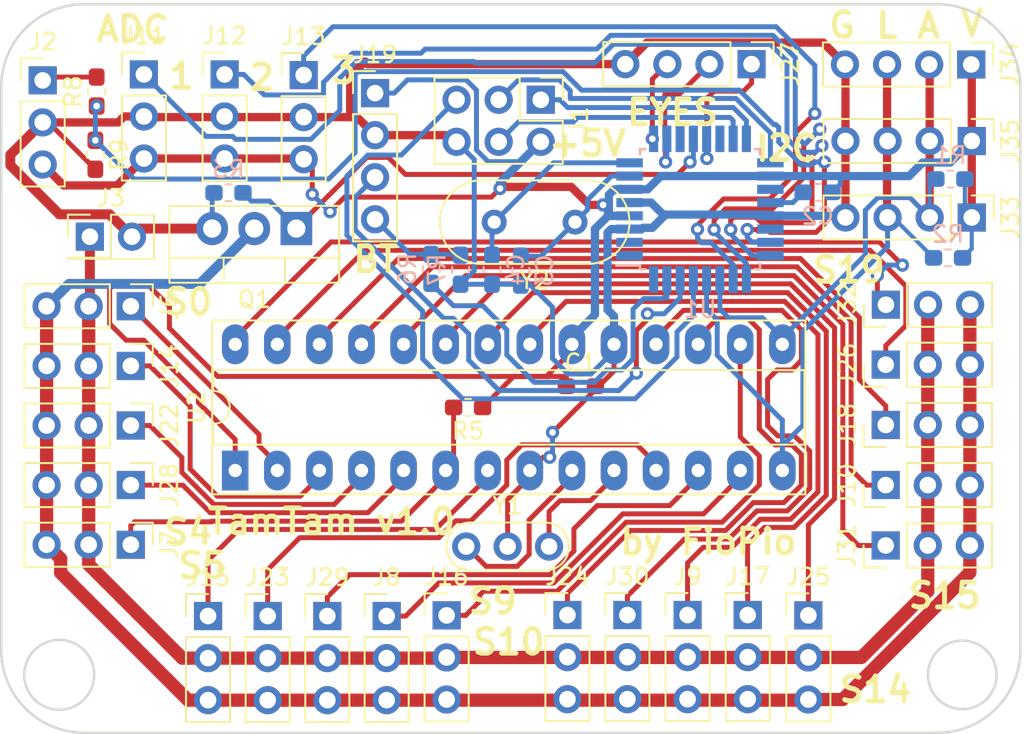
<source format=kicad_pcb>
(kicad_pcb (version 20171130) (host pcbnew 5.0.1)

  (general
    (thickness 1.6)
    (drawings 32)
    (tracks 646)
    (zones 0)
    (modules 48)
    (nets 55)
  )

  (page A4)
  (layers
    (0 F.Cu signal)
    (31 B.Cu signal)
    (32 B.Adhes user hide)
    (33 F.Adhes user hide)
    (34 B.Paste user)
    (35 F.Paste user)
    (36 B.SilkS user)
    (37 F.SilkS user)
    (38 B.Mask user)
    (39 F.Mask user)
    (40 Dwgs.User user hide)
    (41 Cmts.User user hide)
    (42 Eco1.User user hide)
    (43 Eco2.User user hide)
    (44 Edge.Cuts user)
    (45 Margin user hide)
    (46 B.CrtYd user)
    (47 F.CrtYd user)
    (48 B.Fab user hide)
    (49 F.Fab user hide)
  )

  (setup
    (last_trace_width 0.3)
    (user_trace_width 0.3)
    (user_trace_width 0.4)
    (user_trace_width 0.5)
    (user_trace_width 0.6)
    (user_trace_width 0.7)
    (user_trace_width 0.8)
    (user_trace_width 0.9)
    (user_trace_width 1)
    (trace_clearance 0.2)
    (zone_clearance 0.508)
    (zone_45_only no)
    (trace_min 0.2)
    (segment_width 0.2)
    (edge_width 0.15)
    (via_size 0.8)
    (via_drill 0.4)
    (via_min_size 0.4)
    (via_min_drill 0.3)
    (user_via 0.5 0.4)
    (user_via 0.6 0.5)
    (user_via 0.7 0.6)
    (user_via 0.8 0.7)
    (user_via 0.9 0.8)
    (user_via 1 0.9)
    (user_via 1.1 1)
    (user_via 1.2 1.1)
    (uvia_size 0.3)
    (uvia_drill 0.1)
    (uvias_allowed no)
    (uvia_min_size 0.2)
    (uvia_min_drill 0.1)
    (pcb_text_width 0.3)
    (pcb_text_size 1.5 1.5)
    (mod_edge_width 0.15)
    (mod_text_size 1 1)
    (mod_text_width 0.15)
    (pad_size 1.7 1.7)
    (pad_drill 1)
    (pad_to_mask_clearance 0.051)
    (solder_mask_min_width 0.25)
    (aux_axis_origin 0 0)
    (visible_elements FFFFFF7F)
    (pcbplotparams
      (layerselection 0x010fc_ffffffff)
      (usegerberextensions false)
      (usegerberattributes false)
      (usegerberadvancedattributes false)
      (creategerberjobfile false)
      (excludeedgelayer true)
      (linewidth 0.100000)
      (plotframeref false)
      (viasonmask false)
      (mode 1)
      (useauxorigin false)
      (hpglpennumber 1)
      (hpglpenspeed 20)
      (hpglpendiameter 15.000000)
      (psnegative false)
      (psa4output false)
      (plotreference true)
      (plotvalue true)
      (plotinvisibletext false)
      (padsonsilk false)
      (subtractmaskfromsilk false)
      (outputformat 1)
      (mirror false)
      (drillshape 0)
      (scaleselection 1)
      (outputdirectory "gerber/"))
  )

  (net 0 "")
  (net 1 GND)
  (net 2 +5V)
  (net 3 "Net-(C2-Pad1)")
  (net 4 "Net-(C3-Pad2)")
  (net 5 "Net-(C4-Pad2)")
  (net 6 MISO)
  (net 7 SCK)
  (net 8 MOSI)
  (net 9 RST)
  (net 10 servos_GND)
  (net 11 +6V)
  (net 12 SERVO0)
  (net 13 SERVO4)
  (net 14 SERVO8)
  (net 15 SERVO12)
  (net 16 SERVO16)
  (net 17 ADC1)
  (net 18 ADC2)
  (net 19 ADC3)
  (net 20 SERVO1)
  (net 21 SERVO5)
  (net 22 SERVO9)
  (net 23 SERVO13)
  (net 24 SERVO17)
  (net 25 "Net-(J19-Pad4)")
  (net 26 RX)
  (net 27 V_LIPO)
  (net 28 SERVO2)
  (net 29 SERVO6)
  (net 30 SERVO10)
  (net 31 SERVO14)
  (net 32 SERVO18)
  (net 33 eyes_BLUE)
  (net 34 eyes_GREEN)
  (net 35 eyes_RED)
  (net 36 SERVO3)
  (net 37 SERVO7)
  (net 38 SERVO11)
  (net 39 SERVO15)
  (net 40 SERVO19)
  (net 41 SCL)
  (net 42 SDA)
  (net 43 servos_ON)
  (net 44 TX)
  (net 45 LVL_LIPO)
  (net 46 "Net-(U1-Pad19)")
  (net 47 "Net-(U1-Pad22)")
  (net 48 "Net-(U2-Pad9)")
  (net 49 "Net-(U2-Pad10)")
  (net 50 "Net-(U1-Pad1)")
  (net 51 "Net-(U1-Pad2)")
  (net 52 "Net-(U1-Pad11)")
  (net 53 "Net-(U1-Pad14)")
  (net 54 "Net-(U1-Pad32)")

  (net_class Default "Aquesta és la classe de xarxa predeterminada."
    (clearance 0.2)
    (trace_width 0.25)
    (via_dia 0.8)
    (via_drill 0.4)
    (uvia_dia 0.3)
    (uvia_drill 0.1)
    (add_net +5V)
    (add_net +6V)
    (add_net ADC1)
    (add_net ADC2)
    (add_net ADC3)
    (add_net GND)
    (add_net LVL_LIPO)
    (add_net MISO)
    (add_net MOSI)
    (add_net "Net-(C2-Pad1)")
    (add_net "Net-(C3-Pad2)")
    (add_net "Net-(C4-Pad2)")
    (add_net "Net-(J19-Pad4)")
    (add_net "Net-(U1-Pad1)")
    (add_net "Net-(U1-Pad11)")
    (add_net "Net-(U1-Pad14)")
    (add_net "Net-(U1-Pad19)")
    (add_net "Net-(U1-Pad2)")
    (add_net "Net-(U1-Pad22)")
    (add_net "Net-(U1-Pad32)")
    (add_net "Net-(U2-Pad10)")
    (add_net "Net-(U2-Pad9)")
    (add_net RST)
    (add_net RX)
    (add_net SCK)
    (add_net SCL)
    (add_net SDA)
    (add_net SERVO0)
    (add_net SERVO1)
    (add_net SERVO10)
    (add_net SERVO11)
    (add_net SERVO12)
    (add_net SERVO13)
    (add_net SERVO14)
    (add_net SERVO15)
    (add_net SERVO16)
    (add_net SERVO17)
    (add_net SERVO18)
    (add_net SERVO19)
    (add_net SERVO2)
    (add_net SERVO3)
    (add_net SERVO4)
    (add_net SERVO5)
    (add_net SERVO6)
    (add_net SERVO7)
    (add_net SERVO8)
    (add_net SERVO9)
    (add_net TX)
    (add_net V_LIPO)
    (add_net eyes_BLUE)
    (add_net eyes_GREEN)
    (add_net eyes_RED)
    (add_net servos_GND)
    (add_net servos_ON)
  )

  (module Connector_PinHeader_2.54mm:PinHeader_1x04_P2.54mm_Vertical (layer F.Cu) (tedit 59FED5CC) (tstamp 5C0E624A)
    (at 109.08 39.12 270)
    (descr "Through hole straight pin header, 1x04, 2.54mm pitch, single row")
    (tags "Through hole pin header THT 1x04 2.54mm single row")
    (path /5C0E436B)
    (fp_text reference J33 (at 0 -2.33 270) (layer F.SilkS)
      (effects (font (size 1 1) (thickness 0.15)))
    )
    (fp_text value Conn_01x04 (at 0 9.95 270) (layer F.Fab)
      (effects (font (size 1 1) (thickness 0.15)))
    )
    (fp_text user %R (at 0 3.81) (layer F.Fab)
      (effects (font (size 1 1) (thickness 0.15)))
    )
    (fp_line (start 1.8 -1.8) (end -1.8 -1.8) (layer F.CrtYd) (width 0.05))
    (fp_line (start 1.8 9.4) (end 1.8 -1.8) (layer F.CrtYd) (width 0.05))
    (fp_line (start -1.8 9.4) (end 1.8 9.4) (layer F.CrtYd) (width 0.05))
    (fp_line (start -1.8 -1.8) (end -1.8 9.4) (layer F.CrtYd) (width 0.05))
    (fp_line (start -1.33 -1.33) (end 0 -1.33) (layer F.SilkS) (width 0.12))
    (fp_line (start -1.33 0) (end -1.33 -1.33) (layer F.SilkS) (width 0.12))
    (fp_line (start -1.33 1.27) (end 1.33 1.27) (layer F.SilkS) (width 0.12))
    (fp_line (start 1.33 1.27) (end 1.33 8.95) (layer F.SilkS) (width 0.12))
    (fp_line (start -1.33 1.27) (end -1.33 8.95) (layer F.SilkS) (width 0.12))
    (fp_line (start -1.33 8.95) (end 1.33 8.95) (layer F.SilkS) (width 0.12))
    (fp_line (start -1.27 -0.635) (end -0.635 -1.27) (layer F.Fab) (width 0.1))
    (fp_line (start -1.27 8.89) (end -1.27 -0.635) (layer F.Fab) (width 0.1))
    (fp_line (start 1.27 8.89) (end -1.27 8.89) (layer F.Fab) (width 0.1))
    (fp_line (start 1.27 -1.27) (end 1.27 8.89) (layer F.Fab) (width 0.1))
    (fp_line (start -0.635 -1.27) (end 1.27 -1.27) (layer F.Fab) (width 0.1))
    (pad 4 thru_hole oval (at 0 7.62 270) (size 1.7 1.7) (drill 1) (layers *.Cu *.Mask)
      (net 1 GND))
    (pad 3 thru_hole oval (at 0 5.08 270) (size 1.7 1.7) (drill 1) (layers *.Cu *.Mask)
      (net 41 SCL))
    (pad 2 thru_hole oval (at 0 2.54 270) (size 1.7 1.7) (drill 1) (layers *.Cu *.Mask)
      (net 42 SDA))
    (pad 1 thru_hole rect (at 0 0 270) (size 1.7 1.7) (drill 1) (layers *.Cu *.Mask)
      (net 2 +5V))
    (model ${KISYS3DMOD}/Connector_PinHeader_2.54mm.3dshapes/PinHeader_1x04_P2.54mm_Vertical.wrl
      (at (xyz 0 0 0))
      (scale (xyz 1 1 1))
      (rotate (xyz 0 0 0))
    )
  )

  (module Connector_PinHeader_2.54mm:PinHeader_1x04_P2.54mm_Vertical (layer F.Cu) (tedit 59FED5CC) (tstamp 5C0E6205)
    (at 109.05 29.88 270)
    (descr "Through hole straight pin header, 1x04, 2.54mm pitch, single row")
    (tags "Through hole pin header THT 1x04 2.54mm single row")
    (path /5C120774)
    (fp_text reference J34 (at 0 -2.33 270) (layer F.SilkS)
      (effects (font (size 1 1) (thickness 0.15)))
    )
    (fp_text value Conn_01x04 (at 0 9.95 270) (layer F.Fab)
      (effects (font (size 1 1) (thickness 0.15)))
    )
    (fp_line (start -0.635 -1.27) (end 1.27 -1.27) (layer F.Fab) (width 0.1))
    (fp_line (start 1.27 -1.27) (end 1.27 8.89) (layer F.Fab) (width 0.1))
    (fp_line (start 1.27 8.89) (end -1.27 8.89) (layer F.Fab) (width 0.1))
    (fp_line (start -1.27 8.89) (end -1.27 -0.635) (layer F.Fab) (width 0.1))
    (fp_line (start -1.27 -0.635) (end -0.635 -1.27) (layer F.Fab) (width 0.1))
    (fp_line (start -1.33 8.95) (end 1.33 8.95) (layer F.SilkS) (width 0.12))
    (fp_line (start -1.33 1.27) (end -1.33 8.95) (layer F.SilkS) (width 0.12))
    (fp_line (start 1.33 1.27) (end 1.33 8.95) (layer F.SilkS) (width 0.12))
    (fp_line (start -1.33 1.27) (end 1.33 1.27) (layer F.SilkS) (width 0.12))
    (fp_line (start -1.33 0) (end -1.33 -1.33) (layer F.SilkS) (width 0.12))
    (fp_line (start -1.33 -1.33) (end 0 -1.33) (layer F.SilkS) (width 0.12))
    (fp_line (start -1.8 -1.8) (end -1.8 9.4) (layer F.CrtYd) (width 0.05))
    (fp_line (start -1.8 9.4) (end 1.8 9.4) (layer F.CrtYd) (width 0.05))
    (fp_line (start 1.8 9.4) (end 1.8 -1.8) (layer F.CrtYd) (width 0.05))
    (fp_line (start 1.8 -1.8) (end -1.8 -1.8) (layer F.CrtYd) (width 0.05))
    (fp_text user %R (at 0 3.81) (layer F.Fab)
      (effects (font (size 1 1) (thickness 0.15)))
    )
    (pad 1 thru_hole rect (at 0 0 270) (size 1.7 1.7) (drill 1) (layers *.Cu *.Mask)
      (net 2 +5V))
    (pad 2 thru_hole oval (at 0 2.54 270) (size 1.7 1.7) (drill 1) (layers *.Cu *.Mask)
      (net 42 SDA))
    (pad 3 thru_hole oval (at 0 5.08 270) (size 1.7 1.7) (drill 1) (layers *.Cu *.Mask)
      (net 41 SCL))
    (pad 4 thru_hole oval (at 0 7.62 270) (size 1.7 1.7) (drill 1) (layers *.Cu *.Mask)
      (net 1 GND))
    (model ${KISYS3DMOD}/Connector_PinHeader_2.54mm.3dshapes/PinHeader_1x04_P2.54mm_Vertical.wrl
      (at (xyz 0 0 0))
      (scale (xyz 1 1 1))
      (rotate (xyz 0 0 0))
    )
  )

  (module Connector_PinHeader_2.54mm:PinHeader_1x04_P2.54mm_Vertical (layer F.Cu) (tedit 59FED5CC) (tstamp 5C0E61C0)
    (at 109.08 34.5 270)
    (descr "Through hole straight pin header, 1x04, 2.54mm pitch, single row")
    (tags "Through hole pin header THT 1x04 2.54mm single row")
    (path /5C13014D)
    (fp_text reference J35 (at 0 -2.33 270) (layer F.SilkS)
      (effects (font (size 1 1) (thickness 0.15)))
    )
    (fp_text value Conn_01x04 (at 0 9.95 270) (layer F.Fab)
      (effects (font (size 1 1) (thickness 0.15)))
    )
    (fp_text user %R (at 0 3.81) (layer F.Fab)
      (effects (font (size 1 1) (thickness 0.15)))
    )
    (fp_line (start 1.8 -1.8) (end -1.8 -1.8) (layer F.CrtYd) (width 0.05))
    (fp_line (start 1.8 9.4) (end 1.8 -1.8) (layer F.CrtYd) (width 0.05))
    (fp_line (start -1.8 9.4) (end 1.8 9.4) (layer F.CrtYd) (width 0.05))
    (fp_line (start -1.8 -1.8) (end -1.8 9.4) (layer F.CrtYd) (width 0.05))
    (fp_line (start -1.33 -1.33) (end 0 -1.33) (layer F.SilkS) (width 0.12))
    (fp_line (start -1.33 0) (end -1.33 -1.33) (layer F.SilkS) (width 0.12))
    (fp_line (start -1.33 1.27) (end 1.33 1.27) (layer F.SilkS) (width 0.12))
    (fp_line (start 1.33 1.27) (end 1.33 8.95) (layer F.SilkS) (width 0.12))
    (fp_line (start -1.33 1.27) (end -1.33 8.95) (layer F.SilkS) (width 0.12))
    (fp_line (start -1.33 8.95) (end 1.33 8.95) (layer F.SilkS) (width 0.12))
    (fp_line (start -1.27 -0.635) (end -0.635 -1.27) (layer F.Fab) (width 0.1))
    (fp_line (start -1.27 8.89) (end -1.27 -0.635) (layer F.Fab) (width 0.1))
    (fp_line (start 1.27 8.89) (end -1.27 8.89) (layer F.Fab) (width 0.1))
    (fp_line (start 1.27 -1.27) (end 1.27 8.89) (layer F.Fab) (width 0.1))
    (fp_line (start -0.635 -1.27) (end 1.27 -1.27) (layer F.Fab) (width 0.1))
    (pad 4 thru_hole oval (at 0 7.62 270) (size 1.7 1.7) (drill 1) (layers *.Cu *.Mask)
      (net 1 GND))
    (pad 3 thru_hole oval (at 0 5.08 270) (size 1.7 1.7) (drill 1) (layers *.Cu *.Mask)
      (net 41 SCL))
    (pad 2 thru_hole oval (at 0 2.54 270) (size 1.7 1.7) (drill 1) (layers *.Cu *.Mask)
      (net 42 SDA))
    (pad 1 thru_hole rect (at 0 0 270) (size 1.7 1.7) (drill 1) (layers *.Cu *.Mask)
      (net 2 +5V))
    (model ${KISYS3DMOD}/Connector_PinHeader_2.54mm.3dshapes/PinHeader_1x04_P2.54mm_Vertical.wrl
      (at (xyz 0 0 0))
      (scale (xyz 1 1 1))
      (rotate (xyz 0 0 0))
    )
  )

  (module Package_QFP:TQFP-32_7x7mm_P0.8mm (layer B.Cu) (tedit 5A02F146) (tstamp 5C0E4FC6)
    (at 92.68 38.62)
    (descr "32-Lead Plastic Thin Quad Flatpack (PT) - 7x7x1.0 mm Body, 2.00 mm [TQFP] (see Microchip Packaging Specification 00000049BS.pdf)")
    (tags "QFP 0.8")
    (path /5C41DB19)
    (attr smd)
    (fp_text reference U1 (at 0 6.05) (layer B.SilkS)
      (effects (font (size 1 1) (thickness 0.15)) (justify mirror))
    )
    (fp_text value ATmega328P-AU (at 0 -6.05) (layer B.Fab)
      (effects (font (size 1 1) (thickness 0.15)) (justify mirror))
    )
    (fp_text user %R (at 0 0) (layer B.Fab)
      (effects (font (size 1 1) (thickness 0.15)) (justify mirror))
    )
    (fp_line (start -2.5 3.5) (end 3.5 3.5) (layer B.Fab) (width 0.15))
    (fp_line (start 3.5 3.5) (end 3.5 -3.5) (layer B.Fab) (width 0.15))
    (fp_line (start 3.5 -3.5) (end -3.5 -3.5) (layer B.Fab) (width 0.15))
    (fp_line (start -3.5 -3.5) (end -3.5 2.5) (layer B.Fab) (width 0.15))
    (fp_line (start -3.5 2.5) (end -2.5 3.5) (layer B.Fab) (width 0.15))
    (fp_line (start -5.3 5.3) (end -5.3 -5.3) (layer B.CrtYd) (width 0.05))
    (fp_line (start 5.3 5.3) (end 5.3 -5.3) (layer B.CrtYd) (width 0.05))
    (fp_line (start -5.3 5.3) (end 5.3 5.3) (layer B.CrtYd) (width 0.05))
    (fp_line (start -5.3 -5.3) (end 5.3 -5.3) (layer B.CrtYd) (width 0.05))
    (fp_line (start -3.625 3.625) (end -3.625 3.4) (layer B.SilkS) (width 0.15))
    (fp_line (start 3.625 3.625) (end 3.625 3.3) (layer B.SilkS) (width 0.15))
    (fp_line (start 3.625 -3.625) (end 3.625 -3.3) (layer B.SilkS) (width 0.15))
    (fp_line (start -3.625 -3.625) (end -3.625 -3.3) (layer B.SilkS) (width 0.15))
    (fp_line (start -3.625 3.625) (end -3.3 3.625) (layer B.SilkS) (width 0.15))
    (fp_line (start -3.625 -3.625) (end -3.3 -3.625) (layer B.SilkS) (width 0.15))
    (fp_line (start 3.625 -3.625) (end 3.3 -3.625) (layer B.SilkS) (width 0.15))
    (fp_line (start 3.625 3.625) (end 3.3 3.625) (layer B.SilkS) (width 0.15))
    (fp_line (start -3.625 3.4) (end -5.05 3.4) (layer B.SilkS) (width 0.15))
    (pad 1 smd rect (at -4.25 2.8) (size 1.6 0.55) (layers B.Cu B.Paste B.Mask)
      (net 50 "Net-(U1-Pad1)"))
    (pad 2 smd rect (at -4.25 2) (size 1.6 0.55) (layers B.Cu B.Paste B.Mask)
      (net 51 "Net-(U1-Pad2)"))
    (pad 3 smd rect (at -4.25 1.2) (size 1.6 0.55) (layers B.Cu B.Paste B.Mask)
      (net 1 GND))
    (pad 4 smd rect (at -4.25 0.4) (size 1.6 0.55) (layers B.Cu B.Paste B.Mask)
      (net 2 +5V))
    (pad 5 smd rect (at -4.25 -0.4) (size 1.6 0.55) (layers B.Cu B.Paste B.Mask)
      (net 1 GND))
    (pad 6 smd rect (at -4.25 -1.2) (size 1.6 0.55) (layers B.Cu B.Paste B.Mask)
      (net 2 +5V))
    (pad 7 smd rect (at -4.25 -2) (size 1.6 0.55) (layers B.Cu B.Paste B.Mask)
      (net 4 "Net-(C3-Pad2)"))
    (pad 8 smd rect (at -4.25 -2.8) (size 1.6 0.55) (layers B.Cu B.Paste B.Mask)
      (net 5 "Net-(C4-Pad2)"))
    (pad 9 smd rect (at -2.8 -4.25 270) (size 1.6 0.55) (layers B.Cu B.Paste B.Mask)
      (net 35 eyes_RED))
    (pad 10 smd rect (at -2 -4.25 270) (size 1.6 0.55) (layers B.Cu B.Paste B.Mask)
      (net 34 eyes_GREEN))
    (pad 11 smd rect (at -1.2 -4.25 270) (size 1.6 0.55) (layers B.Cu B.Paste B.Mask)
      (net 52 "Net-(U1-Pad11)"))
    (pad 12 smd rect (at -0.4 -4.25 270) (size 1.6 0.55) (layers B.Cu B.Paste B.Mask)
      (net 43 servos_ON))
    (pad 13 smd rect (at 0.4 -4.25 270) (size 1.6 0.55) (layers B.Cu B.Paste B.Mask)
      (net 33 eyes_BLUE))
    (pad 14 smd rect (at 1.2 -4.25 270) (size 1.6 0.55) (layers B.Cu B.Paste B.Mask)
      (net 53 "Net-(U1-Pad14)"))
    (pad 15 smd rect (at 2 -4.25 270) (size 1.6 0.55) (layers B.Cu B.Paste B.Mask)
      (net 8 MOSI))
    (pad 16 smd rect (at 2.8 -4.25 270) (size 1.6 0.55) (layers B.Cu B.Paste B.Mask)
      (net 6 MISO))
    (pad 17 smd rect (at 4.25 -2.8) (size 1.6 0.55) (layers B.Cu B.Paste B.Mask)
      (net 7 SCK))
    (pad 18 smd rect (at 4.25 -2) (size 1.6 0.55) (layers B.Cu B.Paste B.Mask)
      (net 2 +5V))
    (pad 19 smd rect (at 4.25 -1.2) (size 1.6 0.55) (layers B.Cu B.Paste B.Mask)
      (net 46 "Net-(U1-Pad19)"))
    (pad 20 smd rect (at 4.25 -0.4) (size 1.6 0.55) (layers B.Cu B.Paste B.Mask)
      (net 3 "Net-(C2-Pad1)"))
    (pad 21 smd rect (at 4.25 0.4) (size 1.6 0.55) (layers B.Cu B.Paste B.Mask)
      (net 1 GND))
    (pad 22 smd rect (at 4.25 1.2) (size 1.6 0.55) (layers B.Cu B.Paste B.Mask)
      (net 47 "Net-(U1-Pad22)"))
    (pad 23 smd rect (at 4.25 2) (size 1.6 0.55) (layers B.Cu B.Paste B.Mask)
      (net 45 LVL_LIPO))
    (pad 24 smd rect (at 4.25 2.8) (size 1.6 0.55) (layers B.Cu B.Paste B.Mask)
      (net 17 ADC1))
    (pad 25 smd rect (at 2.8 4.25 270) (size 1.6 0.55) (layers B.Cu B.Paste B.Mask)
      (net 18 ADC2))
    (pad 26 smd rect (at 2 4.25 270) (size 1.6 0.55) (layers B.Cu B.Paste B.Mask)
      (net 19 ADC3))
    (pad 27 smd rect (at 1.2 4.25 270) (size 1.6 0.55) (layers B.Cu B.Paste B.Mask)
      (net 42 SDA))
    (pad 28 smd rect (at 0.4 4.25 270) (size 1.6 0.55) (layers B.Cu B.Paste B.Mask)
      (net 41 SCL))
    (pad 29 smd rect (at -0.4 4.25 270) (size 1.6 0.55) (layers B.Cu B.Paste B.Mask)
      (net 9 RST))
    (pad 30 smd rect (at -1.2 4.25 270) (size 1.6 0.55) (layers B.Cu B.Paste B.Mask)
      (net 26 RX))
    (pad 31 smd rect (at -2 4.25 270) (size 1.6 0.55) (layers B.Cu B.Paste B.Mask)
      (net 44 TX))
    (pad 32 smd rect (at -2.8 4.25 270) (size 1.6 0.55) (layers B.Cu B.Paste B.Mask)
      (net 54 "Net-(U1-Pad32)"))
    (model ${KISYS3DMOD}/Package_QFP.3dshapes/TQFP-32_7x7mm_P0.8mm.wrl
      (at (xyz 0 0 0))
      (scale (xyz 1 1 1))
      (rotate (xyz 0 0 0))
    )
  )

  (module Capacitor_SMD:C_0603_1608Metric_Pad1.05x0.95mm_HandSolder (layer F.Cu) (tedit 5B301BBE) (tstamp 5C1A0078)
    (at 85.49 49.31)
    (descr "Capacitor SMD 0603 (1608 Metric), square (rectangular) end terminal, IPC_7351 nominal with elongated pad for handsoldering. (Body size source: http://www.tortai-tech.com/upload/download/2011102023233369053.pdf), generated with kicad-footprint-generator")
    (tags "capacitor handsolder")
    (path /5C16D39A)
    (attr smd)
    (fp_text reference C1 (at 0 -1.43) (layer F.SilkS)
      (effects (font (size 1 1) (thickness 0.15)))
    )
    (fp_text value 100n (at 0 1.43) (layer F.Fab)
      (effects (font (size 1 1) (thickness 0.15)))
    )
    (fp_line (start -0.8 0.4) (end -0.8 -0.4) (layer F.Fab) (width 0.1))
    (fp_line (start -0.8 -0.4) (end 0.8 -0.4) (layer F.Fab) (width 0.1))
    (fp_line (start 0.8 -0.4) (end 0.8 0.4) (layer F.Fab) (width 0.1))
    (fp_line (start 0.8 0.4) (end -0.8 0.4) (layer F.Fab) (width 0.1))
    (fp_line (start -0.171267 -0.51) (end 0.171267 -0.51) (layer F.SilkS) (width 0.12))
    (fp_line (start -0.171267 0.51) (end 0.171267 0.51) (layer F.SilkS) (width 0.12))
    (fp_line (start -1.65 0.73) (end -1.65 -0.73) (layer F.CrtYd) (width 0.05))
    (fp_line (start -1.65 -0.73) (end 1.65 -0.73) (layer F.CrtYd) (width 0.05))
    (fp_line (start 1.65 -0.73) (end 1.65 0.73) (layer F.CrtYd) (width 0.05))
    (fp_line (start 1.65 0.73) (end -1.65 0.73) (layer F.CrtYd) (width 0.05))
    (fp_text user %R (at 0 0) (layer F.Fab)
      (effects (font (size 0.4 0.4) (thickness 0.06)))
    )
    (pad 1 smd roundrect (at -0.875 0) (size 1.05 0.95) (layers F.Cu F.Paste F.Mask) (roundrect_rratio 0.25)
      (net 2 +5V))
    (pad 2 smd roundrect (at 0.875 0) (size 1.05 0.95) (layers F.Cu F.Paste F.Mask) (roundrect_rratio 0.25)
      (net 1 GND))
    (model ${KISYS3DMOD}/Capacitor_SMD.3dshapes/C_0603_1608Metric.wrl
      (at (xyz 0 0 0))
      (scale (xyz 1 1 1))
      (rotate (xyz 0 0 0))
    )
  )

  (module Capacitor_SMD:C_0603_1608Metric_Pad1.05x0.95mm_HandSolder (layer B.Cu) (tedit 5B301BBE) (tstamp 5C1A0089)
    (at 99.78 37.6)
    (descr "Capacitor SMD 0603 (1608 Metric), square (rectangular) end terminal, IPC_7351 nominal with elongated pad for handsoldering. (Body size source: http://www.tortai-tech.com/upload/download/2011102023233369053.pdf), generated with kicad-footprint-generator")
    (tags "capacitor handsolder")
    (path /5C2A042B)
    (attr smd)
    (fp_text reference C2 (at 0 1.43) (layer B.SilkS)
      (effects (font (size 1 1) (thickness 0.15)) (justify mirror))
    )
    (fp_text value 47u (at 0 -1.43) (layer B.Fab)
      (effects (font (size 1 1) (thickness 0.15)) (justify mirror))
    )
    (fp_text user %R (at 0 0) (layer B.Fab)
      (effects (font (size 0.4 0.4) (thickness 0.06)) (justify mirror))
    )
    (fp_line (start 1.65 -0.73) (end -1.65 -0.73) (layer B.CrtYd) (width 0.05))
    (fp_line (start 1.65 0.73) (end 1.65 -0.73) (layer B.CrtYd) (width 0.05))
    (fp_line (start -1.65 0.73) (end 1.65 0.73) (layer B.CrtYd) (width 0.05))
    (fp_line (start -1.65 -0.73) (end -1.65 0.73) (layer B.CrtYd) (width 0.05))
    (fp_line (start -0.171267 -0.51) (end 0.171267 -0.51) (layer B.SilkS) (width 0.12))
    (fp_line (start -0.171267 0.51) (end 0.171267 0.51) (layer B.SilkS) (width 0.12))
    (fp_line (start 0.8 -0.4) (end -0.8 -0.4) (layer B.Fab) (width 0.1))
    (fp_line (start 0.8 0.4) (end 0.8 -0.4) (layer B.Fab) (width 0.1))
    (fp_line (start -0.8 0.4) (end 0.8 0.4) (layer B.Fab) (width 0.1))
    (fp_line (start -0.8 -0.4) (end -0.8 0.4) (layer B.Fab) (width 0.1))
    (pad 2 smd roundrect (at 0.875 0) (size 1.05 0.95) (layers B.Cu B.Paste B.Mask) (roundrect_rratio 0.25)
      (net 2 +5V))
    (pad 1 smd roundrect (at -0.875 0) (size 1.05 0.95) (layers B.Cu B.Paste B.Mask) (roundrect_rratio 0.25)
      (net 3 "Net-(C2-Pad1)"))
    (model ${KISYS3DMOD}/Capacitor_SMD.3dshapes/C_0603_1608Metric.wrl
      (at (xyz 0 0 0))
      (scale (xyz 1 1 1))
      (rotate (xyz 0 0 0))
    )
  )

  (module Capacitor_SMD:C_0603_1608Metric_Pad1.05x0.95mm_HandSolder (layer B.Cu) (tedit 5B301BBE) (tstamp 5C1A009A)
    (at 81.87 42.33 90)
    (descr "Capacitor SMD 0603 (1608 Metric), square (rectangular) end terminal, IPC_7351 nominal with elongated pad for handsoldering. (Body size source: http://www.tortai-tech.com/upload/download/2011102023233369053.pdf), generated with kicad-footprint-generator")
    (tags "capacitor handsolder")
    (path /5C196DBA)
    (attr smd)
    (fp_text reference C3 (at 0 1.43 90) (layer B.SilkS)
      (effects (font (size 1 1) (thickness 0.15)) (justify mirror))
    )
    (fp_text value 22p (at 0 -1.43 90) (layer B.Fab)
      (effects (font (size 1 1) (thickness 0.15)) (justify mirror))
    )
    (fp_text user %R (at 0 0 90) (layer B.Fab)
      (effects (font (size 0.4 0.4) (thickness 0.06)) (justify mirror))
    )
    (fp_line (start 1.65 -0.73) (end -1.65 -0.73) (layer B.CrtYd) (width 0.05))
    (fp_line (start 1.65 0.73) (end 1.65 -0.73) (layer B.CrtYd) (width 0.05))
    (fp_line (start -1.65 0.73) (end 1.65 0.73) (layer B.CrtYd) (width 0.05))
    (fp_line (start -1.65 -0.73) (end -1.65 0.73) (layer B.CrtYd) (width 0.05))
    (fp_line (start -0.171267 -0.51) (end 0.171267 -0.51) (layer B.SilkS) (width 0.12))
    (fp_line (start -0.171267 0.51) (end 0.171267 0.51) (layer B.SilkS) (width 0.12))
    (fp_line (start 0.8 -0.4) (end -0.8 -0.4) (layer B.Fab) (width 0.1))
    (fp_line (start 0.8 0.4) (end 0.8 -0.4) (layer B.Fab) (width 0.1))
    (fp_line (start -0.8 0.4) (end 0.8 0.4) (layer B.Fab) (width 0.1))
    (fp_line (start -0.8 -0.4) (end -0.8 0.4) (layer B.Fab) (width 0.1))
    (pad 2 smd roundrect (at 0.875 0 90) (size 1.05 0.95) (layers B.Cu B.Paste B.Mask) (roundrect_rratio 0.25)
      (net 4 "Net-(C3-Pad2)"))
    (pad 1 smd roundrect (at -0.875 0 90) (size 1.05 0.95) (layers B.Cu B.Paste B.Mask) (roundrect_rratio 0.25)
      (net 1 GND))
    (model ${KISYS3DMOD}/Capacitor_SMD.3dshapes/C_0603_1608Metric.wrl
      (at (xyz 0 0 0))
      (scale (xyz 1 1 1))
      (rotate (xyz 0 0 0))
    )
  )

  (module Capacitor_SMD:C_0603_1608Metric_Pad1.05x0.95mm_HandSolder (layer B.Cu) (tedit 5B301BBE) (tstamp 5C0E607C)
    (at 80.13 42.275 90)
    (descr "Capacitor SMD 0603 (1608 Metric), square (rectangular) end terminal, IPC_7351 nominal with elongated pad for handsoldering. (Body size source: http://www.tortai-tech.com/upload/download/2011102023233369053.pdf), generated with kicad-footprint-generator")
    (tags "capacitor handsolder")
    (path /5C196E71)
    (attr smd)
    (fp_text reference C4 (at 0 1.43 90) (layer B.SilkS)
      (effects (font (size 1 1) (thickness 0.15)) (justify mirror))
    )
    (fp_text value 22p (at 0 -1.43 90) (layer B.Fab)
      (effects (font (size 1 1) (thickness 0.15)) (justify mirror))
    )
    (fp_line (start -0.8 -0.4) (end -0.8 0.4) (layer B.Fab) (width 0.1))
    (fp_line (start -0.8 0.4) (end 0.8 0.4) (layer B.Fab) (width 0.1))
    (fp_line (start 0.8 0.4) (end 0.8 -0.4) (layer B.Fab) (width 0.1))
    (fp_line (start 0.8 -0.4) (end -0.8 -0.4) (layer B.Fab) (width 0.1))
    (fp_line (start -0.171267 0.51) (end 0.171267 0.51) (layer B.SilkS) (width 0.12))
    (fp_line (start -0.171267 -0.51) (end 0.171267 -0.51) (layer B.SilkS) (width 0.12))
    (fp_line (start -1.65 -0.73) (end -1.65 0.73) (layer B.CrtYd) (width 0.05))
    (fp_line (start -1.65 0.73) (end 1.65 0.73) (layer B.CrtYd) (width 0.05))
    (fp_line (start 1.65 0.73) (end 1.65 -0.73) (layer B.CrtYd) (width 0.05))
    (fp_line (start 1.65 -0.73) (end -1.65 -0.73) (layer B.CrtYd) (width 0.05))
    (fp_text user %R (at 0 0 90) (layer B.Fab)
      (effects (font (size 0.4 0.4) (thickness 0.06)) (justify mirror))
    )
    (pad 1 smd roundrect (at -0.875 0 90) (size 1.05 0.95) (layers B.Cu B.Paste B.Mask) (roundrect_rratio 0.25)
      (net 1 GND))
    (pad 2 smd roundrect (at 0.875 0 90) (size 1.05 0.95) (layers B.Cu B.Paste B.Mask) (roundrect_rratio 0.25)
      (net 5 "Net-(C4-Pad2)"))
    (model ${KISYS3DMOD}/Capacitor_SMD.3dshapes/C_0603_1608Metric.wrl
      (at (xyz 0 0 0))
      (scale (xyz 1 1 1))
      (rotate (xyz 0 0 0))
    )
  )

  (module Connector_PinHeader_2.54mm:PinHeader_2x03_P2.54mm_Vertical (layer F.Cu) (tedit 59FED5CC) (tstamp 5C1A00DA)
    (at 83.07 32.01 270)
    (descr "Through hole straight pin header, 2x03, 2.54mm pitch, double rows")
    (tags "Through hole pin header THT 2x03 2.54mm double row")
    (path /5C31F80C)
    (fp_text reference J1 (at 1.27 -2.33 270) (layer F.SilkS)
      (effects (font (size 1 1) (thickness 0.15)))
    )
    (fp_text value Conn_02x03_Odd_Even (at 1.27 7.41 270) (layer F.Fab)
      (effects (font (size 1 1) (thickness 0.15)))
    )
    (fp_line (start 0 -1.27) (end 3.81 -1.27) (layer F.Fab) (width 0.1))
    (fp_line (start 3.81 -1.27) (end 3.81 6.35) (layer F.Fab) (width 0.1))
    (fp_line (start 3.81 6.35) (end -1.27 6.35) (layer F.Fab) (width 0.1))
    (fp_line (start -1.27 6.35) (end -1.27 0) (layer F.Fab) (width 0.1))
    (fp_line (start -1.27 0) (end 0 -1.27) (layer F.Fab) (width 0.1))
    (fp_line (start -1.33 6.41) (end 3.87 6.41) (layer F.SilkS) (width 0.12))
    (fp_line (start -1.33 1.27) (end -1.33 6.41) (layer F.SilkS) (width 0.12))
    (fp_line (start 3.87 -1.33) (end 3.87 6.41) (layer F.SilkS) (width 0.12))
    (fp_line (start -1.33 1.27) (end 1.27 1.27) (layer F.SilkS) (width 0.12))
    (fp_line (start 1.27 1.27) (end 1.27 -1.33) (layer F.SilkS) (width 0.12))
    (fp_line (start 1.27 -1.33) (end 3.87 -1.33) (layer F.SilkS) (width 0.12))
    (fp_line (start -1.33 0) (end -1.33 -1.33) (layer F.SilkS) (width 0.12))
    (fp_line (start -1.33 -1.33) (end 0 -1.33) (layer F.SilkS) (width 0.12))
    (fp_line (start -1.8 -1.8) (end -1.8 6.85) (layer F.CrtYd) (width 0.05))
    (fp_line (start -1.8 6.85) (end 4.35 6.85) (layer F.CrtYd) (width 0.05))
    (fp_line (start 4.35 6.85) (end 4.35 -1.8) (layer F.CrtYd) (width 0.05))
    (fp_line (start 4.35 -1.8) (end -1.8 -1.8) (layer F.CrtYd) (width 0.05))
    (fp_text user %R (at 1.27 2.54) (layer F.Fab)
      (effects (font (size 1 1) (thickness 0.15)))
    )
    (pad 1 thru_hole rect (at 0 0 270) (size 1.7 1.7) (drill 1) (layers *.Cu *.Mask)
      (net 6 MISO))
    (pad 2 thru_hole oval (at 2.54 0 270) (size 1.7 1.7) (drill 1) (layers *.Cu *.Mask)
      (net 2 +5V))
    (pad 3 thru_hole oval (at 0 2.54 270) (size 1.7 1.7) (drill 1) (layers *.Cu *.Mask)
      (net 7 SCK))
    (pad 4 thru_hole oval (at 2.54 2.54 270) (size 1.7 1.7) (drill 1) (layers *.Cu *.Mask)
      (net 8 MOSI))
    (pad 5 thru_hole oval (at 0 5.08 270) (size 1.7 1.7) (drill 1) (layers *.Cu *.Mask)
      (net 9 RST))
    (pad 6 thru_hole oval (at 2.54 5.08 270) (size 1.7 1.7) (drill 1) (layers *.Cu *.Mask)
      (net 1 GND))
    (model ${KISYS3DMOD}/Connector_PinHeader_2.54mm.3dshapes/PinHeader_2x03_P2.54mm_Vertical.wrl
      (at (xyz 0 0 0))
      (scale (xyz 1 1 1))
      (rotate (xyz 0 0 0))
    )
  )

  (module Connector_PinHeader_2.54mm:PinHeader_1x03_P2.54mm_Vertical (layer F.Cu) (tedit 5C0E56A7) (tstamp 5C1A014D)
    (at 58.327742 44.481954 270)
    (descr "Through hole straight pin header, 1x03, 2.54mm pitch, single row")
    (tags "Through hole pin header THT 1x03 2.54mm single row")
    (path /5C0AA46A)
    (fp_text reference J6 (at 0 -2.33 270) (layer F.SilkS)
      (effects (font (size 1 1) (thickness 0.15)))
    )
    (fp_text value Conn_01x03 (at 0 7.41 270) (layer F.Fab)
      (effects (font (size 1 1) (thickness 0.15)))
    )
    (fp_text user %R (at 0 2.54) (layer F.Fab)
      (effects (font (size 1 1) (thickness 0.15)))
    )
    (fp_line (start 1.8 -1.8) (end -1.8 -1.8) (layer F.CrtYd) (width 0.05))
    (fp_line (start 1.8 6.85) (end 1.8 -1.8) (layer F.CrtYd) (width 0.05))
    (fp_line (start -1.8 6.85) (end 1.8 6.85) (layer F.CrtYd) (width 0.05))
    (fp_line (start -1.8 -1.8) (end -1.8 6.85) (layer F.CrtYd) (width 0.05))
    (fp_line (start -1.33 -1.33) (end 0 -1.33) (layer F.SilkS) (width 0.12))
    (fp_line (start -1.33 0) (end -1.33 -1.33) (layer F.SilkS) (width 0.12))
    (fp_line (start -1.33 1.27) (end 1.33 1.27) (layer F.SilkS) (width 0.12))
    (fp_line (start 1.33 1.27) (end 1.33 6.41) (layer F.SilkS) (width 0.12))
    (fp_line (start -1.33 1.27) (end -1.33 6.41) (layer F.SilkS) (width 0.12))
    (fp_line (start -1.33 6.41) (end 1.33 6.41) (layer F.SilkS) (width 0.12))
    (fp_line (start -1.27 -0.635) (end -0.635 -1.27) (layer F.Fab) (width 0.1))
    (fp_line (start -1.27 6.35) (end -1.27 -0.635) (layer F.Fab) (width 0.1))
    (fp_line (start 1.27 6.35) (end -1.27 6.35) (layer F.Fab) (width 0.1))
    (fp_line (start 1.27 -1.27) (end 1.27 6.35) (layer F.Fab) (width 0.1))
    (fp_line (start -0.635 -1.27) (end 1.27 -1.27) (layer F.Fab) (width 0.1))
    (pad 3 thru_hole oval (at 0 5.08 270) (size 1.7 1.7) (drill 1) (layers *.Cu *.Mask)
      (net 10 servos_GND))
    (pad 2 thru_hole oval (at 0 2.54 270) (size 1.7 1.7) (drill 1) (layers *.Cu *.Mask)
      (net 11 +6V))
    (pad 1 thru_hole rect (at 0 0 270) (size 1.7 1.7) (drill 1) (layers *.Cu *.Mask)
      (net 12 SERVO0))
    (model ${KISYS3DMOD}/Connector_PinHeader_2.54mm.3dshapes/PinHeader_1x03_P2.54mm_Vertical.wrl
      (at (xyz 0 0 0))
      (scale (xyz 1 1 1))
      (rotate (xyz 0 0 0))
    )
  )

  (module Connector_PinHeader_2.54mm:PinHeader_1x03_P2.54mm_Vertical (layer F.Cu) (tedit 59FED5CC) (tstamp 5C1A0164)
    (at 58.327742 58.881954 270)
    (descr "Through hole straight pin header, 1x03, 2.54mm pitch, single row")
    (tags "Through hole pin header THT 1x03 2.54mm single row")
    (path /5C0AA879)
    (fp_text reference J7 (at 0 -2.33 270) (layer F.SilkS)
      (effects (font (size 1 1) (thickness 0.15)))
    )
    (fp_text value Conn_01x03 (at 0 7.41 270) (layer F.Fab)
      (effects (font (size 1 1) (thickness 0.15)))
    )
    (fp_line (start -0.635 -1.27) (end 1.27 -1.27) (layer F.Fab) (width 0.1))
    (fp_line (start 1.27 -1.27) (end 1.27 6.35) (layer F.Fab) (width 0.1))
    (fp_line (start 1.27 6.35) (end -1.27 6.35) (layer F.Fab) (width 0.1))
    (fp_line (start -1.27 6.35) (end -1.27 -0.635) (layer F.Fab) (width 0.1))
    (fp_line (start -1.27 -0.635) (end -0.635 -1.27) (layer F.Fab) (width 0.1))
    (fp_line (start -1.33 6.41) (end 1.33 6.41) (layer F.SilkS) (width 0.12))
    (fp_line (start -1.33 1.27) (end -1.33 6.41) (layer F.SilkS) (width 0.12))
    (fp_line (start 1.33 1.27) (end 1.33 6.41) (layer F.SilkS) (width 0.12))
    (fp_line (start -1.33 1.27) (end 1.33 1.27) (layer F.SilkS) (width 0.12))
    (fp_line (start -1.33 0) (end -1.33 -1.33) (layer F.SilkS) (width 0.12))
    (fp_line (start -1.33 -1.33) (end 0 -1.33) (layer F.SilkS) (width 0.12))
    (fp_line (start -1.8 -1.8) (end -1.8 6.85) (layer F.CrtYd) (width 0.05))
    (fp_line (start -1.8 6.85) (end 1.8 6.85) (layer F.CrtYd) (width 0.05))
    (fp_line (start 1.8 6.85) (end 1.8 -1.8) (layer F.CrtYd) (width 0.05))
    (fp_line (start 1.8 -1.8) (end -1.8 -1.8) (layer F.CrtYd) (width 0.05))
    (fp_text user %R (at 0 2.54) (layer F.Fab)
      (effects (font (size 1 1) (thickness 0.15)))
    )
    (pad 1 thru_hole rect (at 0 0 270) (size 1.7 1.7) (drill 1) (layers *.Cu *.Mask)
      (net 13 SERVO4))
    (pad 2 thru_hole oval (at 0 2.54 270) (size 1.7 1.7) (drill 1) (layers *.Cu *.Mask)
      (net 11 +6V))
    (pad 3 thru_hole oval (at 0 5.08 270) (size 1.7 1.7) (drill 1) (layers *.Cu *.Mask)
      (net 10 servos_GND))
    (model ${KISYS3DMOD}/Connector_PinHeader_2.54mm.3dshapes/PinHeader_1x03_P2.54mm_Vertical.wrl
      (at (xyz 0 0 0))
      (scale (xyz 1 1 1))
      (rotate (xyz 0 0 0))
    )
  )

  (module Connector_PinHeader_2.54mm:PinHeader_1x03_P2.54mm_Vertical (layer F.Cu) (tedit 59FED5CC) (tstamp 5C1A017B)
    (at 73.77 63.19)
    (descr "Through hole straight pin header, 1x03, 2.54mm pitch, single row")
    (tags "Through hole pin header THT 1x03 2.54mm single row")
    (path /5C0AB009)
    (fp_text reference J8 (at 0 -2.33) (layer F.SilkS)
      (effects (font (size 1 1) (thickness 0.15)))
    )
    (fp_text value Conn_01x03 (at 0 7.41) (layer F.Fab)
      (effects (font (size 1 1) (thickness 0.15)))
    )
    (fp_line (start -0.635 -1.27) (end 1.27 -1.27) (layer F.Fab) (width 0.1))
    (fp_line (start 1.27 -1.27) (end 1.27 6.35) (layer F.Fab) (width 0.1))
    (fp_line (start 1.27 6.35) (end -1.27 6.35) (layer F.Fab) (width 0.1))
    (fp_line (start -1.27 6.35) (end -1.27 -0.635) (layer F.Fab) (width 0.1))
    (fp_line (start -1.27 -0.635) (end -0.635 -1.27) (layer F.Fab) (width 0.1))
    (fp_line (start -1.33 6.41) (end 1.33 6.41) (layer F.SilkS) (width 0.12))
    (fp_line (start -1.33 1.27) (end -1.33 6.41) (layer F.SilkS) (width 0.12))
    (fp_line (start 1.33 1.27) (end 1.33 6.41) (layer F.SilkS) (width 0.12))
    (fp_line (start -1.33 1.27) (end 1.33 1.27) (layer F.SilkS) (width 0.12))
    (fp_line (start -1.33 0) (end -1.33 -1.33) (layer F.SilkS) (width 0.12))
    (fp_line (start -1.33 -1.33) (end 0 -1.33) (layer F.SilkS) (width 0.12))
    (fp_line (start -1.8 -1.8) (end -1.8 6.85) (layer F.CrtYd) (width 0.05))
    (fp_line (start -1.8 6.85) (end 1.8 6.85) (layer F.CrtYd) (width 0.05))
    (fp_line (start 1.8 6.85) (end 1.8 -1.8) (layer F.CrtYd) (width 0.05))
    (fp_line (start 1.8 -1.8) (end -1.8 -1.8) (layer F.CrtYd) (width 0.05))
    (fp_text user %R (at 0 2.54 90) (layer F.Fab)
      (effects (font (size 1 1) (thickness 0.15)))
    )
    (pad 1 thru_hole rect (at 0 0) (size 1.7 1.7) (drill 1) (layers *.Cu *.Mask)
      (net 14 SERVO8))
    (pad 2 thru_hole oval (at 0 2.54) (size 1.7 1.7) (drill 1) (layers *.Cu *.Mask)
      (net 11 +6V))
    (pad 3 thru_hole oval (at 0 5.08) (size 1.7 1.7) (drill 1) (layers *.Cu *.Mask)
      (net 10 servos_GND))
    (model ${KISYS3DMOD}/Connector_PinHeader_2.54mm.3dshapes/PinHeader_1x03_P2.54mm_Vertical.wrl
      (at (xyz 0 0 0))
      (scale (xyz 1 1 1))
      (rotate (xyz 0 0 0))
    )
  )

  (module Connector_PinHeader_2.54mm:PinHeader_1x03_P2.54mm_Vertical (layer F.Cu) (tedit 59FED5CC) (tstamp 5C1A0192)
    (at 91.93 63.13)
    (descr "Through hole straight pin header, 1x03, 2.54mm pitch, single row")
    (tags "Through hole pin header THT 1x03 2.54mm single row")
    (path /5C0ABE98)
    (fp_text reference J9 (at 0 -2.33) (layer F.SilkS)
      (effects (font (size 1 1) (thickness 0.15)))
    )
    (fp_text value Conn_01x03 (at 0 7.41) (layer F.Fab)
      (effects (font (size 1 1) (thickness 0.15)))
    )
    (fp_line (start -0.635 -1.27) (end 1.27 -1.27) (layer F.Fab) (width 0.1))
    (fp_line (start 1.27 -1.27) (end 1.27 6.35) (layer F.Fab) (width 0.1))
    (fp_line (start 1.27 6.35) (end -1.27 6.35) (layer F.Fab) (width 0.1))
    (fp_line (start -1.27 6.35) (end -1.27 -0.635) (layer F.Fab) (width 0.1))
    (fp_line (start -1.27 -0.635) (end -0.635 -1.27) (layer F.Fab) (width 0.1))
    (fp_line (start -1.33 6.41) (end 1.33 6.41) (layer F.SilkS) (width 0.12))
    (fp_line (start -1.33 1.27) (end -1.33 6.41) (layer F.SilkS) (width 0.12))
    (fp_line (start 1.33 1.27) (end 1.33 6.41) (layer F.SilkS) (width 0.12))
    (fp_line (start -1.33 1.27) (end 1.33 1.27) (layer F.SilkS) (width 0.12))
    (fp_line (start -1.33 0) (end -1.33 -1.33) (layer F.SilkS) (width 0.12))
    (fp_line (start -1.33 -1.33) (end 0 -1.33) (layer F.SilkS) (width 0.12))
    (fp_line (start -1.8 -1.8) (end -1.8 6.85) (layer F.CrtYd) (width 0.05))
    (fp_line (start -1.8 6.85) (end 1.8 6.85) (layer F.CrtYd) (width 0.05))
    (fp_line (start 1.8 6.85) (end 1.8 -1.8) (layer F.CrtYd) (width 0.05))
    (fp_line (start 1.8 -1.8) (end -1.8 -1.8) (layer F.CrtYd) (width 0.05))
    (fp_text user %R (at 0 2.54 90) (layer F.Fab)
      (effects (font (size 1 1) (thickness 0.15)))
    )
    (pad 1 thru_hole rect (at 0 0) (size 1.7 1.7) (drill 1) (layers *.Cu *.Mask)
      (net 15 SERVO12))
    (pad 2 thru_hole oval (at 0 2.54) (size 1.7 1.7) (drill 1) (layers *.Cu *.Mask)
      (net 11 +6V))
    (pad 3 thru_hole oval (at 0 5.08) (size 1.7 1.7) (drill 1) (layers *.Cu *.Mask)
      (net 10 servos_GND))
    (model ${KISYS3DMOD}/Connector_PinHeader_2.54mm.3dshapes/PinHeader_1x03_P2.54mm_Vertical.wrl
      (at (xyz 0 0 0))
      (scale (xyz 1 1 1))
      (rotate (xyz 0 0 0))
    )
  )

  (module Connector_PinHeader_2.54mm:PinHeader_1x03_P2.54mm_Vertical (layer F.Cu) (tedit 59FED5CC) (tstamp 5C1A01A9)
    (at 103.886 55.28 90)
    (descr "Through hole straight pin header, 1x03, 2.54mm pitch, single row")
    (tags "Through hole pin header THT 1x03 2.54mm single row")
    (path /5C0AD756)
    (fp_text reference J10 (at 0 -2.33 90) (layer F.SilkS)
      (effects (font (size 1 1) (thickness 0.15)))
    )
    (fp_text value Conn_01x03 (at 0 7.41 90) (layer F.Fab)
      (effects (font (size 1 1) (thickness 0.15)))
    )
    (fp_line (start -0.635 -1.27) (end 1.27 -1.27) (layer F.Fab) (width 0.1))
    (fp_line (start 1.27 -1.27) (end 1.27 6.35) (layer F.Fab) (width 0.1))
    (fp_line (start 1.27 6.35) (end -1.27 6.35) (layer F.Fab) (width 0.1))
    (fp_line (start -1.27 6.35) (end -1.27 -0.635) (layer F.Fab) (width 0.1))
    (fp_line (start -1.27 -0.635) (end -0.635 -1.27) (layer F.Fab) (width 0.1))
    (fp_line (start -1.33 6.41) (end 1.33 6.41) (layer F.SilkS) (width 0.12))
    (fp_line (start -1.33 1.27) (end -1.33 6.41) (layer F.SilkS) (width 0.12))
    (fp_line (start 1.33 1.27) (end 1.33 6.41) (layer F.SilkS) (width 0.12))
    (fp_line (start -1.33 1.27) (end 1.33 1.27) (layer F.SilkS) (width 0.12))
    (fp_line (start -1.33 0) (end -1.33 -1.33) (layer F.SilkS) (width 0.12))
    (fp_line (start -1.33 -1.33) (end 0 -1.33) (layer F.SilkS) (width 0.12))
    (fp_line (start -1.8 -1.8) (end -1.8 6.85) (layer F.CrtYd) (width 0.05))
    (fp_line (start -1.8 6.85) (end 1.8 6.85) (layer F.CrtYd) (width 0.05))
    (fp_line (start 1.8 6.85) (end 1.8 -1.8) (layer F.CrtYd) (width 0.05))
    (fp_line (start 1.8 -1.8) (end -1.8 -1.8) (layer F.CrtYd) (width 0.05))
    (fp_text user %R (at 0 2.54 180) (layer F.Fab)
      (effects (font (size 1 1) (thickness 0.15)))
    )
    (pad 1 thru_hole rect (at 0 0 90) (size 1.7 1.7) (drill 1) (layers *.Cu *.Mask)
      (net 16 SERVO16))
    (pad 2 thru_hole oval (at 0 2.54 90) (size 1.7 1.7) (drill 1) (layers *.Cu *.Mask)
      (net 11 +6V))
    (pad 3 thru_hole oval (at 0 5.08 90) (size 1.7 1.7) (drill 1) (layers *.Cu *.Mask)
      (net 10 servos_GND))
    (model ${KISYS3DMOD}/Connector_PinHeader_2.54mm.3dshapes/PinHeader_1x03_P2.54mm_Vertical.wrl
      (at (xyz 0 0 0))
      (scale (xyz 1 1 1))
      (rotate (xyz 0 0 0))
    )
  )

  (module Connector_PinHeader_2.54mm:PinHeader_1x03_P2.54mm_Vertical (layer F.Cu) (tedit 59FED5CC) (tstamp 5C1A01C0)
    (at 59.12 30.48)
    (descr "Through hole straight pin header, 1x03, 2.54mm pitch, single row")
    (tags "Through hole pin header THT 1x03 2.54mm single row")
    (path /5C2E0690)
    (fp_text reference J11 (at 0 -2.33) (layer F.SilkS)
      (effects (font (size 1 1) (thickness 0.15)))
    )
    (fp_text value Conn_01x03 (at 0 7.41) (layer F.Fab)
      (effects (font (size 1 1) (thickness 0.15)))
    )
    (fp_line (start -0.635 -1.27) (end 1.27 -1.27) (layer F.Fab) (width 0.1))
    (fp_line (start 1.27 -1.27) (end 1.27 6.35) (layer F.Fab) (width 0.1))
    (fp_line (start 1.27 6.35) (end -1.27 6.35) (layer F.Fab) (width 0.1))
    (fp_line (start -1.27 6.35) (end -1.27 -0.635) (layer F.Fab) (width 0.1))
    (fp_line (start -1.27 -0.635) (end -0.635 -1.27) (layer F.Fab) (width 0.1))
    (fp_line (start -1.33 6.41) (end 1.33 6.41) (layer F.SilkS) (width 0.12))
    (fp_line (start -1.33 1.27) (end -1.33 6.41) (layer F.SilkS) (width 0.12))
    (fp_line (start 1.33 1.27) (end 1.33 6.41) (layer F.SilkS) (width 0.12))
    (fp_line (start -1.33 1.27) (end 1.33 1.27) (layer F.SilkS) (width 0.12))
    (fp_line (start -1.33 0) (end -1.33 -1.33) (layer F.SilkS) (width 0.12))
    (fp_line (start -1.33 -1.33) (end 0 -1.33) (layer F.SilkS) (width 0.12))
    (fp_line (start -1.8 -1.8) (end -1.8 6.85) (layer F.CrtYd) (width 0.05))
    (fp_line (start -1.8 6.85) (end 1.8 6.85) (layer F.CrtYd) (width 0.05))
    (fp_line (start 1.8 6.85) (end 1.8 -1.8) (layer F.CrtYd) (width 0.05))
    (fp_line (start 1.8 -1.8) (end -1.8 -1.8) (layer F.CrtYd) (width 0.05))
    (fp_text user %R (at 0 2.54 90) (layer F.Fab)
      (effects (font (size 1 1) (thickness 0.15)))
    )
    (pad 1 thru_hole rect (at 0 0) (size 1.7 1.7) (drill 1) (layers *.Cu *.Mask)
      (net 17 ADC1))
    (pad 2 thru_hole oval (at 0 2.54) (size 1.7 1.7) (drill 1) (layers *.Cu *.Mask)
      (net 1 GND))
    (pad 3 thru_hole oval (at 0 5.08) (size 1.7 1.7) (drill 1) (layers *.Cu *.Mask)
      (net 2 +5V))
    (model ${KISYS3DMOD}/Connector_PinHeader_2.54mm.3dshapes/PinHeader_1x03_P2.54mm_Vertical.wrl
      (at (xyz 0 0 0))
      (scale (xyz 1 1 1))
      (rotate (xyz 0 0 0))
    )
  )

  (module Connector_PinHeader_2.54mm:PinHeader_1x03_P2.54mm_Vertical (layer F.Cu) (tedit 59FED5CC) (tstamp 5C1A112F)
    (at 63.99 30.48)
    (descr "Through hole straight pin header, 1x03, 2.54mm pitch, single row")
    (tags "Through hole pin header THT 1x03 2.54mm single row")
    (path /5C320BB9)
    (fp_text reference J12 (at 0 -2.33) (layer F.SilkS)
      (effects (font (size 1 1) (thickness 0.15)))
    )
    (fp_text value Conn_01x03 (at 0 7.41) (layer F.Fab)
      (effects (font (size 1 1) (thickness 0.15)))
    )
    (fp_text user %R (at 0 2.54 90) (layer F.Fab)
      (effects (font (size 1 1) (thickness 0.15)))
    )
    (fp_line (start 1.8 -1.8) (end -1.8 -1.8) (layer F.CrtYd) (width 0.05))
    (fp_line (start 1.8 6.85) (end 1.8 -1.8) (layer F.CrtYd) (width 0.05))
    (fp_line (start -1.8 6.85) (end 1.8 6.85) (layer F.CrtYd) (width 0.05))
    (fp_line (start -1.8 -1.8) (end -1.8 6.85) (layer F.CrtYd) (width 0.05))
    (fp_line (start -1.33 -1.33) (end 0 -1.33) (layer F.SilkS) (width 0.12))
    (fp_line (start -1.33 0) (end -1.33 -1.33) (layer F.SilkS) (width 0.12))
    (fp_line (start -1.33 1.27) (end 1.33 1.27) (layer F.SilkS) (width 0.12))
    (fp_line (start 1.33 1.27) (end 1.33 6.41) (layer F.SilkS) (width 0.12))
    (fp_line (start -1.33 1.27) (end -1.33 6.41) (layer F.SilkS) (width 0.12))
    (fp_line (start -1.33 6.41) (end 1.33 6.41) (layer F.SilkS) (width 0.12))
    (fp_line (start -1.27 -0.635) (end -0.635 -1.27) (layer F.Fab) (width 0.1))
    (fp_line (start -1.27 6.35) (end -1.27 -0.635) (layer F.Fab) (width 0.1))
    (fp_line (start 1.27 6.35) (end -1.27 6.35) (layer F.Fab) (width 0.1))
    (fp_line (start 1.27 -1.27) (end 1.27 6.35) (layer F.Fab) (width 0.1))
    (fp_line (start -0.635 -1.27) (end 1.27 -1.27) (layer F.Fab) (width 0.1))
    (pad 3 thru_hole oval (at 0 5.08) (size 1.7 1.7) (drill 1) (layers *.Cu *.Mask)
      (net 2 +5V))
    (pad 2 thru_hole oval (at 0 2.54) (size 1.7 1.7) (drill 1) (layers *.Cu *.Mask)
      (net 1 GND))
    (pad 1 thru_hole rect (at 0 0) (size 1.7 1.7) (drill 1) (layers *.Cu *.Mask)
      (net 18 ADC2))
    (model ${KISYS3DMOD}/Connector_PinHeader_2.54mm.3dshapes/PinHeader_1x03_P2.54mm_Vertical.wrl
      (at (xyz 0 0 0))
      (scale (xyz 1 1 1))
      (rotate (xyz 0 0 0))
    )
  )

  (module Connector_PinHeader_2.54mm:PinHeader_1x03_P2.54mm_Vertical (layer F.Cu) (tedit 59FED5CC) (tstamp 5C1A01EE)
    (at 68.76 30.52)
    (descr "Through hole straight pin header, 1x03, 2.54mm pitch, single row")
    (tags "Through hole pin header THT 1x03 2.54mm single row")
    (path /5C33699E)
    (fp_text reference J13 (at 0 -2.33) (layer F.SilkS)
      (effects (font (size 1 1) (thickness 0.15)))
    )
    (fp_text value Conn_01x03 (at 0 7.41) (layer F.Fab)
      (effects (font (size 1 1) (thickness 0.15)))
    )
    (fp_line (start -0.635 -1.27) (end 1.27 -1.27) (layer F.Fab) (width 0.1))
    (fp_line (start 1.27 -1.27) (end 1.27 6.35) (layer F.Fab) (width 0.1))
    (fp_line (start 1.27 6.35) (end -1.27 6.35) (layer F.Fab) (width 0.1))
    (fp_line (start -1.27 6.35) (end -1.27 -0.635) (layer F.Fab) (width 0.1))
    (fp_line (start -1.27 -0.635) (end -0.635 -1.27) (layer F.Fab) (width 0.1))
    (fp_line (start -1.33 6.41) (end 1.33 6.41) (layer F.SilkS) (width 0.12))
    (fp_line (start -1.33 1.27) (end -1.33 6.41) (layer F.SilkS) (width 0.12))
    (fp_line (start 1.33 1.27) (end 1.33 6.41) (layer F.SilkS) (width 0.12))
    (fp_line (start -1.33 1.27) (end 1.33 1.27) (layer F.SilkS) (width 0.12))
    (fp_line (start -1.33 0) (end -1.33 -1.33) (layer F.SilkS) (width 0.12))
    (fp_line (start -1.33 -1.33) (end 0 -1.33) (layer F.SilkS) (width 0.12))
    (fp_line (start -1.8 -1.8) (end -1.8 6.85) (layer F.CrtYd) (width 0.05))
    (fp_line (start -1.8 6.85) (end 1.8 6.85) (layer F.CrtYd) (width 0.05))
    (fp_line (start 1.8 6.85) (end 1.8 -1.8) (layer F.CrtYd) (width 0.05))
    (fp_line (start 1.8 -1.8) (end -1.8 -1.8) (layer F.CrtYd) (width 0.05))
    (fp_text user %R (at 0 2.54 90) (layer F.Fab)
      (effects (font (size 1 1) (thickness 0.15)))
    )
    (pad 1 thru_hole rect (at 0 0) (size 1.7 1.7) (drill 1) (layers *.Cu *.Mask)
      (net 19 ADC3))
    (pad 2 thru_hole oval (at 0 2.54) (size 1.7 1.7) (drill 1) (layers *.Cu *.Mask)
      (net 1 GND))
    (pad 3 thru_hole oval (at 0 5.08) (size 1.7 1.7) (drill 1) (layers *.Cu *.Mask)
      (net 2 +5V))
    (model ${KISYS3DMOD}/Connector_PinHeader_2.54mm.3dshapes/PinHeader_1x03_P2.54mm_Vertical.wrl
      (at (xyz 0 0 0))
      (scale (xyz 1 1 1))
      (rotate (xyz 0 0 0))
    )
  )

  (module Connector_PinHeader_2.54mm:PinHeader_1x03_P2.54mm_Vertical (layer F.Cu) (tedit 59FED5CC) (tstamp 5C1A0205)
    (at 58.327742 48.081954 270)
    (descr "Through hole straight pin header, 1x03, 2.54mm pitch, single row")
    (tags "Through hole pin header THT 1x03 2.54mm single row")
    (path /5C0A9AE3)
    (fp_text reference J14 (at 0 -2.33 270) (layer F.SilkS)
      (effects (font (size 1 1) (thickness 0.15)))
    )
    (fp_text value Conn_01x03 (at 0 7.41 270) (layer F.Fab)
      (effects (font (size 1 1) (thickness 0.15)))
    )
    (fp_text user %R (at 0 2.54) (layer F.Fab)
      (effects (font (size 1 1) (thickness 0.15)))
    )
    (fp_line (start 1.8 -1.8) (end -1.8 -1.8) (layer F.CrtYd) (width 0.05))
    (fp_line (start 1.8 6.85) (end 1.8 -1.8) (layer F.CrtYd) (width 0.05))
    (fp_line (start -1.8 6.85) (end 1.8 6.85) (layer F.CrtYd) (width 0.05))
    (fp_line (start -1.8 -1.8) (end -1.8 6.85) (layer F.CrtYd) (width 0.05))
    (fp_line (start -1.33 -1.33) (end 0 -1.33) (layer F.SilkS) (width 0.12))
    (fp_line (start -1.33 0) (end -1.33 -1.33) (layer F.SilkS) (width 0.12))
    (fp_line (start -1.33 1.27) (end 1.33 1.27) (layer F.SilkS) (width 0.12))
    (fp_line (start 1.33 1.27) (end 1.33 6.41) (layer F.SilkS) (width 0.12))
    (fp_line (start -1.33 1.27) (end -1.33 6.41) (layer F.SilkS) (width 0.12))
    (fp_line (start -1.33 6.41) (end 1.33 6.41) (layer F.SilkS) (width 0.12))
    (fp_line (start -1.27 -0.635) (end -0.635 -1.27) (layer F.Fab) (width 0.1))
    (fp_line (start -1.27 6.35) (end -1.27 -0.635) (layer F.Fab) (width 0.1))
    (fp_line (start 1.27 6.35) (end -1.27 6.35) (layer F.Fab) (width 0.1))
    (fp_line (start 1.27 -1.27) (end 1.27 6.35) (layer F.Fab) (width 0.1))
    (fp_line (start -0.635 -1.27) (end 1.27 -1.27) (layer F.Fab) (width 0.1))
    (pad 3 thru_hole oval (at 0 5.08 270) (size 1.7 1.7) (drill 1) (layers *.Cu *.Mask)
      (net 10 servos_GND))
    (pad 2 thru_hole oval (at 0 2.54 270) (size 1.7 1.7) (drill 1) (layers *.Cu *.Mask)
      (net 11 +6V))
    (pad 1 thru_hole rect (at 0 0 270) (size 1.7 1.7) (drill 1) (layers *.Cu *.Mask)
      (net 20 SERVO1))
    (model ${KISYS3DMOD}/Connector_PinHeader_2.54mm.3dshapes/PinHeader_1x03_P2.54mm_Vertical.wrl
      (at (xyz 0 0 0))
      (scale (xyz 1 1 1))
      (rotate (xyz 0 0 0))
    )
  )

  (module Connector_PinHeader_2.54mm:PinHeader_1x03_P2.54mm_Vertical (layer F.Cu) (tedit 59FED5CC) (tstamp 5C1A021C)
    (at 62.99 63.19)
    (descr "Through hole straight pin header, 1x03, 2.54mm pitch, single row")
    (tags "Through hole pin header THT 1x03 2.54mm single row")
    (path /5C0AA852)
    (fp_text reference J15 (at 0 -2.33) (layer F.SilkS)
      (effects (font (size 1 1) (thickness 0.15)))
    )
    (fp_text value Conn_01x03 (at 0 7.41) (layer F.Fab)
      (effects (font (size 1 1) (thickness 0.15)))
    )
    (fp_line (start -0.635 -1.27) (end 1.27 -1.27) (layer F.Fab) (width 0.1))
    (fp_line (start 1.27 -1.27) (end 1.27 6.35) (layer F.Fab) (width 0.1))
    (fp_line (start 1.27 6.35) (end -1.27 6.35) (layer F.Fab) (width 0.1))
    (fp_line (start -1.27 6.35) (end -1.27 -0.635) (layer F.Fab) (width 0.1))
    (fp_line (start -1.27 -0.635) (end -0.635 -1.27) (layer F.Fab) (width 0.1))
    (fp_line (start -1.33 6.41) (end 1.33 6.41) (layer F.SilkS) (width 0.12))
    (fp_line (start -1.33 1.27) (end -1.33 6.41) (layer F.SilkS) (width 0.12))
    (fp_line (start 1.33 1.27) (end 1.33 6.41) (layer F.SilkS) (width 0.12))
    (fp_line (start -1.33 1.27) (end 1.33 1.27) (layer F.SilkS) (width 0.12))
    (fp_line (start -1.33 0) (end -1.33 -1.33) (layer F.SilkS) (width 0.12))
    (fp_line (start -1.33 -1.33) (end 0 -1.33) (layer F.SilkS) (width 0.12))
    (fp_line (start -1.8 -1.8) (end -1.8 6.85) (layer F.CrtYd) (width 0.05))
    (fp_line (start -1.8 6.85) (end 1.8 6.85) (layer F.CrtYd) (width 0.05))
    (fp_line (start 1.8 6.85) (end 1.8 -1.8) (layer F.CrtYd) (width 0.05))
    (fp_line (start 1.8 -1.8) (end -1.8 -1.8) (layer F.CrtYd) (width 0.05))
    (fp_text user %R (at 0 2.54 90) (layer F.Fab)
      (effects (font (size 1 1) (thickness 0.15)))
    )
    (pad 1 thru_hole rect (at 0 0) (size 1.7 1.7) (drill 1) (layers *.Cu *.Mask)
      (net 21 SERVO5))
    (pad 2 thru_hole oval (at 0 2.54) (size 1.7 1.7) (drill 1) (layers *.Cu *.Mask)
      (net 11 +6V))
    (pad 3 thru_hole oval (at 0 5.08) (size 1.7 1.7) (drill 1) (layers *.Cu *.Mask)
      (net 10 servos_GND))
    (model ${KISYS3DMOD}/Connector_PinHeader_2.54mm.3dshapes/PinHeader_1x03_P2.54mm_Vertical.wrl
      (at (xyz 0 0 0))
      (scale (xyz 1 1 1))
      (rotate (xyz 0 0 0))
    )
  )

  (module Connector_PinHeader_2.54mm:PinHeader_1x03_P2.54mm_Vertical (layer F.Cu) (tedit 59FED5CC) (tstamp 5C1A0233)
    (at 77.39 63.15)
    (descr "Through hole straight pin header, 1x03, 2.54mm pitch, single row")
    (tags "Through hole pin header THT 1x03 2.54mm single row")
    (path /5C0AAFE2)
    (fp_text reference J16 (at 0 -2.33) (layer F.SilkS)
      (effects (font (size 1 1) (thickness 0.15)))
    )
    (fp_text value Conn_01x03 (at 0 7.41) (layer F.Fab)
      (effects (font (size 1 1) (thickness 0.15)))
    )
    (fp_text user %R (at 0 2.54 90) (layer F.Fab)
      (effects (font (size 1 1) (thickness 0.15)))
    )
    (fp_line (start 1.8 -1.8) (end -1.8 -1.8) (layer F.CrtYd) (width 0.05))
    (fp_line (start 1.8 6.85) (end 1.8 -1.8) (layer F.CrtYd) (width 0.05))
    (fp_line (start -1.8 6.85) (end 1.8 6.85) (layer F.CrtYd) (width 0.05))
    (fp_line (start -1.8 -1.8) (end -1.8 6.85) (layer F.CrtYd) (width 0.05))
    (fp_line (start -1.33 -1.33) (end 0 -1.33) (layer F.SilkS) (width 0.12))
    (fp_line (start -1.33 0) (end -1.33 -1.33) (layer F.SilkS) (width 0.12))
    (fp_line (start -1.33 1.27) (end 1.33 1.27) (layer F.SilkS) (width 0.12))
    (fp_line (start 1.33 1.27) (end 1.33 6.41) (layer F.SilkS) (width 0.12))
    (fp_line (start -1.33 1.27) (end -1.33 6.41) (layer F.SilkS) (width 0.12))
    (fp_line (start -1.33 6.41) (end 1.33 6.41) (layer F.SilkS) (width 0.12))
    (fp_line (start -1.27 -0.635) (end -0.635 -1.27) (layer F.Fab) (width 0.1))
    (fp_line (start -1.27 6.35) (end -1.27 -0.635) (layer F.Fab) (width 0.1))
    (fp_line (start 1.27 6.35) (end -1.27 6.35) (layer F.Fab) (width 0.1))
    (fp_line (start 1.27 -1.27) (end 1.27 6.35) (layer F.Fab) (width 0.1))
    (fp_line (start -0.635 -1.27) (end 1.27 -1.27) (layer F.Fab) (width 0.1))
    (pad 3 thru_hole oval (at 0 5.08) (size 1.7 1.7) (drill 1) (layers *.Cu *.Mask)
      (net 10 servos_GND))
    (pad 2 thru_hole oval (at 0 2.54) (size 1.7 1.7) (drill 1) (layers *.Cu *.Mask)
      (net 11 +6V))
    (pad 1 thru_hole rect (at 0 0) (size 1.7 1.7) (drill 1) (layers *.Cu *.Mask)
      (net 22 SERVO9))
    (model ${KISYS3DMOD}/Connector_PinHeader_2.54mm.3dshapes/PinHeader_1x03_P2.54mm_Vertical.wrl
      (at (xyz 0 0 0))
      (scale (xyz 1 1 1))
      (rotate (xyz 0 0 0))
    )
  )

  (module Connector_PinHeader_2.54mm:PinHeader_1x03_P2.54mm_Vertical (layer F.Cu) (tedit 59FED5CC) (tstamp 5C1A024A)
    (at 95.56 63.13)
    (descr "Through hole straight pin header, 1x03, 2.54mm pitch, single row")
    (tags "Through hole pin header THT 1x03 2.54mm single row")
    (path /5C0ABE71)
    (fp_text reference J17 (at 0 -2.33) (layer F.SilkS)
      (effects (font (size 1 1) (thickness 0.15)))
    )
    (fp_text value Conn_01x03 (at 0 7.41) (layer F.Fab)
      (effects (font (size 1 1) (thickness 0.15)))
    )
    (fp_text user %R (at 0 2.54 90) (layer F.Fab)
      (effects (font (size 1 1) (thickness 0.15)))
    )
    (fp_line (start 1.8 -1.8) (end -1.8 -1.8) (layer F.CrtYd) (width 0.05))
    (fp_line (start 1.8 6.85) (end 1.8 -1.8) (layer F.CrtYd) (width 0.05))
    (fp_line (start -1.8 6.85) (end 1.8 6.85) (layer F.CrtYd) (width 0.05))
    (fp_line (start -1.8 -1.8) (end -1.8 6.85) (layer F.CrtYd) (width 0.05))
    (fp_line (start -1.33 -1.33) (end 0 -1.33) (layer F.SilkS) (width 0.12))
    (fp_line (start -1.33 0) (end -1.33 -1.33) (layer F.SilkS) (width 0.12))
    (fp_line (start -1.33 1.27) (end 1.33 1.27) (layer F.SilkS) (width 0.12))
    (fp_line (start 1.33 1.27) (end 1.33 6.41) (layer F.SilkS) (width 0.12))
    (fp_line (start -1.33 1.27) (end -1.33 6.41) (layer F.SilkS) (width 0.12))
    (fp_line (start -1.33 6.41) (end 1.33 6.41) (layer F.SilkS) (width 0.12))
    (fp_line (start -1.27 -0.635) (end -0.635 -1.27) (layer F.Fab) (width 0.1))
    (fp_line (start -1.27 6.35) (end -1.27 -0.635) (layer F.Fab) (width 0.1))
    (fp_line (start 1.27 6.35) (end -1.27 6.35) (layer F.Fab) (width 0.1))
    (fp_line (start 1.27 -1.27) (end 1.27 6.35) (layer F.Fab) (width 0.1))
    (fp_line (start -0.635 -1.27) (end 1.27 -1.27) (layer F.Fab) (width 0.1))
    (pad 3 thru_hole oval (at 0 5.08) (size 1.7 1.7) (drill 1) (layers *.Cu *.Mask)
      (net 10 servos_GND))
    (pad 2 thru_hole oval (at 0 2.54) (size 1.7 1.7) (drill 1) (layers *.Cu *.Mask)
      (net 11 +6V))
    (pad 1 thru_hole rect (at 0 0) (size 1.7 1.7) (drill 1) (layers *.Cu *.Mask)
      (net 23 SERVO13))
    (model ${KISYS3DMOD}/Connector_PinHeader_2.54mm.3dshapes/PinHeader_1x03_P2.54mm_Vertical.wrl
      (at (xyz 0 0 0))
      (scale (xyz 1 1 1))
      (rotate (xyz 0 0 0))
    )
  )

  (module Connector_PinHeader_2.54mm:PinHeader_1x03_P2.54mm_Vertical (layer F.Cu) (tedit 59FED5CC) (tstamp 5C1A0261)
    (at 103.89 51.65 90)
    (descr "Through hole straight pin header, 1x03, 2.54mm pitch, single row")
    (tags "Through hole pin header THT 1x03 2.54mm single row")
    (path /5C0AD72F)
    (fp_text reference J18 (at 0 -2.33 90) (layer F.SilkS)
      (effects (font (size 1 1) (thickness 0.15)))
    )
    (fp_text value Conn_01x03 (at 0 7.41 90) (layer F.Fab)
      (effects (font (size 1 1) (thickness 0.15)))
    )
    (fp_text user %R (at 0 2.54 180) (layer F.Fab)
      (effects (font (size 1 1) (thickness 0.15)))
    )
    (fp_line (start 1.8 -1.8) (end -1.8 -1.8) (layer F.CrtYd) (width 0.05))
    (fp_line (start 1.8 6.85) (end 1.8 -1.8) (layer F.CrtYd) (width 0.05))
    (fp_line (start -1.8 6.85) (end 1.8 6.85) (layer F.CrtYd) (width 0.05))
    (fp_line (start -1.8 -1.8) (end -1.8 6.85) (layer F.CrtYd) (width 0.05))
    (fp_line (start -1.33 -1.33) (end 0 -1.33) (layer F.SilkS) (width 0.12))
    (fp_line (start -1.33 0) (end -1.33 -1.33) (layer F.SilkS) (width 0.12))
    (fp_line (start -1.33 1.27) (end 1.33 1.27) (layer F.SilkS) (width 0.12))
    (fp_line (start 1.33 1.27) (end 1.33 6.41) (layer F.SilkS) (width 0.12))
    (fp_line (start -1.33 1.27) (end -1.33 6.41) (layer F.SilkS) (width 0.12))
    (fp_line (start -1.33 6.41) (end 1.33 6.41) (layer F.SilkS) (width 0.12))
    (fp_line (start -1.27 -0.635) (end -0.635 -1.27) (layer F.Fab) (width 0.1))
    (fp_line (start -1.27 6.35) (end -1.27 -0.635) (layer F.Fab) (width 0.1))
    (fp_line (start 1.27 6.35) (end -1.27 6.35) (layer F.Fab) (width 0.1))
    (fp_line (start 1.27 -1.27) (end 1.27 6.35) (layer F.Fab) (width 0.1))
    (fp_line (start -0.635 -1.27) (end 1.27 -1.27) (layer F.Fab) (width 0.1))
    (pad 3 thru_hole oval (at 0 5.08 90) (size 1.7 1.7) (drill 1) (layers *.Cu *.Mask)
      (net 10 servos_GND))
    (pad 2 thru_hole oval (at 0 2.54 90) (size 1.7 1.7) (drill 1) (layers *.Cu *.Mask)
      (net 11 +6V))
    (pad 1 thru_hole rect (at 0 0 90) (size 1.7 1.7) (drill 1) (layers *.Cu *.Mask)
      (net 24 SERVO17))
    (model ${KISYS3DMOD}/Connector_PinHeader_2.54mm.3dshapes/PinHeader_1x03_P2.54mm_Vertical.wrl
      (at (xyz 0 0 0))
      (scale (xyz 1 1 1))
      (rotate (xyz 0 0 0))
    )
  )

  (module Connector_PinHeader_2.54mm:PinHeader_1x04_P2.54mm_Vertical (layer F.Cu) (tedit 59FED5CC) (tstamp 5C1A0279)
    (at 73.07 31.61)
    (descr "Through hole straight pin header, 1x04, 2.54mm pitch, single row")
    (tags "Through hole pin header THT 1x04 2.54mm single row")
    (path /5C177884)
    (fp_text reference J19 (at 0 -2.33) (layer F.SilkS)
      (effects (font (size 1 1) (thickness 0.15)))
    )
    (fp_text value Conn_01x04 (at 0 9.95) (layer F.Fab)
      (effects (font (size 1 1) (thickness 0.15)))
    )
    (fp_text user %R (at 0 3.81 90) (layer F.Fab)
      (effects (font (size 1 1) (thickness 0.15)))
    )
    (fp_line (start 1.8 -1.8) (end -1.8 -1.8) (layer F.CrtYd) (width 0.05))
    (fp_line (start 1.8 9.4) (end 1.8 -1.8) (layer F.CrtYd) (width 0.05))
    (fp_line (start -1.8 9.4) (end 1.8 9.4) (layer F.CrtYd) (width 0.05))
    (fp_line (start -1.8 -1.8) (end -1.8 9.4) (layer F.CrtYd) (width 0.05))
    (fp_line (start -1.33 -1.33) (end 0 -1.33) (layer F.SilkS) (width 0.12))
    (fp_line (start -1.33 0) (end -1.33 -1.33) (layer F.SilkS) (width 0.12))
    (fp_line (start -1.33 1.27) (end 1.33 1.27) (layer F.SilkS) (width 0.12))
    (fp_line (start 1.33 1.27) (end 1.33 8.95) (layer F.SilkS) (width 0.12))
    (fp_line (start -1.33 1.27) (end -1.33 8.95) (layer F.SilkS) (width 0.12))
    (fp_line (start -1.33 8.95) (end 1.33 8.95) (layer F.SilkS) (width 0.12))
    (fp_line (start -1.27 -0.635) (end -0.635 -1.27) (layer F.Fab) (width 0.1))
    (fp_line (start -1.27 8.89) (end -1.27 -0.635) (layer F.Fab) (width 0.1))
    (fp_line (start 1.27 8.89) (end -1.27 8.89) (layer F.Fab) (width 0.1))
    (fp_line (start 1.27 -1.27) (end 1.27 8.89) (layer F.Fab) (width 0.1))
    (fp_line (start -0.635 -1.27) (end 1.27 -1.27) (layer F.Fab) (width 0.1))
    (pad 4 thru_hole oval (at 0 7.62) (size 1.7 1.7) (drill 1) (layers *.Cu *.Mask)
      (net 25 "Net-(J19-Pad4)"))
    (pad 3 thru_hole oval (at 0 5.08) (size 1.7 1.7) (drill 1) (layers *.Cu *.Mask)
      (net 26 RX))
    (pad 2 thru_hole oval (at 0 2.54) (size 1.7 1.7) (drill 1) (layers *.Cu *.Mask)
      (net 1 GND))
    (pad 1 thru_hole rect (at 0 0) (size 1.7 1.7) (drill 1) (layers *.Cu *.Mask)
      (net 2 +5V))
    (model ${KISYS3DMOD}/Connector_PinHeader_2.54mm.3dshapes/PinHeader_1x04_P2.54mm_Vertical.wrl
      (at (xyz 0 0 0))
      (scale (xyz 1 1 1))
      (rotate (xyz 0 0 0))
    )
  )

  (module Connector_PinHeader_2.54mm:PinHeader_1x03_P2.54mm_Vertical (layer F.Cu) (tedit 59FED5CC) (tstamp 5C1A02F6)
    (at 58.327742 51.681954 270)
    (descr "Through hole straight pin header, 1x03, 2.54mm pitch, single row")
    (tags "Through hole pin header THT 1x03 2.54mm single row")
    (path /5C0AA116)
    (fp_text reference J22 (at 0 -2.33 270) (layer F.SilkS)
      (effects (font (size 1 1) (thickness 0.15)))
    )
    (fp_text value Conn_01x03 (at 0 7.41 270) (layer F.Fab)
      (effects (font (size 1 1) (thickness 0.15)))
    )
    (fp_line (start -0.635 -1.27) (end 1.27 -1.27) (layer F.Fab) (width 0.1))
    (fp_line (start 1.27 -1.27) (end 1.27 6.35) (layer F.Fab) (width 0.1))
    (fp_line (start 1.27 6.35) (end -1.27 6.35) (layer F.Fab) (width 0.1))
    (fp_line (start -1.27 6.35) (end -1.27 -0.635) (layer F.Fab) (width 0.1))
    (fp_line (start -1.27 -0.635) (end -0.635 -1.27) (layer F.Fab) (width 0.1))
    (fp_line (start -1.33 6.41) (end 1.33 6.41) (layer F.SilkS) (width 0.12))
    (fp_line (start -1.33 1.27) (end -1.33 6.41) (layer F.SilkS) (width 0.12))
    (fp_line (start 1.33 1.27) (end 1.33 6.41) (layer F.SilkS) (width 0.12))
    (fp_line (start -1.33 1.27) (end 1.33 1.27) (layer F.SilkS) (width 0.12))
    (fp_line (start -1.33 0) (end -1.33 -1.33) (layer F.SilkS) (width 0.12))
    (fp_line (start -1.33 -1.33) (end 0 -1.33) (layer F.SilkS) (width 0.12))
    (fp_line (start -1.8 -1.8) (end -1.8 6.85) (layer F.CrtYd) (width 0.05))
    (fp_line (start -1.8 6.85) (end 1.8 6.85) (layer F.CrtYd) (width 0.05))
    (fp_line (start 1.8 6.85) (end 1.8 -1.8) (layer F.CrtYd) (width 0.05))
    (fp_line (start 1.8 -1.8) (end -1.8 -1.8) (layer F.CrtYd) (width 0.05))
    (fp_text user %R (at 0 2.54) (layer F.Fab)
      (effects (font (size 1 1) (thickness 0.15)))
    )
    (pad 1 thru_hole rect (at 0 0 270) (size 1.7 1.7) (drill 1) (layers *.Cu *.Mask)
      (net 28 SERVO2))
    (pad 2 thru_hole oval (at 0 2.54 270) (size 1.7 1.7) (drill 1) (layers *.Cu *.Mask)
      (net 11 +6V))
    (pad 3 thru_hole oval (at 0 5.08 270) (size 1.7 1.7) (drill 1) (layers *.Cu *.Mask)
      (net 10 servos_GND))
    (model ${KISYS3DMOD}/Connector_PinHeader_2.54mm.3dshapes/PinHeader_1x03_P2.54mm_Vertical.wrl
      (at (xyz 0 0 0))
      (scale (xyz 1 1 1))
      (rotate (xyz 0 0 0))
    )
  )

  (module Connector_PinHeader_2.54mm:PinHeader_1x03_P2.54mm_Vertical (layer F.Cu) (tedit 59FED5CC) (tstamp 5C1A030D)
    (at 66.59 63.19)
    (descr "Through hole straight pin header, 1x03, 2.54mm pitch, single row")
    (tags "Through hole pin header THT 1x03 2.54mm single row")
    (path /5C0AA85F)
    (fp_text reference J23 (at 0 -2.33) (layer F.SilkS)
      (effects (font (size 1 1) (thickness 0.15)))
    )
    (fp_text value Conn_01x03 (at 0 7.41) (layer F.Fab)
      (effects (font (size 1 1) (thickness 0.15)))
    )
    (fp_line (start -0.635 -1.27) (end 1.27 -1.27) (layer F.Fab) (width 0.1))
    (fp_line (start 1.27 -1.27) (end 1.27 6.35) (layer F.Fab) (width 0.1))
    (fp_line (start 1.27 6.35) (end -1.27 6.35) (layer F.Fab) (width 0.1))
    (fp_line (start -1.27 6.35) (end -1.27 -0.635) (layer F.Fab) (width 0.1))
    (fp_line (start -1.27 -0.635) (end -0.635 -1.27) (layer F.Fab) (width 0.1))
    (fp_line (start -1.33 6.41) (end 1.33 6.41) (layer F.SilkS) (width 0.12))
    (fp_line (start -1.33 1.27) (end -1.33 6.41) (layer F.SilkS) (width 0.12))
    (fp_line (start 1.33 1.27) (end 1.33 6.41) (layer F.SilkS) (width 0.12))
    (fp_line (start -1.33 1.27) (end 1.33 1.27) (layer F.SilkS) (width 0.12))
    (fp_line (start -1.33 0) (end -1.33 -1.33) (layer F.SilkS) (width 0.12))
    (fp_line (start -1.33 -1.33) (end 0 -1.33) (layer F.SilkS) (width 0.12))
    (fp_line (start -1.8 -1.8) (end -1.8 6.85) (layer F.CrtYd) (width 0.05))
    (fp_line (start -1.8 6.85) (end 1.8 6.85) (layer F.CrtYd) (width 0.05))
    (fp_line (start 1.8 6.85) (end 1.8 -1.8) (layer F.CrtYd) (width 0.05))
    (fp_line (start 1.8 -1.8) (end -1.8 -1.8) (layer F.CrtYd) (width 0.05))
    (fp_text user %R (at 0 2.54 90) (layer F.Fab)
      (effects (font (size 1 1) (thickness 0.15)))
    )
    (pad 1 thru_hole rect (at 0 0) (size 1.7 1.7) (drill 1) (layers *.Cu *.Mask)
      (net 29 SERVO6))
    (pad 2 thru_hole oval (at 0 2.54) (size 1.7 1.7) (drill 1) (layers *.Cu *.Mask)
      (net 11 +6V))
    (pad 3 thru_hole oval (at 0 5.08) (size 1.7 1.7) (drill 1) (layers *.Cu *.Mask)
      (net 10 servos_GND))
    (model ${KISYS3DMOD}/Connector_PinHeader_2.54mm.3dshapes/PinHeader_1x03_P2.54mm_Vertical.wrl
      (at (xyz 0 0 0))
      (scale (xyz 1 1 1))
      (rotate (xyz 0 0 0))
    )
  )

  (module Connector_PinHeader_2.54mm:PinHeader_1x03_P2.54mm_Vertical (layer F.Cu) (tedit 59FED5CC) (tstamp 5C1A0324)
    (at 84.68 63.13)
    (descr "Through hole straight pin header, 1x03, 2.54mm pitch, single row")
    (tags "Through hole pin header THT 1x03 2.54mm single row")
    (path /5C0AAFEF)
    (fp_text reference J24 (at 0 -2.33) (layer F.SilkS)
      (effects (font (size 1 1) (thickness 0.15)))
    )
    (fp_text value Conn_01x03 (at 0 7.41) (layer F.Fab)
      (effects (font (size 1 1) (thickness 0.15)))
    )
    (fp_line (start -0.635 -1.27) (end 1.27 -1.27) (layer F.Fab) (width 0.1))
    (fp_line (start 1.27 -1.27) (end 1.27 6.35) (layer F.Fab) (width 0.1))
    (fp_line (start 1.27 6.35) (end -1.27 6.35) (layer F.Fab) (width 0.1))
    (fp_line (start -1.27 6.35) (end -1.27 -0.635) (layer F.Fab) (width 0.1))
    (fp_line (start -1.27 -0.635) (end -0.635 -1.27) (layer F.Fab) (width 0.1))
    (fp_line (start -1.33 6.41) (end 1.33 6.41) (layer F.SilkS) (width 0.12))
    (fp_line (start -1.33 1.27) (end -1.33 6.41) (layer F.SilkS) (width 0.12))
    (fp_line (start 1.33 1.27) (end 1.33 6.41) (layer F.SilkS) (width 0.12))
    (fp_line (start -1.33 1.27) (end 1.33 1.27) (layer F.SilkS) (width 0.12))
    (fp_line (start -1.33 0) (end -1.33 -1.33) (layer F.SilkS) (width 0.12))
    (fp_line (start -1.33 -1.33) (end 0 -1.33) (layer F.SilkS) (width 0.12))
    (fp_line (start -1.8 -1.8) (end -1.8 6.85) (layer F.CrtYd) (width 0.05))
    (fp_line (start -1.8 6.85) (end 1.8 6.85) (layer F.CrtYd) (width 0.05))
    (fp_line (start 1.8 6.85) (end 1.8 -1.8) (layer F.CrtYd) (width 0.05))
    (fp_line (start 1.8 -1.8) (end -1.8 -1.8) (layer F.CrtYd) (width 0.05))
    (fp_text user %R (at 0 2.54 90) (layer F.Fab)
      (effects (font (size 1 1) (thickness 0.15)))
    )
    (pad 1 thru_hole rect (at 0 0) (size 1.7 1.7) (drill 1) (layers *.Cu *.Mask)
      (net 30 SERVO10))
    (pad 2 thru_hole oval (at 0 2.54) (size 1.7 1.7) (drill 1) (layers *.Cu *.Mask)
      (net 11 +6V))
    (pad 3 thru_hole oval (at 0 5.08) (size 1.7 1.7) (drill 1) (layers *.Cu *.Mask)
      (net 10 servos_GND))
    (model ${KISYS3DMOD}/Connector_PinHeader_2.54mm.3dshapes/PinHeader_1x03_P2.54mm_Vertical.wrl
      (at (xyz 0 0 0))
      (scale (xyz 1 1 1))
      (rotate (xyz 0 0 0))
    )
  )

  (module Connector_PinHeader_2.54mm:PinHeader_1x03_P2.54mm_Vertical (layer F.Cu) (tedit 59FED5CC) (tstamp 5C1A033B)
    (at 99.22 63.15)
    (descr "Through hole straight pin header, 1x03, 2.54mm pitch, single row")
    (tags "Through hole pin header THT 1x03 2.54mm single row")
    (path /5C0ABE7E)
    (fp_text reference J25 (at 0 -2.33) (layer F.SilkS)
      (effects (font (size 1 1) (thickness 0.15)))
    )
    (fp_text value Conn_01x03 (at 0 7.41) (layer F.Fab)
      (effects (font (size 1 1) (thickness 0.15)))
    )
    (fp_text user %R (at 0 2.54 90) (layer F.Fab)
      (effects (font (size 1 1) (thickness 0.15)))
    )
    (fp_line (start 1.8 -1.8) (end -1.8 -1.8) (layer F.CrtYd) (width 0.05))
    (fp_line (start 1.8 6.85) (end 1.8 -1.8) (layer F.CrtYd) (width 0.05))
    (fp_line (start -1.8 6.85) (end 1.8 6.85) (layer F.CrtYd) (width 0.05))
    (fp_line (start -1.8 -1.8) (end -1.8 6.85) (layer F.CrtYd) (width 0.05))
    (fp_line (start -1.33 -1.33) (end 0 -1.33) (layer F.SilkS) (width 0.12))
    (fp_line (start -1.33 0) (end -1.33 -1.33) (layer F.SilkS) (width 0.12))
    (fp_line (start -1.33 1.27) (end 1.33 1.27) (layer F.SilkS) (width 0.12))
    (fp_line (start 1.33 1.27) (end 1.33 6.41) (layer F.SilkS) (width 0.12))
    (fp_line (start -1.33 1.27) (end -1.33 6.41) (layer F.SilkS) (width 0.12))
    (fp_line (start -1.33 6.41) (end 1.33 6.41) (layer F.SilkS) (width 0.12))
    (fp_line (start -1.27 -0.635) (end -0.635 -1.27) (layer F.Fab) (width 0.1))
    (fp_line (start -1.27 6.35) (end -1.27 -0.635) (layer F.Fab) (width 0.1))
    (fp_line (start 1.27 6.35) (end -1.27 6.35) (layer F.Fab) (width 0.1))
    (fp_line (start 1.27 -1.27) (end 1.27 6.35) (layer F.Fab) (width 0.1))
    (fp_line (start -0.635 -1.27) (end 1.27 -1.27) (layer F.Fab) (width 0.1))
    (pad 3 thru_hole oval (at 0 5.08) (size 1.7 1.7) (drill 1) (layers *.Cu *.Mask)
      (net 10 servos_GND))
    (pad 2 thru_hole oval (at 0 2.54) (size 1.7 1.7) (drill 1) (layers *.Cu *.Mask)
      (net 11 +6V))
    (pad 1 thru_hole rect (at 0 0) (size 1.7 1.7) (drill 1) (layers *.Cu *.Mask)
      (net 31 SERVO14))
    (model ${KISYS3DMOD}/Connector_PinHeader_2.54mm.3dshapes/PinHeader_1x03_P2.54mm_Vertical.wrl
      (at (xyz 0 0 0))
      (scale (xyz 1 1 1))
      (rotate (xyz 0 0 0))
    )
  )

  (module Connector_PinHeader_2.54mm:PinHeader_1x03_P2.54mm_Vertical (layer F.Cu) (tedit 59FED5CC) (tstamp 5C1A0352)
    (at 103.89 48.01 90)
    (descr "Through hole straight pin header, 1x03, 2.54mm pitch, single row")
    (tags "Through hole pin header THT 1x03 2.54mm single row")
    (path /5C0AD73C)
    (fp_text reference J26 (at 0 -2.33 90) (layer F.SilkS)
      (effects (font (size 1 1) (thickness 0.15)))
    )
    (fp_text value Conn_01x03 (at 0 7.41 90) (layer F.Fab)
      (effects (font (size 1 1) (thickness 0.15)))
    )
    (fp_line (start -0.635 -1.27) (end 1.27 -1.27) (layer F.Fab) (width 0.1))
    (fp_line (start 1.27 -1.27) (end 1.27 6.35) (layer F.Fab) (width 0.1))
    (fp_line (start 1.27 6.35) (end -1.27 6.35) (layer F.Fab) (width 0.1))
    (fp_line (start -1.27 6.35) (end -1.27 -0.635) (layer F.Fab) (width 0.1))
    (fp_line (start -1.27 -0.635) (end -0.635 -1.27) (layer F.Fab) (width 0.1))
    (fp_line (start -1.33 6.41) (end 1.33 6.41) (layer F.SilkS) (width 0.12))
    (fp_line (start -1.33 1.27) (end -1.33 6.41) (layer F.SilkS) (width 0.12))
    (fp_line (start 1.33 1.27) (end 1.33 6.41) (layer F.SilkS) (width 0.12))
    (fp_line (start -1.33 1.27) (end 1.33 1.27) (layer F.SilkS) (width 0.12))
    (fp_line (start -1.33 0) (end -1.33 -1.33) (layer F.SilkS) (width 0.12))
    (fp_line (start -1.33 -1.33) (end 0 -1.33) (layer F.SilkS) (width 0.12))
    (fp_line (start -1.8 -1.8) (end -1.8 6.85) (layer F.CrtYd) (width 0.05))
    (fp_line (start -1.8 6.85) (end 1.8 6.85) (layer F.CrtYd) (width 0.05))
    (fp_line (start 1.8 6.85) (end 1.8 -1.8) (layer F.CrtYd) (width 0.05))
    (fp_line (start 1.8 -1.8) (end -1.8 -1.8) (layer F.CrtYd) (width 0.05))
    (fp_text user %R (at 0 2.54 180) (layer F.Fab)
      (effects (font (size 1 1) (thickness 0.15)))
    )
    (pad 1 thru_hole rect (at 0 0 90) (size 1.7 1.7) (drill 1) (layers *.Cu *.Mask)
      (net 32 SERVO18))
    (pad 2 thru_hole oval (at 0 2.54 90) (size 1.7 1.7) (drill 1) (layers *.Cu *.Mask)
      (net 11 +6V))
    (pad 3 thru_hole oval (at 0 5.08 90) (size 1.7 1.7) (drill 1) (layers *.Cu *.Mask)
      (net 10 servos_GND))
    (model ${KISYS3DMOD}/Connector_PinHeader_2.54mm.3dshapes/PinHeader_1x03_P2.54mm_Vertical.wrl
      (at (xyz 0 0 0))
      (scale (xyz 1 1 1))
      (rotate (xyz 0 0 0))
    )
  )

  (module Connector_PinHeader_2.54mm:PinHeader_1x04_P2.54mm_Vertical (layer F.Cu) (tedit 59FED5CC) (tstamp 5C0E5A17)
    (at 95.79 29.86 270)
    (descr "Through hole straight pin header, 1x04, 2.54mm pitch, single row")
    (tags "Through hole pin header THT 1x04 2.54mm single row")
    (path /5C24EBC1)
    (fp_text reference J27 (at 0 -2.33 270) (layer F.SilkS)
      (effects (font (size 1 1) (thickness 0.15)))
    )
    (fp_text value Conn_01x04 (at 0 9.95 270) (layer F.Fab)
      (effects (font (size 1 1) (thickness 0.15)))
    )
    (fp_line (start -0.635 -1.27) (end 1.27 -1.27) (layer F.Fab) (width 0.1))
    (fp_line (start 1.27 -1.27) (end 1.27 8.89) (layer F.Fab) (width 0.1))
    (fp_line (start 1.27 8.89) (end -1.27 8.89) (layer F.Fab) (width 0.1))
    (fp_line (start -1.27 8.89) (end -1.27 -0.635) (layer F.Fab) (width 0.1))
    (fp_line (start -1.27 -0.635) (end -0.635 -1.27) (layer F.Fab) (width 0.1))
    (fp_line (start -1.33 8.95) (end 1.33 8.95) (layer F.SilkS) (width 0.12))
    (fp_line (start -1.33 1.27) (end -1.33 8.95) (layer F.SilkS) (width 0.12))
    (fp_line (start 1.33 1.27) (end 1.33 8.95) (layer F.SilkS) (width 0.12))
    (fp_line (start -1.33 1.27) (end 1.33 1.27) (layer F.SilkS) (width 0.12))
    (fp_line (start -1.33 0) (end -1.33 -1.33) (layer F.SilkS) (width 0.12))
    (fp_line (start -1.33 -1.33) (end 0 -1.33) (layer F.SilkS) (width 0.12))
    (fp_line (start -1.8 -1.8) (end -1.8 9.4) (layer F.CrtYd) (width 0.05))
    (fp_line (start -1.8 9.4) (end 1.8 9.4) (layer F.CrtYd) (width 0.05))
    (fp_line (start 1.8 9.4) (end 1.8 -1.8) (layer F.CrtYd) (width 0.05))
    (fp_line (start 1.8 -1.8) (end -1.8 -1.8) (layer F.CrtYd) (width 0.05))
    (fp_text user %R (at 0 3.81) (layer F.Fab)
      (effects (font (size 1 1) (thickness 0.15)))
    )
    (pad 1 thru_hole rect (at 0 0 270) (size 1.7 1.7) (drill 1) (layers *.Cu *.Mask)
      (net 33 eyes_BLUE))
    (pad 2 thru_hole oval (at 0 2.54 270) (size 1.7 1.7) (drill 1) (layers *.Cu *.Mask)
      (net 34 eyes_GREEN))
    (pad 3 thru_hole oval (at 0 5.08 270) (size 1.7 1.7) (drill 1) (layers *.Cu *.Mask)
      (net 35 eyes_RED))
    (pad 4 thru_hole oval (at 0 7.62 270) (size 1.7 1.7) (drill 1) (layers *.Cu *.Mask)
      (net 1 GND))
    (model ${KISYS3DMOD}/Connector_PinHeader_2.54mm.3dshapes/PinHeader_1x04_P2.54mm_Vertical.wrl
      (at (xyz 0 0 0))
      (scale (xyz 1 1 1))
      (rotate (xyz 0 0 0))
    )
  )

  (module Connector_PinHeader_2.54mm:PinHeader_1x03_P2.54mm_Vertical (layer F.Cu) (tedit 59FED5CC) (tstamp 5C1A0381)
    (at 58.327742 55.281954 270)
    (descr "Through hole straight pin header, 1x03, 2.54mm pitch, single row")
    (tags "Through hole pin header THT 1x03 2.54mm single row")
    (path /5C0AA268)
    (fp_text reference J28 (at 0 -2.33 270) (layer F.SilkS)
      (effects (font (size 1 1) (thickness 0.15)))
    )
    (fp_text value Conn_01x03 (at 0 7.41 270) (layer F.Fab)
      (effects (font (size 1 1) (thickness 0.15)))
    )
    (fp_line (start -0.635 -1.27) (end 1.27 -1.27) (layer F.Fab) (width 0.1))
    (fp_line (start 1.27 -1.27) (end 1.27 6.35) (layer F.Fab) (width 0.1))
    (fp_line (start 1.27 6.35) (end -1.27 6.35) (layer F.Fab) (width 0.1))
    (fp_line (start -1.27 6.35) (end -1.27 -0.635) (layer F.Fab) (width 0.1))
    (fp_line (start -1.27 -0.635) (end -0.635 -1.27) (layer F.Fab) (width 0.1))
    (fp_line (start -1.33 6.41) (end 1.33 6.41) (layer F.SilkS) (width 0.12))
    (fp_line (start -1.33 1.27) (end -1.33 6.41) (layer F.SilkS) (width 0.12))
    (fp_line (start 1.33 1.27) (end 1.33 6.41) (layer F.SilkS) (width 0.12))
    (fp_line (start -1.33 1.27) (end 1.33 1.27) (layer F.SilkS) (width 0.12))
    (fp_line (start -1.33 0) (end -1.33 -1.33) (layer F.SilkS) (width 0.12))
    (fp_line (start -1.33 -1.33) (end 0 -1.33) (layer F.SilkS) (width 0.12))
    (fp_line (start -1.8 -1.8) (end -1.8 6.85) (layer F.CrtYd) (width 0.05))
    (fp_line (start -1.8 6.85) (end 1.8 6.85) (layer F.CrtYd) (width 0.05))
    (fp_line (start 1.8 6.85) (end 1.8 -1.8) (layer F.CrtYd) (width 0.05))
    (fp_line (start 1.8 -1.8) (end -1.8 -1.8) (layer F.CrtYd) (width 0.05))
    (fp_text user %R (at 0 2.54) (layer F.Fab)
      (effects (font (size 1 1) (thickness 0.15)))
    )
    (pad 1 thru_hole rect (at 0 0 270) (size 1.7 1.7) (drill 1) (layers *.Cu *.Mask)
      (net 36 SERVO3))
    (pad 2 thru_hole oval (at 0 2.54 270) (size 1.7 1.7) (drill 1) (layers *.Cu *.Mask)
      (net 11 +6V))
    (pad 3 thru_hole oval (at 0 5.08 270) (size 1.7 1.7) (drill 1) (layers *.Cu *.Mask)
      (net 10 servos_GND))
    (model ${KISYS3DMOD}/Connector_PinHeader_2.54mm.3dshapes/PinHeader_1x03_P2.54mm_Vertical.wrl
      (at (xyz 0 0 0))
      (scale (xyz 1 1 1))
      (rotate (xyz 0 0 0))
    )
  )

  (module Connector_PinHeader_2.54mm:PinHeader_1x03_P2.54mm_Vertical (layer F.Cu) (tedit 59FED5CC) (tstamp 5C1A0398)
    (at 70.19 63.19)
    (descr "Through hole straight pin header, 1x03, 2.54mm pitch, single row")
    (tags "Through hole pin header THT 1x03 2.54mm single row")
    (path /5C0AA86C)
    (fp_text reference J29 (at 0 -2.33) (layer F.SilkS)
      (effects (font (size 1 1) (thickness 0.15)))
    )
    (fp_text value Conn_01x03 (at 0 7.41) (layer F.Fab)
      (effects (font (size 1 1) (thickness 0.15)))
    )
    (fp_text user %R (at 0 2.54 90) (layer F.Fab)
      (effects (font (size 1 1) (thickness 0.15)))
    )
    (fp_line (start 1.8 -1.8) (end -1.8 -1.8) (layer F.CrtYd) (width 0.05))
    (fp_line (start 1.8 6.85) (end 1.8 -1.8) (layer F.CrtYd) (width 0.05))
    (fp_line (start -1.8 6.85) (end 1.8 6.85) (layer F.CrtYd) (width 0.05))
    (fp_line (start -1.8 -1.8) (end -1.8 6.85) (layer F.CrtYd) (width 0.05))
    (fp_line (start -1.33 -1.33) (end 0 -1.33) (layer F.SilkS) (width 0.12))
    (fp_line (start -1.33 0) (end -1.33 -1.33) (layer F.SilkS) (width 0.12))
    (fp_line (start -1.33 1.27) (end 1.33 1.27) (layer F.SilkS) (width 0.12))
    (fp_line (start 1.33 1.27) (end 1.33 6.41) (layer F.SilkS) (width 0.12))
    (fp_line (start -1.33 1.27) (end -1.33 6.41) (layer F.SilkS) (width 0.12))
    (fp_line (start -1.33 6.41) (end 1.33 6.41) (layer F.SilkS) (width 0.12))
    (fp_line (start -1.27 -0.635) (end -0.635 -1.27) (layer F.Fab) (width 0.1))
    (fp_line (start -1.27 6.35) (end -1.27 -0.635) (layer F.Fab) (width 0.1))
    (fp_line (start 1.27 6.35) (end -1.27 6.35) (layer F.Fab) (width 0.1))
    (fp_line (start 1.27 -1.27) (end 1.27 6.35) (layer F.Fab) (width 0.1))
    (fp_line (start -0.635 -1.27) (end 1.27 -1.27) (layer F.Fab) (width 0.1))
    (pad 3 thru_hole oval (at 0 5.08) (size 1.7 1.7) (drill 1) (layers *.Cu *.Mask)
      (net 10 servos_GND))
    (pad 2 thru_hole oval (at 0 2.54) (size 1.7 1.7) (drill 1) (layers *.Cu *.Mask)
      (net 11 +6V))
    (pad 1 thru_hole rect (at 0 0) (size 1.7 1.7) (drill 1) (layers *.Cu *.Mask)
      (net 37 SERVO7))
    (model ${KISYS3DMOD}/Connector_PinHeader_2.54mm.3dshapes/PinHeader_1x03_P2.54mm_Vertical.wrl
      (at (xyz 0 0 0))
      (scale (xyz 1 1 1))
      (rotate (xyz 0 0 0))
    )
  )

  (module Connector_PinHeader_2.54mm:PinHeader_1x03_P2.54mm_Vertical (layer F.Cu) (tedit 59FED5CC) (tstamp 5C1A03AF)
    (at 88.3 63.13)
    (descr "Through hole straight pin header, 1x03, 2.54mm pitch, single row")
    (tags "Through hole pin header THT 1x03 2.54mm single row")
    (path /5C0AAFFC)
    (fp_text reference J30 (at 0 -2.33) (layer F.SilkS)
      (effects (font (size 1 1) (thickness 0.15)))
    )
    (fp_text value Conn_01x03 (at 0 7.41) (layer F.Fab)
      (effects (font (size 1 1) (thickness 0.15)))
    )
    (fp_text user %R (at 0 2.54 90) (layer F.Fab)
      (effects (font (size 1 1) (thickness 0.15)))
    )
    (fp_line (start 1.8 -1.8) (end -1.8 -1.8) (layer F.CrtYd) (width 0.05))
    (fp_line (start 1.8 6.85) (end 1.8 -1.8) (layer F.CrtYd) (width 0.05))
    (fp_line (start -1.8 6.85) (end 1.8 6.85) (layer F.CrtYd) (width 0.05))
    (fp_line (start -1.8 -1.8) (end -1.8 6.85) (layer F.CrtYd) (width 0.05))
    (fp_line (start -1.33 -1.33) (end 0 -1.33) (layer F.SilkS) (width 0.12))
    (fp_line (start -1.33 0) (end -1.33 -1.33) (layer F.SilkS) (width 0.12))
    (fp_line (start -1.33 1.27) (end 1.33 1.27) (layer F.SilkS) (width 0.12))
    (fp_line (start 1.33 1.27) (end 1.33 6.41) (layer F.SilkS) (width 0.12))
    (fp_line (start -1.33 1.27) (end -1.33 6.41) (layer F.SilkS) (width 0.12))
    (fp_line (start -1.33 6.41) (end 1.33 6.41) (layer F.SilkS) (width 0.12))
    (fp_line (start -1.27 -0.635) (end -0.635 -1.27) (layer F.Fab) (width 0.1))
    (fp_line (start -1.27 6.35) (end -1.27 -0.635) (layer F.Fab) (width 0.1))
    (fp_line (start 1.27 6.35) (end -1.27 6.35) (layer F.Fab) (width 0.1))
    (fp_line (start 1.27 -1.27) (end 1.27 6.35) (layer F.Fab) (width 0.1))
    (fp_line (start -0.635 -1.27) (end 1.27 -1.27) (layer F.Fab) (width 0.1))
    (pad 3 thru_hole oval (at 0 5.08) (size 1.7 1.7) (drill 1) (layers *.Cu *.Mask)
      (net 10 servos_GND))
    (pad 2 thru_hole oval (at 0 2.54) (size 1.7 1.7) (drill 1) (layers *.Cu *.Mask)
      (net 11 +6V))
    (pad 1 thru_hole rect (at 0 0) (size 1.7 1.7) (drill 1) (layers *.Cu *.Mask)
      (net 38 SERVO11))
    (model ${KISYS3DMOD}/Connector_PinHeader_2.54mm.3dshapes/PinHeader_1x03_P2.54mm_Vertical.wrl
      (at (xyz 0 0 0))
      (scale (xyz 1 1 1))
      (rotate (xyz 0 0 0))
    )
  )

  (module Connector_PinHeader_2.54mm:PinHeader_1x03_P2.54mm_Vertical (layer F.Cu) (tedit 59FED5CC) (tstamp 5C1A03C6)
    (at 103.886 58.928 90)
    (descr "Through hole straight pin header, 1x03, 2.54mm pitch, single row")
    (tags "Through hole pin header THT 1x03 2.54mm single row")
    (path /5C0ABE8B)
    (fp_text reference J31 (at 0 -2.33 90) (layer F.SilkS)
      (effects (font (size 1 1) (thickness 0.15)))
    )
    (fp_text value Conn_01x03 (at 0 7.41 90) (layer F.Fab)
      (effects (font (size 1 1) (thickness 0.15)))
    )
    (fp_text user %R (at 0 2.54 180) (layer F.Fab)
      (effects (font (size 1 1) (thickness 0.15)))
    )
    (fp_line (start 1.8 -1.8) (end -1.8 -1.8) (layer F.CrtYd) (width 0.05))
    (fp_line (start 1.8 6.85) (end 1.8 -1.8) (layer F.CrtYd) (width 0.05))
    (fp_line (start -1.8 6.85) (end 1.8 6.85) (layer F.CrtYd) (width 0.05))
    (fp_line (start -1.8 -1.8) (end -1.8 6.85) (layer F.CrtYd) (width 0.05))
    (fp_line (start -1.33 -1.33) (end 0 -1.33) (layer F.SilkS) (width 0.12))
    (fp_line (start -1.33 0) (end -1.33 -1.33) (layer F.SilkS) (width 0.12))
    (fp_line (start -1.33 1.27) (end 1.33 1.27) (layer F.SilkS) (width 0.12))
    (fp_line (start 1.33 1.27) (end 1.33 6.41) (layer F.SilkS) (width 0.12))
    (fp_line (start -1.33 1.27) (end -1.33 6.41) (layer F.SilkS) (width 0.12))
    (fp_line (start -1.33 6.41) (end 1.33 6.41) (layer F.SilkS) (width 0.12))
    (fp_line (start -1.27 -0.635) (end -0.635 -1.27) (layer F.Fab) (width 0.1))
    (fp_line (start -1.27 6.35) (end -1.27 -0.635) (layer F.Fab) (width 0.1))
    (fp_line (start 1.27 6.35) (end -1.27 6.35) (layer F.Fab) (width 0.1))
    (fp_line (start 1.27 -1.27) (end 1.27 6.35) (layer F.Fab) (width 0.1))
    (fp_line (start -0.635 -1.27) (end 1.27 -1.27) (layer F.Fab) (width 0.1))
    (pad 3 thru_hole oval (at 0 5.08 90) (size 1.7 1.7) (drill 1) (layers *.Cu *.Mask)
      (net 10 servos_GND))
    (pad 2 thru_hole oval (at 0 2.54 90) (size 1.7 1.7) (drill 1) (layers *.Cu *.Mask)
      (net 11 +6V))
    (pad 1 thru_hole rect (at 0 0 90) (size 1.7 1.7) (drill 1) (layers *.Cu *.Mask)
      (net 39 SERVO15))
    (model ${KISYS3DMOD}/Connector_PinHeader_2.54mm.3dshapes/PinHeader_1x03_P2.54mm_Vertical.wrl
      (at (xyz 0 0 0))
      (scale (xyz 1 1 1))
      (rotate (xyz 0 0 0))
    )
  )

  (module Connector_PinHeader_2.54mm:PinHeader_1x03_P2.54mm_Vertical (layer F.Cu) (tedit 59FED5CC) (tstamp 5C1A03DD)
    (at 103.9 44.39 90)
    (descr "Through hole straight pin header, 1x03, 2.54mm pitch, single row")
    (tags "Through hole pin header THT 1x03 2.54mm single row")
    (path /5C0AD749)
    (fp_text reference J32 (at 0 -2.33 90) (layer F.SilkS)
      (effects (font (size 1 1) (thickness 0.15)))
    )
    (fp_text value Conn_01x03 (at 0 7.41 90) (layer F.Fab)
      (effects (font (size 1 1) (thickness 0.15)))
    )
    (fp_text user %R (at 0 2.54 180) (layer F.Fab)
      (effects (font (size 1 1) (thickness 0.15)))
    )
    (fp_line (start 1.8 -1.8) (end -1.8 -1.8) (layer F.CrtYd) (width 0.05))
    (fp_line (start 1.8 6.85) (end 1.8 -1.8) (layer F.CrtYd) (width 0.05))
    (fp_line (start -1.8 6.85) (end 1.8 6.85) (layer F.CrtYd) (width 0.05))
    (fp_line (start -1.8 -1.8) (end -1.8 6.85) (layer F.CrtYd) (width 0.05))
    (fp_line (start -1.33 -1.33) (end 0 -1.33) (layer F.SilkS) (width 0.12))
    (fp_line (start -1.33 0) (end -1.33 -1.33) (layer F.SilkS) (width 0.12))
    (fp_line (start -1.33 1.27) (end 1.33 1.27) (layer F.SilkS) (width 0.12))
    (fp_line (start 1.33 1.27) (end 1.33 6.41) (layer F.SilkS) (width 0.12))
    (fp_line (start -1.33 1.27) (end -1.33 6.41) (layer F.SilkS) (width 0.12))
    (fp_line (start -1.33 6.41) (end 1.33 6.41) (layer F.SilkS) (width 0.12))
    (fp_line (start -1.27 -0.635) (end -0.635 -1.27) (layer F.Fab) (width 0.1))
    (fp_line (start -1.27 6.35) (end -1.27 -0.635) (layer F.Fab) (width 0.1))
    (fp_line (start 1.27 6.35) (end -1.27 6.35) (layer F.Fab) (width 0.1))
    (fp_line (start 1.27 -1.27) (end 1.27 6.35) (layer F.Fab) (width 0.1))
    (fp_line (start -0.635 -1.27) (end 1.27 -1.27) (layer F.Fab) (width 0.1))
    (pad 3 thru_hole oval (at 0 5.08 90) (size 1.7 1.7) (drill 1) (layers *.Cu *.Mask)
      (net 10 servos_GND))
    (pad 2 thru_hole oval (at 0 2.54 90) (size 1.7 1.7) (drill 1) (layers *.Cu *.Mask)
      (net 11 +6V))
    (pad 1 thru_hole rect (at 0 0 90) (size 1.7 1.7) (drill 1) (layers *.Cu *.Mask)
      (net 40 SERVO19))
    (model ${KISYS3DMOD}/Connector_PinHeader_2.54mm.3dshapes/PinHeader_1x03_P2.54mm_Vertical.wrl
      (at (xyz 0 0 0))
      (scale (xyz 1 1 1))
      (rotate (xyz 0 0 0))
    )
  )

  (module Package_TO_SOT_THT:TO-220-3_Vertical (layer F.Cu) (tedit 5AC8BA0D) (tstamp 5C1A0457)
    (at 68.32 39.79 180)
    (descr "TO-220-3, Vertical, RM 2.54mm, see https://www.vishay.com/docs/66542/to-220-1.pdf")
    (tags "TO-220-3 Vertical RM 2.54mm")
    (path /5C41DD77)
    (fp_text reference Q1 (at 2.54 -4.27 180) (layer F.SilkS)
      (effects (font (size 1 1) (thickness 0.15)))
    )
    (fp_text value IRF3205 (at 2.54 2.5 180) (layer F.Fab)
      (effects (font (size 1 1) (thickness 0.15)))
    )
    (fp_line (start -2.46 -3.15) (end -2.46 1.25) (layer F.Fab) (width 0.1))
    (fp_line (start -2.46 1.25) (end 7.54 1.25) (layer F.Fab) (width 0.1))
    (fp_line (start 7.54 1.25) (end 7.54 -3.15) (layer F.Fab) (width 0.1))
    (fp_line (start 7.54 -3.15) (end -2.46 -3.15) (layer F.Fab) (width 0.1))
    (fp_line (start -2.46 -1.88) (end 7.54 -1.88) (layer F.Fab) (width 0.1))
    (fp_line (start 0.69 -3.15) (end 0.69 -1.88) (layer F.Fab) (width 0.1))
    (fp_line (start 4.39 -3.15) (end 4.39 -1.88) (layer F.Fab) (width 0.1))
    (fp_line (start -2.58 -3.27) (end 7.66 -3.27) (layer F.SilkS) (width 0.12))
    (fp_line (start -2.58 1.371) (end 7.66 1.371) (layer F.SilkS) (width 0.12))
    (fp_line (start -2.58 -3.27) (end -2.58 1.371) (layer F.SilkS) (width 0.12))
    (fp_line (start 7.66 -3.27) (end 7.66 1.371) (layer F.SilkS) (width 0.12))
    (fp_line (start -2.58 -1.76) (end 7.66 -1.76) (layer F.SilkS) (width 0.12))
    (fp_line (start 0.69 -3.27) (end 0.69 -1.76) (layer F.SilkS) (width 0.12))
    (fp_line (start 4.391 -3.27) (end 4.391 -1.76) (layer F.SilkS) (width 0.12))
    (fp_line (start -2.71 -3.4) (end -2.71 1.51) (layer F.CrtYd) (width 0.05))
    (fp_line (start -2.71 1.51) (end 7.79 1.51) (layer F.CrtYd) (width 0.05))
    (fp_line (start 7.79 1.51) (end 7.79 -3.4) (layer F.CrtYd) (width 0.05))
    (fp_line (start 7.79 -3.4) (end -2.71 -3.4) (layer F.CrtYd) (width 0.05))
    (fp_text user %R (at 2.54 -4.27 180) (layer F.Fab)
      (effects (font (size 1 1) (thickness 0.15)))
    )
    (pad 1 thru_hole rect (at 0 0 180) (size 1.905 2) (drill 1.1) (layers *.Cu *.Mask)
      (net 43 servos_ON))
    (pad 2 thru_hole oval (at 2.54 0 180) (size 1.905 2) (drill 1.1) (layers *.Cu *.Mask)
      (net 10 servos_GND))
    (pad 3 thru_hole oval (at 5.08 0 180) (size 1.905 2) (drill 1.1) (layers *.Cu *.Mask)
      (net 1 GND))
    (model ${KISYS3DMOD}/Package_TO_SOT_THT.3dshapes/TO-220-3_Vertical.wrl
      (at (xyz 0 0 0))
      (scale (xyz 1 1 1))
      (rotate (xyz 0 0 0))
    )
  )

  (module Resistor_SMD:R_0603_1608Metric_Pad1.05x0.95mm_HandSolder (layer B.Cu) (tedit 5B301BBD) (tstamp 5C1A0468)
    (at 107.79 36.8 180)
    (descr "Resistor SMD 0603 (1608 Metric), square (rectangular) end terminal, IPC_7351 nominal with elongated pad for handsoldering. (Body size source: http://www.tortai-tech.com/upload/download/2011102023233369053.pdf), generated with kicad-footprint-generator")
    (tags "resistor handsolder")
    (path /5C0B3CFE)
    (attr smd)
    (fp_text reference R1 (at 0 1.43 180) (layer B.SilkS)
      (effects (font (size 1 1) (thickness 0.15)) (justify mirror))
    )
    (fp_text value 4k7 (at 0 -1.43 180) (layer B.Fab)
      (effects (font (size 1 1) (thickness 0.15)) (justify mirror))
    )
    (fp_line (start -0.8 -0.4) (end -0.8 0.4) (layer B.Fab) (width 0.1))
    (fp_line (start -0.8 0.4) (end 0.8 0.4) (layer B.Fab) (width 0.1))
    (fp_line (start 0.8 0.4) (end 0.8 -0.4) (layer B.Fab) (width 0.1))
    (fp_line (start 0.8 -0.4) (end -0.8 -0.4) (layer B.Fab) (width 0.1))
    (fp_line (start -0.171267 0.51) (end 0.171267 0.51) (layer B.SilkS) (width 0.12))
    (fp_line (start -0.171267 -0.51) (end 0.171267 -0.51) (layer B.SilkS) (width 0.12))
    (fp_line (start -1.65 -0.73) (end -1.65 0.73) (layer B.CrtYd) (width 0.05))
    (fp_line (start -1.65 0.73) (end 1.65 0.73) (layer B.CrtYd) (width 0.05))
    (fp_line (start 1.65 0.73) (end 1.65 -0.73) (layer B.CrtYd) (width 0.05))
    (fp_line (start 1.65 -0.73) (end -1.65 -0.73) (layer B.CrtYd) (width 0.05))
    (fp_text user %R (at 0 0 180) (layer B.Fab)
      (effects (font (size 0.4 0.4) (thickness 0.06)) (justify mirror))
    )
    (pad 1 smd roundrect (at -0.875 0 180) (size 1.05 0.95) (layers B.Cu B.Paste B.Mask) (roundrect_rratio 0.25)
      (net 2 +5V))
    (pad 2 smd roundrect (at 0.875 0 180) (size 1.05 0.95) (layers B.Cu B.Paste B.Mask) (roundrect_rratio 0.25)
      (net 42 SDA))
    (model ${KISYS3DMOD}/Resistor_SMD.3dshapes/R_0603_1608Metric.wrl
      (at (xyz 0 0 0))
      (scale (xyz 1 1 1))
      (rotate (xyz 0 0 0))
    )
  )

  (module Resistor_SMD:R_0603_1608Metric_Pad1.05x0.95mm_HandSolder (layer B.Cu) (tedit 5B301BBD) (tstamp 5C0E64D0)
    (at 107.65 41.56 180)
    (descr "Resistor SMD 0603 (1608 Metric), square (rectangular) end terminal, IPC_7351 nominal with elongated pad for handsoldering. (Body size source: http://www.tortai-tech.com/upload/download/2011102023233369053.pdf), generated with kicad-footprint-generator")
    (tags "resistor handsolder")
    (path /5C0B3D7D)
    (attr smd)
    (fp_text reference R2 (at 0 1.43 180) (layer B.SilkS)
      (effects (font (size 1 1) (thickness 0.15)) (justify mirror))
    )
    (fp_text value 4k7 (at 0 -1.43 180) (layer B.Fab)
      (effects (font (size 1 1) (thickness 0.15)) (justify mirror))
    )
    (fp_text user %R (at 0 0 180) (layer B.Fab)
      (effects (font (size 0.4 0.4) (thickness 0.06)) (justify mirror))
    )
    (fp_line (start 1.65 -0.73) (end -1.65 -0.73) (layer B.CrtYd) (width 0.05))
    (fp_line (start 1.65 0.73) (end 1.65 -0.73) (layer B.CrtYd) (width 0.05))
    (fp_line (start -1.65 0.73) (end 1.65 0.73) (layer B.CrtYd) (width 0.05))
    (fp_line (start -1.65 -0.73) (end -1.65 0.73) (layer B.CrtYd) (width 0.05))
    (fp_line (start -0.171267 -0.51) (end 0.171267 -0.51) (layer B.SilkS) (width 0.12))
    (fp_line (start -0.171267 0.51) (end 0.171267 0.51) (layer B.SilkS) (width 0.12))
    (fp_line (start 0.8 -0.4) (end -0.8 -0.4) (layer B.Fab) (width 0.1))
    (fp_line (start 0.8 0.4) (end 0.8 -0.4) (layer B.Fab) (width 0.1))
    (fp_line (start -0.8 0.4) (end 0.8 0.4) (layer B.Fab) (width 0.1))
    (fp_line (start -0.8 -0.4) (end -0.8 0.4) (layer B.Fab) (width 0.1))
    (pad 2 smd roundrect (at 0.875 0 180) (size 1.05 0.95) (layers B.Cu B.Paste B.Mask) (roundrect_rratio 0.25)
      (net 41 SCL))
    (pad 1 smd roundrect (at -0.875 0 180) (size 1.05 0.95) (layers B.Cu B.Paste B.Mask) (roundrect_rratio 0.25)
      (net 2 +5V))
    (model ${KISYS3DMOD}/Resistor_SMD.3dshapes/R_0603_1608Metric.wrl
      (at (xyz 0 0 0))
      (scale (xyz 1 1 1))
      (rotate (xyz 0 0 0))
    )
  )

  (module Resistor_SMD:R_0603_1608Metric_Pad1.05x0.95mm_HandSolder (layer B.Cu) (tedit 5B301BBD) (tstamp 5C1B0EFD)
    (at 64.225 37.63 180)
    (descr "Resistor SMD 0603 (1608 Metric), square (rectangular) end terminal, IPC_7351 nominal with elongated pad for handsoldering. (Body size source: http://www.tortai-tech.com/upload/download/2011102023233369053.pdf), generated with kicad-footprint-generator")
    (tags "resistor handsolder")
    (path /5C420A31)
    (attr smd)
    (fp_text reference R3 (at 0 1.43 180) (layer B.SilkS)
      (effects (font (size 1 1) (thickness 0.15)) (justify mirror))
    )
    (fp_text value 10k (at 0 -1.43 180) (layer B.Fab)
      (effects (font (size 1 1) (thickness 0.15)) (justify mirror))
    )
    (fp_line (start -0.8 -0.4) (end -0.8 0.4) (layer B.Fab) (width 0.1))
    (fp_line (start -0.8 0.4) (end 0.8 0.4) (layer B.Fab) (width 0.1))
    (fp_line (start 0.8 0.4) (end 0.8 -0.4) (layer B.Fab) (width 0.1))
    (fp_line (start 0.8 -0.4) (end -0.8 -0.4) (layer B.Fab) (width 0.1))
    (fp_line (start -0.171267 0.51) (end 0.171267 0.51) (layer B.SilkS) (width 0.12))
    (fp_line (start -0.171267 -0.51) (end 0.171267 -0.51) (layer B.SilkS) (width 0.12))
    (fp_line (start -1.65 -0.73) (end -1.65 0.73) (layer B.CrtYd) (width 0.05))
    (fp_line (start -1.65 0.73) (end 1.65 0.73) (layer B.CrtYd) (width 0.05))
    (fp_line (start 1.65 0.73) (end 1.65 -0.73) (layer B.CrtYd) (width 0.05))
    (fp_line (start 1.65 -0.73) (end -1.65 -0.73) (layer B.CrtYd) (width 0.05))
    (fp_text user %R (at 0 0 180) (layer B.Fab)
      (effects (font (size 0.4 0.4) (thickness 0.06)) (justify mirror))
    )
    (pad 1 smd roundrect (at -0.875 0 180) (size 1.05 0.95) (layers B.Cu B.Paste B.Mask) (roundrect_rratio 0.25)
      (net 43 servos_ON))
    (pad 2 smd roundrect (at 0.875 0 180) (size 1.05 0.95) (layers B.Cu B.Paste B.Mask) (roundrect_rratio 0.25)
      (net 1 GND))
    (model ${KISYS3DMOD}/Resistor_SMD.3dshapes/R_0603_1608Metric.wrl
      (at (xyz 0 0 0))
      (scale (xyz 1 1 1))
      (rotate (xyz 0 0 0))
    )
  )

  (module Resistor_SMD:R_0603_1608Metric_Pad1.05x0.95mm_HandSolder (layer F.Cu) (tedit 5B301BBD) (tstamp 5C1A04AC)
    (at 78.685 50.59 180)
    (descr "Resistor SMD 0603 (1608 Metric), square (rectangular) end terminal, IPC_7351 nominal with elongated pad for handsoldering. (Body size source: http://www.tortai-tech.com/upload/download/2011102023233369053.pdf), generated with kicad-footprint-generator")
    (tags "resistor handsolder")
    (path /5C0B3DED)
    (attr smd)
    (fp_text reference R5 (at 0 -1.43 180) (layer F.SilkS)
      (effects (font (size 1 1) (thickness 0.15)))
    )
    (fp_text value 4k7 (at 0 1.43 180) (layer F.Fab)
      (effects (font (size 1 1) (thickness 0.15)))
    )
    (fp_line (start -0.8 0.4) (end -0.8 -0.4) (layer F.Fab) (width 0.1))
    (fp_line (start -0.8 -0.4) (end 0.8 -0.4) (layer F.Fab) (width 0.1))
    (fp_line (start 0.8 -0.4) (end 0.8 0.4) (layer F.Fab) (width 0.1))
    (fp_line (start 0.8 0.4) (end -0.8 0.4) (layer F.Fab) (width 0.1))
    (fp_line (start -0.171267 -0.51) (end 0.171267 -0.51) (layer F.SilkS) (width 0.12))
    (fp_line (start -0.171267 0.51) (end 0.171267 0.51) (layer F.SilkS) (width 0.12))
    (fp_line (start -1.65 0.73) (end -1.65 -0.73) (layer F.CrtYd) (width 0.05))
    (fp_line (start -1.65 -0.73) (end 1.65 -0.73) (layer F.CrtYd) (width 0.05))
    (fp_line (start 1.65 -0.73) (end 1.65 0.73) (layer F.CrtYd) (width 0.05))
    (fp_line (start 1.65 0.73) (end -1.65 0.73) (layer F.CrtYd) (width 0.05))
    (fp_text user %R (at 0 0 180) (layer F.Fab)
      (effects (font (size 0.4 0.4) (thickness 0.06)))
    )
    (pad 1 smd roundrect (at -0.875 0 180) (size 1.05 0.95) (layers F.Cu F.Paste F.Mask) (roundrect_rratio 0.25)
      (net 2 +5V))
    (pad 2 smd roundrect (at 0.875 0 180) (size 1.05 0.95) (layers F.Cu F.Paste F.Mask) (roundrect_rratio 0.25)
      (net 13 SERVO4))
    (model ${KISYS3DMOD}/Resistor_SMD.3dshapes/R_0603_1608Metric.wrl
      (at (xyz 0 0 0))
      (scale (xyz 1 1 1))
      (rotate (xyz 0 0 0))
    )
  )

  (module Resistor_SMD:R_0603_1608Metric_Pad1.05x0.95mm_HandSolder (layer B.Cu) (tedit 5B301BBD) (tstamp 5C1A04BD)
    (at 76.454 42.225 270)
    (descr "Resistor SMD 0603 (1608 Metric), square (rectangular) end terminal, IPC_7351 nominal with elongated pad for handsoldering. (Body size source: http://www.tortai-tech.com/upload/download/2011102023233369053.pdf), generated with kicad-footprint-generator")
    (tags "resistor handsolder")
    (path /5C18AD35)
    (attr smd)
    (fp_text reference R6 (at 0 1.43 270) (layer B.SilkS)
      (effects (font (size 1 1) (thickness 0.15)) (justify mirror))
    )
    (fp_text value 1k (at 0 -1.43 270) (layer B.Fab)
      (effects (font (size 1 1) (thickness 0.15)) (justify mirror))
    )
    (fp_text user %R (at 0 0 270) (layer B.Fab)
      (effects (font (size 0.4 0.4) (thickness 0.06)) (justify mirror))
    )
    (fp_line (start 1.65 -0.73) (end -1.65 -0.73) (layer B.CrtYd) (width 0.05))
    (fp_line (start 1.65 0.73) (end 1.65 -0.73) (layer B.CrtYd) (width 0.05))
    (fp_line (start -1.65 0.73) (end 1.65 0.73) (layer B.CrtYd) (width 0.05))
    (fp_line (start -1.65 -0.73) (end -1.65 0.73) (layer B.CrtYd) (width 0.05))
    (fp_line (start -0.171267 -0.51) (end 0.171267 -0.51) (layer B.SilkS) (width 0.12))
    (fp_line (start -0.171267 0.51) (end 0.171267 0.51) (layer B.SilkS) (width 0.12))
    (fp_line (start 0.8 -0.4) (end -0.8 -0.4) (layer B.Fab) (width 0.1))
    (fp_line (start 0.8 0.4) (end 0.8 -0.4) (layer B.Fab) (width 0.1))
    (fp_line (start -0.8 0.4) (end 0.8 0.4) (layer B.Fab) (width 0.1))
    (fp_line (start -0.8 -0.4) (end -0.8 0.4) (layer B.Fab) (width 0.1))
    (pad 2 smd roundrect (at 0.875 0 270) (size 1.05 0.95) (layers B.Cu B.Paste B.Mask) (roundrect_rratio 0.25)
      (net 44 TX))
    (pad 1 smd roundrect (at -0.875 0 270) (size 1.05 0.95) (layers B.Cu B.Paste B.Mask) (roundrect_rratio 0.25)
      (net 25 "Net-(J19-Pad4)"))
    (model ${KISYS3DMOD}/Resistor_SMD.3dshapes/R_0603_1608Metric.wrl
      (at (xyz 0 0 0))
      (scale (xyz 1 1 1))
      (rotate (xyz 0 0 0))
    )
  )

  (module Resistor_SMD:R_0603_1608Metric_Pad1.05x0.95mm_HandSolder (layer B.Cu) (tedit 5B301BBD) (tstamp 5C1A04CE)
    (at 78.232 42.277 270)
    (descr "Resistor SMD 0603 (1608 Metric), square (rectangular) end terminal, IPC_7351 nominal with elongated pad for handsoldering. (Body size source: http://www.tortai-tech.com/upload/download/2011102023233369053.pdf), generated with kicad-footprint-generator")
    (tags "resistor handsolder")
    (path /5C18ADE7)
    (attr smd)
    (fp_text reference R7 (at 0 1.43 270) (layer B.SilkS)
      (effects (font (size 1 1) (thickness 0.15)) (justify mirror))
    )
    (fp_text value 2k (at 0 -1.43 270) (layer B.Fab)
      (effects (font (size 1 1) (thickness 0.15)) (justify mirror))
    )
    (fp_text user %R (at 0 0 270) (layer B.Fab)
      (effects (font (size 0.4 0.4) (thickness 0.06)) (justify mirror))
    )
    (fp_line (start 1.65 -0.73) (end -1.65 -0.73) (layer B.CrtYd) (width 0.05))
    (fp_line (start 1.65 0.73) (end 1.65 -0.73) (layer B.CrtYd) (width 0.05))
    (fp_line (start -1.65 0.73) (end 1.65 0.73) (layer B.CrtYd) (width 0.05))
    (fp_line (start -1.65 -0.73) (end -1.65 0.73) (layer B.CrtYd) (width 0.05))
    (fp_line (start -0.171267 -0.51) (end 0.171267 -0.51) (layer B.SilkS) (width 0.12))
    (fp_line (start -0.171267 0.51) (end 0.171267 0.51) (layer B.SilkS) (width 0.12))
    (fp_line (start 0.8 -0.4) (end -0.8 -0.4) (layer B.Fab) (width 0.1))
    (fp_line (start 0.8 0.4) (end 0.8 -0.4) (layer B.Fab) (width 0.1))
    (fp_line (start -0.8 0.4) (end 0.8 0.4) (layer B.Fab) (width 0.1))
    (fp_line (start -0.8 -0.4) (end -0.8 0.4) (layer B.Fab) (width 0.1))
    (pad 2 smd roundrect (at 0.875 0 270) (size 1.05 0.95) (layers B.Cu B.Paste B.Mask) (roundrect_rratio 0.25)
      (net 1 GND))
    (pad 1 smd roundrect (at -0.875 0 270) (size 1.05 0.95) (layers B.Cu B.Paste B.Mask) (roundrect_rratio 0.25)
      (net 25 "Net-(J19-Pad4)"))
    (model ${KISYS3DMOD}/Resistor_SMD.3dshapes/R_0603_1608Metric.wrl
      (at (xyz 0 0 0))
      (scale (xyz 1 1 1))
      (rotate (xyz 0 0 0))
    )
  )

  (module Resistor_SMD:R_0603_1608Metric_Pad1.05x0.95mm_HandSolder (layer F.Cu) (tedit 5B301BBD) (tstamp 5C1A04DF)
    (at 56.27 31.515 90)
    (descr "Resistor SMD 0603 (1608 Metric), square (rectangular) end terminal, IPC_7351 nominal with elongated pad for handsoldering. (Body size source: http://www.tortai-tech.com/upload/download/2011102023233369053.pdf), generated with kicad-footprint-generator")
    (tags "resistor handsolder")
    (path /5C1E1DB2)
    (attr smd)
    (fp_text reference R8 (at 0 -1.43 90) (layer F.SilkS)
      (effects (font (size 1 1) (thickness 0.15)))
    )
    (fp_text value 10k (at 0 1.43 90) (layer F.Fab)
      (effects (font (size 1 1) (thickness 0.15)))
    )
    (fp_text user %R (at 0 0 90) (layer F.Fab)
      (effects (font (size 0.4 0.4) (thickness 0.06)))
    )
    (fp_line (start 1.65 0.73) (end -1.65 0.73) (layer F.CrtYd) (width 0.05))
    (fp_line (start 1.65 -0.73) (end 1.65 0.73) (layer F.CrtYd) (width 0.05))
    (fp_line (start -1.65 -0.73) (end 1.65 -0.73) (layer F.CrtYd) (width 0.05))
    (fp_line (start -1.65 0.73) (end -1.65 -0.73) (layer F.CrtYd) (width 0.05))
    (fp_line (start -0.171267 0.51) (end 0.171267 0.51) (layer F.SilkS) (width 0.12))
    (fp_line (start -0.171267 -0.51) (end 0.171267 -0.51) (layer F.SilkS) (width 0.12))
    (fp_line (start 0.8 0.4) (end -0.8 0.4) (layer F.Fab) (width 0.1))
    (fp_line (start 0.8 -0.4) (end 0.8 0.4) (layer F.Fab) (width 0.1))
    (fp_line (start -0.8 -0.4) (end 0.8 -0.4) (layer F.Fab) (width 0.1))
    (fp_line (start -0.8 0.4) (end -0.8 -0.4) (layer F.Fab) (width 0.1))
    (pad 2 smd roundrect (at 0.875 0 90) (size 1.05 0.95) (layers F.Cu F.Paste F.Mask) (roundrect_rratio 0.25)
      (net 27 V_LIPO))
    (pad 1 smd roundrect (at -0.875 0 90) (size 1.05 0.95) (layers F.Cu F.Paste F.Mask) (roundrect_rratio 0.25)
      (net 45 LVL_LIPO))
    (model ${KISYS3DMOD}/Resistor_SMD.3dshapes/R_0603_1608Metric.wrl
      (at (xyz 0 0 0))
      (scale (xyz 1 1 1))
      (rotate (xyz 0 0 0))
    )
  )

  (module Resistor_SMD:R_0603_1608Metric_Pad1.05x0.95mm_HandSolder (layer F.Cu) (tedit 5B301BBD) (tstamp 5C1A04F0)
    (at 56.19 35.335 270)
    (descr "Resistor SMD 0603 (1608 Metric), square (rectangular) end terminal, IPC_7351 nominal with elongated pad for handsoldering. (Body size source: http://www.tortai-tech.com/upload/download/2011102023233369053.pdf), generated with kicad-footprint-generator")
    (tags "resistor handsolder")
    (path /5C1E1E75)
    (attr smd)
    (fp_text reference R9 (at 0 -1.43 270) (layer F.SilkS)
      (effects (font (size 1 1) (thickness 0.15)))
    )
    (fp_text value 10k (at 0 1.43 270) (layer F.Fab)
      (effects (font (size 1 1) (thickness 0.15)))
    )
    (fp_line (start -0.8 0.4) (end -0.8 -0.4) (layer F.Fab) (width 0.1))
    (fp_line (start -0.8 -0.4) (end 0.8 -0.4) (layer F.Fab) (width 0.1))
    (fp_line (start 0.8 -0.4) (end 0.8 0.4) (layer F.Fab) (width 0.1))
    (fp_line (start 0.8 0.4) (end -0.8 0.4) (layer F.Fab) (width 0.1))
    (fp_line (start -0.171267 -0.51) (end 0.171267 -0.51) (layer F.SilkS) (width 0.12))
    (fp_line (start -0.171267 0.51) (end 0.171267 0.51) (layer F.SilkS) (width 0.12))
    (fp_line (start -1.65 0.73) (end -1.65 -0.73) (layer F.CrtYd) (width 0.05))
    (fp_line (start -1.65 -0.73) (end 1.65 -0.73) (layer F.CrtYd) (width 0.05))
    (fp_line (start 1.65 -0.73) (end 1.65 0.73) (layer F.CrtYd) (width 0.05))
    (fp_line (start 1.65 0.73) (end -1.65 0.73) (layer F.CrtYd) (width 0.05))
    (fp_text user %R (at 0 0 270) (layer F.Fab)
      (effects (font (size 0.4 0.4) (thickness 0.06)))
    )
    (pad 1 smd roundrect (at -0.875 0 270) (size 1.05 0.95) (layers F.Cu F.Paste F.Mask) (roundrect_rratio 0.25)
      (net 45 LVL_LIPO))
    (pad 2 smd roundrect (at 0.875 0 270) (size 1.05 0.95) (layers F.Cu F.Paste F.Mask) (roundrect_rratio 0.25)
      (net 1 GND))
    (model ${KISYS3DMOD}/Resistor_SMD.3dshapes/R_0603_1608Metric.wrl
      (at (xyz 0 0 0))
      (scale (xyz 1 1 1))
      (rotate (xyz 0 0 0))
    )
  )

  (module Package_DIP:DIP-28_W7.62mm_Socket_LongPads (layer F.Cu) (tedit 5A02E8C5) (tstamp 5C1A055F)
    (at 64.63 54.4 90)
    (descr "28-lead though-hole mounted DIP package, row spacing 7.62 mm (300 mils), Socket, LongPads")
    (tags "THT DIP DIL PDIP 2.54mm 7.62mm 300mil Socket LongPads")
    (path /5C0BD073)
    (fp_text reference U2 (at 3.81 -2.33 90) (layer F.SilkS)
      (effects (font (size 1 1) (thickness 0.15)))
    )
    (fp_text value SD20 (at 3.81 35.35 90) (layer F.Fab)
      (effects (font (size 1 1) (thickness 0.15)))
    )
    (fp_arc (start 3.81 -1.33) (end 2.81 -1.33) (angle -180) (layer F.SilkS) (width 0.12))
    (fp_line (start 1.635 -1.27) (end 6.985 -1.27) (layer F.Fab) (width 0.1))
    (fp_line (start 6.985 -1.27) (end 6.985 34.29) (layer F.Fab) (width 0.1))
    (fp_line (start 6.985 34.29) (end 0.635 34.29) (layer F.Fab) (width 0.1))
    (fp_line (start 0.635 34.29) (end 0.635 -0.27) (layer F.Fab) (width 0.1))
    (fp_line (start 0.635 -0.27) (end 1.635 -1.27) (layer F.Fab) (width 0.1))
    (fp_line (start -1.27 -1.33) (end -1.27 34.35) (layer F.Fab) (width 0.1))
    (fp_line (start -1.27 34.35) (end 8.89 34.35) (layer F.Fab) (width 0.1))
    (fp_line (start 8.89 34.35) (end 8.89 -1.33) (layer F.Fab) (width 0.1))
    (fp_line (start 8.89 -1.33) (end -1.27 -1.33) (layer F.Fab) (width 0.1))
    (fp_line (start 2.81 -1.33) (end 1.56 -1.33) (layer F.SilkS) (width 0.12))
    (fp_line (start 1.56 -1.33) (end 1.56 34.35) (layer F.SilkS) (width 0.12))
    (fp_line (start 1.56 34.35) (end 6.06 34.35) (layer F.SilkS) (width 0.12))
    (fp_line (start 6.06 34.35) (end 6.06 -1.33) (layer F.SilkS) (width 0.12))
    (fp_line (start 6.06 -1.33) (end 4.81 -1.33) (layer F.SilkS) (width 0.12))
    (fp_line (start -1.44 -1.39) (end -1.44 34.41) (layer F.SilkS) (width 0.12))
    (fp_line (start -1.44 34.41) (end 9.06 34.41) (layer F.SilkS) (width 0.12))
    (fp_line (start 9.06 34.41) (end 9.06 -1.39) (layer F.SilkS) (width 0.12))
    (fp_line (start 9.06 -1.39) (end -1.44 -1.39) (layer F.SilkS) (width 0.12))
    (fp_line (start -1.55 -1.6) (end -1.55 34.65) (layer F.CrtYd) (width 0.05))
    (fp_line (start -1.55 34.65) (end 9.15 34.65) (layer F.CrtYd) (width 0.05))
    (fp_line (start 9.15 34.65) (end 9.15 -1.6) (layer F.CrtYd) (width 0.05))
    (fp_line (start 9.15 -1.6) (end -1.55 -1.6) (layer F.CrtYd) (width 0.05))
    (fp_text user %R (at 3.81 16.51 90) (layer F.Fab)
      (effects (font (size 1 1) (thickness 0.15)))
    )
    (pad 1 thru_hole rect (at 0 0 90) (size 2.4 1.6) (drill 0.8) (layers *.Cu *.Mask)
      (net 2 +5V))
    (pad 15 thru_hole oval (at 7.62 33.02 90) (size 2.4 1.6) (drill 0.8) (layers *.Cu *.Mask)
      (net 42 SDA))
    (pad 2 thru_hole oval (at 0 2.54 90) (size 2.4 1.6) (drill 0.8) (layers *.Cu *.Mask)
      (net 12 SERVO0))
    (pad 16 thru_hole oval (at 7.62 30.48 90) (size 2.4 1.6) (drill 0.8) (layers *.Cu *.Mask)
      (net 22 SERVO9))
    (pad 3 thru_hole oval (at 0 5.08 90) (size 2.4 1.6) (drill 0.8) (layers *.Cu *.Mask)
      (net 20 SERVO1))
    (pad 17 thru_hole oval (at 7.62 27.94 90) (size 2.4 1.6) (drill 0.8) (layers *.Cu *.Mask)
      (net 30 SERVO10))
    (pad 4 thru_hole oval (at 0 7.62 90) (size 2.4 1.6) (drill 0.8) (layers *.Cu *.Mask)
      (net 28 SERVO2))
    (pad 18 thru_hole oval (at 7.62 25.4 90) (size 2.4 1.6) (drill 0.8) (layers *.Cu *.Mask)
      (net 38 SERVO11))
    (pad 5 thru_hole oval (at 0 10.16 90) (size 2.4 1.6) (drill 0.8) (layers *.Cu *.Mask)
      (net 36 SERVO3))
    (pad 19 thru_hole oval (at 7.62 22.86 90) (size 2.4 1.6) (drill 0.8) (layers *.Cu *.Mask)
      (net 1 GND))
    (pad 6 thru_hole oval (at 0 12.7 90) (size 2.4 1.6) (drill 0.8) (layers *.Cu *.Mask)
      (net 13 SERVO4))
    (pad 20 thru_hole oval (at 7.62 20.32 90) (size 2.4 1.6) (drill 0.8) (layers *.Cu *.Mask)
      (net 2 +5V))
    (pad 7 thru_hole oval (at 0 15.24 90) (size 2.4 1.6) (drill 0.8) (layers *.Cu *.Mask)
      (net 21 SERVO5))
    (pad 21 thru_hole oval (at 7.62 17.78 90) (size 2.4 1.6) (drill 0.8) (layers *.Cu *.Mask)
      (net 15 SERVO12))
    (pad 8 thru_hole oval (at 0 17.78 90) (size 2.4 1.6) (drill 0.8) (layers *.Cu *.Mask)
      (net 1 GND))
    (pad 22 thru_hole oval (at 7.62 15.24 90) (size 2.4 1.6) (drill 0.8) (layers *.Cu *.Mask)
      (net 23 SERVO13))
    (pad 9 thru_hole oval (at 0 20.32 90) (size 2.4 1.6) (drill 0.8) (layers *.Cu *.Mask)
      (net 48 "Net-(U2-Pad9)"))
    (pad 23 thru_hole oval (at 7.62 12.7 90) (size 2.4 1.6) (drill 0.8) (layers *.Cu *.Mask)
      (net 31 SERVO14))
    (pad 10 thru_hole oval (at 0 22.86 90) (size 2.4 1.6) (drill 0.8) (layers *.Cu *.Mask)
      (net 49 "Net-(U2-Pad10)"))
    (pad 24 thru_hole oval (at 7.62 10.16 90) (size 2.4 1.6) (drill 0.8) (layers *.Cu *.Mask)
      (net 39 SERVO15))
    (pad 11 thru_hole oval (at 0 25.4 90) (size 2.4 1.6) (drill 0.8) (layers *.Cu *.Mask)
      (net 29 SERVO6))
    (pad 25 thru_hole oval (at 7.62 7.62 90) (size 2.4 1.6) (drill 0.8) (layers *.Cu *.Mask)
      (net 16 SERVO16))
    (pad 12 thru_hole oval (at 0 27.94 90) (size 2.4 1.6) (drill 0.8) (layers *.Cu *.Mask)
      (net 37 SERVO7))
    (pad 26 thru_hole oval (at 7.62 5.08 90) (size 2.4 1.6) (drill 0.8) (layers *.Cu *.Mask)
      (net 24 SERVO17))
    (pad 13 thru_hole oval (at 0 30.48 90) (size 2.4 1.6) (drill 0.8) (layers *.Cu *.Mask)
      (net 14 SERVO8))
    (pad 27 thru_hole oval (at 7.62 2.54 90) (size 2.4 1.6) (drill 0.8) (layers *.Cu *.Mask)
      (net 32 SERVO18))
    (pad 14 thru_hole oval (at 0 33.02 90) (size 2.4 1.6) (drill 0.8) (layers *.Cu *.Mask)
      (net 41 SCL))
    (pad 28 thru_hole oval (at 7.62 0 90) (size 2.4 1.6) (drill 0.8) (layers *.Cu *.Mask)
      (net 40 SERVO19))
    (model ${KISYS3DMOD}/Package_DIP.3dshapes/DIP-28_W7.62mm_Socket.wrl
      (at (xyz 0 0 0))
      (scale (xyz 1 1 1))
      (rotate (xyz 0 0 0))
    )
  )

  (module Crystal:Resonator-3Pin_W7.0mm_H2.5mm (layer F.Cu) (tedit 5A0FD1B2) (tstamp 5C0E45A0)
    (at 78.57 58.99)
    (descr "Ceramic Resomator/Filter 7.0x2.5mm^2, length*width=7.0x2.5mm^2 package, package length=7.0mm, package width=2.5mm, 3 pins")
    (tags "THT ceramic resonator filter")
    (path /5C13B695)
    (fp_text reference Y1 (at 2.5 -2.45) (layer F.SilkS)
      (effects (font (size 1 1) (thickness 0.15)))
    )
    (fp_text value Resonator (at 2.5 2.45) (layer F.Fab)
      (effects (font (size 1 1) (thickness 0.15)))
    )
    (fp_text user %R (at 2.5 0) (layer F.Fab)
      (effects (font (size 1 1) (thickness 0.15)))
    )
    (fp_line (start 0.25 -1.25) (end 4.75 -1.25) (layer F.Fab) (width 0.1))
    (fp_line (start 0.25 1.25) (end 4.75 1.25) (layer F.Fab) (width 0.1))
    (fp_line (start 0.25 -1.25) (end 4.75 -1.25) (layer F.Fab) (width 0.1))
    (fp_line (start 0.25 1.25) (end 4.75 1.25) (layer F.Fab) (width 0.1))
    (fp_line (start 0.25 -1.45) (end 4.75 -1.45) (layer F.SilkS) (width 0.12))
    (fp_line (start 0.25 1.45) (end 4.75 1.45) (layer F.SilkS) (width 0.12))
    (fp_line (start -1.5 -1.7) (end -1.5 1.7) (layer F.CrtYd) (width 0.05))
    (fp_line (start -1.5 1.7) (end 6.5 1.7) (layer F.CrtYd) (width 0.05))
    (fp_line (start 6.5 1.7) (end 6.5 -1.7) (layer F.CrtYd) (width 0.05))
    (fp_line (start 6.5 -1.7) (end -1.5 -1.7) (layer F.CrtYd) (width 0.05))
    (fp_arc (start 0.25 0) (end 0.25 -1.25) (angle -180) (layer F.Fab) (width 0.1))
    (fp_arc (start 4.75 0) (end 4.75 -1.25) (angle 180) (layer F.Fab) (width 0.1))
    (fp_arc (start 0.25 0) (end 0.25 -1.25) (angle -180) (layer F.Fab) (width 0.1))
    (fp_arc (start 4.75 0) (end 4.75 -1.25) (angle 180) (layer F.Fab) (width 0.1))
    (fp_arc (start 0.25 0) (end 0.25 -1.45) (angle -180) (layer F.SilkS) (width 0.12))
    (fp_arc (start 4.75 0) (end 4.75 -1.45) (angle 180) (layer F.SilkS) (width 0.12))
    (pad 1 thru_hole circle (at 0 0) (size 1.7 1.7) (drill 1) (layers *.Cu *.Mask)
      (net 48 "Net-(U2-Pad9)"))
    (pad 2 thru_hole circle (at 2.5 0) (size 1.7 1.7) (drill 1) (layers *.Cu *.Mask)
      (net 1 GND))
    (pad 3 thru_hole circle (at 5 0) (size 1.7 1.7) (drill 1) (layers *.Cu *.Mask)
      (net 49 "Net-(U2-Pad10)"))
    (model ${KISYS3DMOD}/Crystal.3dshapes/Resonator-3Pin_W7.0mm_H2.5mm.wrl
      (at (xyz 0 0 0))
      (scale (xyz 1 1 1))
      (rotate (xyz 0 0 0))
    )
  )

  (module Crystal:Crystal_HC49-4H_Vertical (layer F.Cu) (tedit 5A1AD3B7) (tstamp 5C1A058E)
    (at 85.14 39.4 180)
    (descr "Crystal THT HC-49-4H http://5hertz.com/pdfs/04404_D.pdf")
    (tags "THT crystalHC-49-4H")
    (path /5C17D4A9)
    (fp_text reference Y2 (at 2.44 -3.525 180) (layer F.SilkS)
      (effects (font (size 1 1) (thickness 0.15)))
    )
    (fp_text value Crystal (at 2.44 3.525 180) (layer F.Fab)
      (effects (font (size 1 1) (thickness 0.15)))
    )
    (fp_text user %R (at 2.44 0 180) (layer F.Fab)
      (effects (font (size 1 1) (thickness 0.15)))
    )
    (fp_line (start -0.76 -2.325) (end 5.64 -2.325) (layer F.Fab) (width 0.1))
    (fp_line (start -0.76 2.325) (end 5.64 2.325) (layer F.Fab) (width 0.1))
    (fp_line (start -0.56 -2) (end 5.44 -2) (layer F.Fab) (width 0.1))
    (fp_line (start -0.56 2) (end 5.44 2) (layer F.Fab) (width 0.1))
    (fp_line (start -0.76 -2.525) (end 5.64 -2.525) (layer F.SilkS) (width 0.12))
    (fp_line (start -0.76 2.525) (end 5.64 2.525) (layer F.SilkS) (width 0.12))
    (fp_line (start -3.6 -2.8) (end -3.6 2.8) (layer F.CrtYd) (width 0.05))
    (fp_line (start -3.6 2.8) (end 8.5 2.8) (layer F.CrtYd) (width 0.05))
    (fp_line (start 8.5 2.8) (end 8.5 -2.8) (layer F.CrtYd) (width 0.05))
    (fp_line (start 8.5 -2.8) (end -3.6 -2.8) (layer F.CrtYd) (width 0.05))
    (fp_arc (start -0.76 0) (end -0.76 -2.325) (angle -180) (layer F.Fab) (width 0.1))
    (fp_arc (start 5.64 0) (end 5.64 -2.325) (angle 180) (layer F.Fab) (width 0.1))
    (fp_arc (start -0.56 0) (end -0.56 -2) (angle -180) (layer F.Fab) (width 0.1))
    (fp_arc (start 5.44 0) (end 5.44 -2) (angle 180) (layer F.Fab) (width 0.1))
    (fp_arc (start -0.76 0) (end -0.76 -2.525) (angle -180) (layer F.SilkS) (width 0.12))
    (fp_arc (start 5.64 0) (end 5.64 -2.525) (angle 180) (layer F.SilkS) (width 0.12))
    (pad 1 thru_hole circle (at 0 0 180) (size 1.5 1.5) (drill 0.8) (layers *.Cu *.Mask)
      (net 4 "Net-(C3-Pad2)"))
    (pad 2 thru_hole circle (at 4.88 0 180) (size 1.5 1.5) (drill 0.8) (layers *.Cu *.Mask)
      (net 5 "Net-(C4-Pad2)"))
    (model ${KISYS3DMOD}/Crystal.3dshapes/Crystal_HC49-4H_Vertical.wrl
      (at (xyz 0 0 0))
      (scale (xyz 1 1 1))
      (rotate (xyz 0 0 0))
    )
  )

  (module Connector_PinHeader_2.54mm:PinHeader_1x03_P2.54mm_Vertical (layer F.Cu) (tedit 59FED5CC) (tstamp 5C1B0A15)
    (at 53.01 30.84)
    (descr "Through hole straight pin header, 1x03, 2.54mm pitch, single row")
    (tags "Through hole pin header THT 1x03 2.54mm single row")
    (path /5C1EF056)
    (fp_text reference J2 (at 0 -2.33) (layer F.SilkS)
      (effects (font (size 1 1) (thickness 0.15)))
    )
    (fp_text value Conn_01x03 (at 0 7.41) (layer F.Fab)
      (effects (font (size 1 1) (thickness 0.15)))
    )
    (fp_line (start -0.635 -1.27) (end 1.27 -1.27) (layer F.Fab) (width 0.1))
    (fp_line (start 1.27 -1.27) (end 1.27 6.35) (layer F.Fab) (width 0.1))
    (fp_line (start 1.27 6.35) (end -1.27 6.35) (layer F.Fab) (width 0.1))
    (fp_line (start -1.27 6.35) (end -1.27 -0.635) (layer F.Fab) (width 0.1))
    (fp_line (start -1.27 -0.635) (end -0.635 -1.27) (layer F.Fab) (width 0.1))
    (fp_line (start -1.33 6.41) (end 1.33 6.41) (layer F.SilkS) (width 0.12))
    (fp_line (start -1.33 1.27) (end -1.33 6.41) (layer F.SilkS) (width 0.12))
    (fp_line (start 1.33 1.27) (end 1.33 6.41) (layer F.SilkS) (width 0.12))
    (fp_line (start -1.33 1.27) (end 1.33 1.27) (layer F.SilkS) (width 0.12))
    (fp_line (start -1.33 0) (end -1.33 -1.33) (layer F.SilkS) (width 0.12))
    (fp_line (start -1.33 -1.33) (end 0 -1.33) (layer F.SilkS) (width 0.12))
    (fp_line (start -1.8 -1.8) (end -1.8 6.85) (layer F.CrtYd) (width 0.05))
    (fp_line (start -1.8 6.85) (end 1.8 6.85) (layer F.CrtYd) (width 0.05))
    (fp_line (start 1.8 6.85) (end 1.8 -1.8) (layer F.CrtYd) (width 0.05))
    (fp_line (start 1.8 -1.8) (end -1.8 -1.8) (layer F.CrtYd) (width 0.05))
    (fp_text user %R (at 0 2.54 90) (layer F.Fab)
      (effects (font (size 1 1) (thickness 0.15)))
    )
    (pad 1 thru_hole rect (at 0 0) (size 1.7 1.7) (drill 1) (layers *.Cu *.Mask)
      (net 27 V_LIPO))
    (pad 2 thru_hole oval (at 0 2.54) (size 1.7 1.7) (drill 1) (layers *.Cu *.Mask)
      (net 1 GND))
    (pad 3 thru_hole oval (at 0 5.08) (size 1.7 1.7) (drill 1) (layers *.Cu *.Mask)
      (net 2 +5V))
    (model ${KISYS3DMOD}/Connector_PinHeader_2.54mm.3dshapes/PinHeader_1x03_P2.54mm_Vertical.wrl
      (at (xyz 0 0 0))
      (scale (xyz 1 1 1))
      (rotate (xyz 0 0 0))
    )
  )

  (module Connector_PinHeader_2.54mm:PinHeader_2x01_P2.54mm_Vertical (layer F.Cu) (tedit 59FED5CC) (tstamp 5C1B0C1B)
    (at 55.86 40.28)
    (descr "Through hole straight pin header, 2x01, 2.54mm pitch, double rows")
    (tags "Through hole pin header THT 2x01 2.54mm double row")
    (path /5C22C0F9)
    (fp_text reference J3 (at 1.27 -2.33) (layer F.SilkS)
      (effects (font (size 1 1) (thickness 0.15)))
    )
    (fp_text value Conn_02x01 (at 1.27 2.33) (layer F.Fab)
      (effects (font (size 1 1) (thickness 0.15)))
    )
    (fp_line (start 0 -1.27) (end 3.81 -1.27) (layer F.Fab) (width 0.1))
    (fp_line (start 3.81 -1.27) (end 3.81 1.27) (layer F.Fab) (width 0.1))
    (fp_line (start 3.81 1.27) (end -1.27 1.27) (layer F.Fab) (width 0.1))
    (fp_line (start -1.27 1.27) (end -1.27 0) (layer F.Fab) (width 0.1))
    (fp_line (start -1.27 0) (end 0 -1.27) (layer F.Fab) (width 0.1))
    (fp_line (start -1.33 1.33) (end 3.87 1.33) (layer F.SilkS) (width 0.12))
    (fp_line (start -1.33 1.27) (end -1.33 1.33) (layer F.SilkS) (width 0.12))
    (fp_line (start 3.87 -1.33) (end 3.87 1.33) (layer F.SilkS) (width 0.12))
    (fp_line (start -1.33 1.27) (end 1.27 1.27) (layer F.SilkS) (width 0.12))
    (fp_line (start 1.27 1.27) (end 1.27 -1.33) (layer F.SilkS) (width 0.12))
    (fp_line (start 1.27 -1.33) (end 3.87 -1.33) (layer F.SilkS) (width 0.12))
    (fp_line (start -1.33 0) (end -1.33 -1.33) (layer F.SilkS) (width 0.12))
    (fp_line (start -1.33 -1.33) (end 0 -1.33) (layer F.SilkS) (width 0.12))
    (fp_line (start -1.8 -1.8) (end -1.8 1.8) (layer F.CrtYd) (width 0.05))
    (fp_line (start -1.8 1.8) (end 4.35 1.8) (layer F.CrtYd) (width 0.05))
    (fp_line (start 4.35 1.8) (end 4.35 -1.8) (layer F.CrtYd) (width 0.05))
    (fp_line (start 4.35 -1.8) (end -1.8 -1.8) (layer F.CrtYd) (width 0.05))
    (fp_text user %R (at 1.27 0 90) (layer F.Fab)
      (effects (font (size 1 1) (thickness 0.15)))
    )
    (pad 1 thru_hole rect (at 0 0) (size 1.7 1.7) (drill 1) (layers *.Cu *.Mask)
      (net 11 +6V))
    (pad 2 thru_hole oval (at 2.54 0) (size 1.7 1.7) (drill 1) (layers *.Cu *.Mask)
      (net 1 GND))
    (model ${KISYS3DMOD}/Connector_PinHeader_2.54mm.3dshapes/PinHeader_2x01_P2.54mm_Vertical.wrl
      (at (xyz 0 0 0))
      (scale (xyz 1 1 1))
      (rotate (xyz 0 0 0))
    )
  )

  (gr_text "by FioPio" (at 93.19 58.71) (layer F.SilkS)
    (effects (font (size 1.5 1.5) (thickness 0.3)))
  )
  (gr_text "TamTam v1.0" (at 70.44 57.48) (layer F.SilkS)
    (effects (font (size 1.5 1.5) (thickness 0.3)))
  )
  (gr_text 3 (at 71.2 30.25) (layer F.SilkS)
    (effects (font (size 1.5 1.5) (thickness 0.3)))
  )
  (gr_text 2 (at 66.23 30.66) (layer F.SilkS)
    (effects (font (size 1.5 1.5) (thickness 0.3)))
  )
  (gr_text 1 (at 61.39 30.58) (layer F.SilkS)
    (effects (font (size 1.5 1.5) (thickness 0.3)))
  )
  (gr_circle (center 54.01 66.74) (end 51.9 66.74) (layer Edge.Cuts) (width 0.15))
  (gr_circle (center 108.51 66.74) (end 110.58 66.74) (layer Edge.Cuts) (width 0.15))
  (gr_line (start 55.51 70.24) (end 107.01 70.24) (layer Edge.Cuts) (width 0.15))
  (gr_line (start 50.51 31.24) (end 50.51 65.24) (layer Edge.Cuts) (width 0.15))
  (gr_line (start 107.01 26.24) (end 55.51 26.24) (layer Edge.Cuts) (width 0.15))
  (gr_line (start 112.01 65.24) (end 112.01 31.26) (layer Edge.Cuts) (width 0.15))
  (gr_arc (start 55.51 65.24) (end 50.51 65.24) (angle -90.2291819) (layer Edge.Cuts) (width 0.15))
  (gr_arc (start 55.51 31.24) (end 55.51 26.24) (angle -90) (layer Edge.Cuts) (width 0.15))
  (gr_arc (start 107.01 31.24) (end 112.01 31.24) (angle -90) (layer Edge.Cuts) (width 0.15))
  (gr_arc (start 107.01 65.24) (end 107.01 70.24) (angle -90) (layer Edge.Cuts) (width 0.15))
  (gr_text +5V (at 85.88 34.66) (layer F.SilkS)
    (effects (font (size 1.5 1.5) (thickness 0.3)))
  )
  (gr_text V (at 109.09 27.39) (layer F.SilkS)
    (effects (font (size 1.5 1.5) (thickness 0.3)))
  )
  (gr_text L (at 103.96 27.52) (layer F.SilkS)
    (effects (font (size 1.5 1.5) (thickness 0.3)))
  )
  (gr_text A (at 106.47 27.52) (layer F.SilkS)
    (effects (font (size 1.5 1.5) (thickness 0.3)))
  )
  (gr_text G (at 101.25 27.51) (layer F.SilkS)
    (effects (font (size 1.5 1.5) (thickness 0.3)))
  )
  (gr_text EYES (at 91.02 32.78) (layer F.SilkS)
    (effects (font (size 1.5 1.5) (thickness 0.3)))
  )
  (gr_text I2C (at 97.91 34.94) (layer F.SilkS)
    (effects (font (size 1.5 1.5) (thickness 0.3)))
  )
  (gr_text ADC (at 58.44 27.74) (layer F.SilkS)
    (effects (font (size 1.5 1.5) (thickness 0.3)))
  )
  (gr_text BT (at 73.1 41.65) (layer F.SilkS)
    (effects (font (size 1.5 1.5) (thickness 0.3)))
  )
  (gr_text S19 (at 101.66 42.29) (layer F.SilkS)
    (effects (font (size 1.5 1.5) (thickness 0.3)))
  )
  (gr_text S15 (at 107.44 61.96) (layer F.SilkS)
    (effects (font (size 1.5 1.5) (thickness 0.3)))
  )
  (gr_text S14 (at 103.27 67.63) (layer F.SilkS)
    (effects (font (size 1.5 1.5) (thickness 0.3)))
  )
  (gr_text S10 (at 81.14 64.75) (layer F.SilkS)
    (effects (font (size 1.5 1.5) (thickness 0.3)))
  )
  (gr_text S9 (at 80.18 62.29) (layer F.SilkS)
    (effects (font (size 1.5 1.5) (thickness 0.3)))
  )
  (gr_text S5 (at 62.65 60.15) (layer F.SilkS)
    (effects (font (size 1.5 1.5) (thickness 0.3)))
  )
  (gr_text S4 (at 61.79 58.12) (layer F.SilkS)
    (effects (font (size 1.5 1.5) (thickness 0.3)))
  )
  (gr_text S0 (at 61.79 44.22) (layer F.SilkS)
    (effects (font (size 1.5 1.5) (thickness 0.3)))
  )

  (segment (start 81.07 57.787919) (end 81.07 58.99) (width 0.3) (layer F.Cu) (net 1))
  (segment (start 81.07 56.14) (end 81.07 57.787919) (width 0.3) (layer F.Cu) (net 1))
  (segment (start 82.41 54.8) (end 81.07 56.14) (width 0.3) (layer F.Cu) (net 1))
  (segment (start 82.41 54.4) (end 82.41 54.8) (width 0.3) (layer F.Cu) (net 1))
  (via (at 83.78 52.09999) (size 0.8) (drill 0.4) (layers F.Cu B.Cu) (net 1))
  (segment (start 87.49 46.78) (end 87.49 48.38999) (width 0.3) (layer F.Cu) (net 1))
  (segment (start 87.49 48.38999) (end 83.78 52.09999) (width 0.3) (layer F.Cu) (net 1))
  (via (at 83.608362 53.59999) (size 0.8) (drill 0.4) (layers F.Cu B.Cu) (net 1))
  (segment (start 83.78 52.09999) (end 83.78 53.428352) (width 0.3) (layer B.Cu) (net 1))
  (segment (start 83.78 53.428352) (end 83.608362 53.59999) (width 0.3) (layer B.Cu) (net 1))
  (segment (start 83.21001 53.59999) (end 82.41 54.4) (width 0.3) (layer F.Cu) (net 1))
  (segment (start 83.608362 53.59999) (end 83.21001 53.59999) (width 0.3) (layer F.Cu) (net 1))
  (segment (start 101.46 39.12) (end 101.46 34.5) (width 0.5) (layer F.Cu) (net 1))
  (segment (start 101.46 29.91) (end 101.43 29.88) (width 0.5) (layer F.Cu) (net 1))
  (segment (start 101.46 34.5) (end 101.46 29.91) (width 0.5) (layer F.Cu) (net 1))
  (segment (start 89.73 38.22) (end 90.53 39.02) (width 0.5) (layer B.Cu) (net 1))
  (segment (start 88.43 38.22) (end 89.73 38.22) (width 0.5) (layer B.Cu) (net 1))
  (segment (start 89.804999 39.745001) (end 90.53 39.02) (width 0.5) (layer B.Cu) (net 1))
  (segment (start 89.234999 39.745001) (end 89.804999 39.745001) (width 0.5) (layer B.Cu) (net 1))
  (segment (start 89.16 39.82) (end 89.234999 39.745001) (width 0.5) (layer B.Cu) (net 1))
  (segment (start 88.43 39.82) (end 89.16 39.82) (width 0.5) (layer B.Cu) (net 1))
  (segment (start 101.36 39.02) (end 101.46 39.12) (width 0.5) (layer B.Cu) (net 1))
  (segment (start 96.93 39.02) (end 101.36 39.02) (width 0.5) (layer B.Cu) (net 1))
  (segment (start 87.1 40.039962) (end 87.319962 39.82) (width 0.5) (layer B.Cu) (net 1))
  (segment (start 87.319962 39.82) (end 88.43 39.82) (width 0.5) (layer B.Cu) (net 1))
  (segment (start 87.1 44.69) (end 87.1 40.039962) (width 0.5) (layer B.Cu) (net 1))
  (segment (start 87.49 45.08) (end 87.1 44.69) (width 0.5) (layer B.Cu) (net 1))
  (segment (start 87.49 46.78) (end 87.49 45.08) (width 0.5) (layer B.Cu) (net 1))
  (segment (start 81.815 43.15) (end 81.87 43.205) (width 0.3) (layer B.Cu) (net 1))
  (segment (start 80.13 43.15) (end 81.815 43.15) (width 0.3) (layer B.Cu) (net 1))
  (segment (start 83.78 47.636359) (end 84.713641 48.57) (width 0.3) (layer B.Cu) (net 1))
  (segment (start 83.78 44.54) (end 83.78 47.636359) (width 0.3) (layer B.Cu) (net 1))
  (segment (start 81.87 43.205) (end 82.445 43.205) (width 0.3) (layer B.Cu) (net 1))
  (segment (start 82.445 43.205) (end 83.78 44.54) (width 0.3) (layer B.Cu) (net 1))
  (segment (start 87.49 47.18) (end 87.49 46.78) (width 0.3) (layer B.Cu) (net 1))
  (segment (start 86.1 48.57) (end 87.49 47.18) (width 0.3) (layer B.Cu) (net 1))
  (segment (start 84.713641 48.57) (end 86.1 48.57) (width 0.3) (layer B.Cu) (net 1))
  (segment (start 80.128 43.152) (end 80.13 43.15) (width 0.3) (layer B.Cu) (net 1))
  (segment (start 78.232 43.152) (end 80.128 43.152) (width 0.3) (layer B.Cu) (net 1))
  (segment (start 78.731072 42.652928) (end 78.232 43.152) (width 0.3) (layer B.Cu) (net 1))
  (segment (start 79.05701 42.32699) (end 78.731072 42.652928) (width 0.3) (layer B.Cu) (net 1))
  (segment (start 79.05701 35.61701) (end 79.05701 42.32699) (width 0.3) (layer B.Cu) (net 1))
  (segment (start 77.99 34.55) (end 79.05701 35.61701) (width 0.3) (layer B.Cu) (net 1))
  (segment (start 59.16 33.06) (end 59.12 33.02) (width 0.5) (layer F.Cu) (net 1))
  (segment (start 68.76 33.06) (end 59.16 33.06) (width 0.5) (layer F.Cu) (net 1))
  (segment (start 77.59 34.15) (end 77.99 34.55) (width 0.5) (layer F.Cu) (net 1))
  (segment (start 73.07 34.15) (end 77.59 34.15) (width 0.5) (layer F.Cu) (net 1))
  (segment (start 68.76 33.06) (end 71.57 33.06) (width 0.5) (layer F.Cu) (net 1))
  (segment (start 100.580001 29.030001) (end 101.43 29.88) (width 0.5) (layer F.Cu) (net 1))
  (segment (start 100.109999 28.559999) (end 100.580001 29.030001) (width 0.5) (layer F.Cu) (net 1))
  (segment (start 89.470001 28.559999) (end 100.109999 28.559999) (width 0.5) (layer F.Cu) (net 1))
  (segment (start 88.17 29.86) (end 89.470001 28.559999) (width 0.5) (layer F.Cu) (net 1))
  (segment (start 71.57 30.599998) (end 72.469998 29.7) (width 0.5) (layer F.Cu) (net 1))
  (segment (start 71.57 33.06) (end 71.57 30.599998) (width 0.5) (layer F.Cu) (net 1))
  (segment (start 72.469998 29.7) (end 72.629998 29.86) (width 0.5) (layer F.Cu) (net 1))
  (segment (start 72.629998 29.86) (end 88.17 29.86) (width 0.5) (layer F.Cu) (net 1))
  (segment (start 71.98 33.06) (end 73.07 34.15) (width 0.5) (layer F.Cu) (net 1))
  (segment (start 71.57 33.06) (end 71.98 33.06) (width 0.5) (layer F.Cu) (net 1))
  (segment (start 54.212081 33.38) (end 53.01 33.38) (width 0.5) (layer F.Cu) (net 1))
  (segment (start 57.917919 33.02) (end 57.557919 33.38) (width 0.5) (layer F.Cu) (net 1))
  (segment (start 57.557919 33.38) (end 54.212081 33.38) (width 0.5) (layer F.Cu) (net 1))
  (segment (start 59.12 33.02) (end 57.917919 33.02) (width 0.5) (layer F.Cu) (net 1))
  (segment (start 53.36 33.38) (end 53.01 33.38) (width 0.3) (layer F.Cu) (net 1))
  (segment (start 56.19 36.21) (end 53.36 33.38) (width 0.3) (layer F.Cu) (net 1))
  (segment (start 54.021997 38.929999) (end 57.049999 38.929999) (width 0.6) (layer F.Cu) (net 1))
  (segment (start 57.550001 39.430001) (end 58.4 40.28) (width 0.6) (layer F.Cu) (net 1))
  (segment (start 51.06 35.968002) (end 54.021997 38.929999) (width 0.6) (layer F.Cu) (net 1))
  (segment (start 51.06 35.33) (end 51.06 35.968002) (width 0.6) (layer F.Cu) (net 1))
  (segment (start 57.049999 38.929999) (end 57.550001 39.430001) (width 0.6) (layer F.Cu) (net 1))
  (segment (start 53.01 33.38) (end 51.06 35.33) (width 0.6) (layer F.Cu) (net 1))
  (segment (start 58.89 39.79) (end 58.4 40.28) (width 0.6) (layer F.Cu) (net 1))
  (segment (start 63.24 39.79) (end 58.89 39.79) (width 0.6) (layer F.Cu) (net 1))
  (segment (start 63.24 37.74) (end 63.35 37.63) (width 0.3) (layer B.Cu) (net 1))
  (segment (start 63.24 39.79) (end 63.24 37.74) (width 0.3) (layer B.Cu) (net 1))
  (segment (start 96.855001 38.945001) (end 96.93 39.02) (width 0.5) (layer B.Cu) (net 1))
  (segment (start 90.604999 38.945001) (end 96.855001 38.945001) (width 0.5) (layer B.Cu) (net 1))
  (segment (start 90.53 39.02) (end 90.604999 38.945001) (width 0.5) (layer B.Cu) (net 1))
  (segment (start 64.63 52.527092) (end 62.410008 50.3071) (width 0.3) (layer F.Cu) (net 2))
  (segment (start 64.63 54.4) (end 64.63 52.527092) (width 0.3) (layer F.Cu) (net 2))
  (segment (start 62.410008 49.834218) (end 59.10579 46.53) (width 0.3) (layer F.Cu) (net 2))
  (segment (start 62.410008 50.3071) (end 62.410008 49.834218) (width 0.3) (layer F.Cu) (net 2))
  (segment (start 58.045786 46.53) (end 57.05 45.534214) (width 0.3) (layer F.Cu) (net 2))
  (segment (start 59.10579 46.53) (end 58.045786 46.53) (width 0.3) (layer F.Cu) (net 2))
  (segment (start 57.05 43.429694) (end 57.269694 43.21) (width 0.3) (layer F.Cu) (net 2))
  (segment (start 57.05 45.534214) (end 57.05 43.429694) (width 0.3) (layer F.Cu) (net 2))
  (segment (start 63.57 48.72) (end 83.41 48.72) (width 0.3) (layer F.Cu) (net 2))
  (segment (start 84.615 48.735) (end 84.6 48.72) (width 0.3) (layer F.Cu) (net 2))
  (segment (start 84.615 49.31) (end 84.615 48.735) (width 0.3) (layer F.Cu) (net 2))
  (segment (start 109.08 41.005) (end 109.08 39.12) (width 0.25) (layer B.Cu) (net 2))
  (segment (start 108.525 41.56) (end 109.08 41.005) (width 0.25) (layer B.Cu) (net 2))
  (segment (start 108.665 38.705) (end 109.08 39.12) (width 0.25) (layer B.Cu) (net 2))
  (segment (start 108.665 36.8) (end 108.665 38.705) (width 0.25) (layer B.Cu) (net 2))
  (segment (start 109.08 29.91) (end 109.05 29.88) (width 0.5) (layer F.Cu) (net 2))
  (segment (start 109.08 39.12) (end 109.08 29.91) (width 0.5) (layer F.Cu) (net 2))
  (segment (start 107.779999 35.800001) (end 109.08 34.5) (width 0.5) (layer B.Cu) (net 2))
  (segment (start 106.119999 35.800001) (end 107.779999 35.800001) (width 0.5) (layer B.Cu) (net 2))
  (segment (start 105.3 36.62) (end 106.119999 35.800001) (width 0.5) (layer B.Cu) (net 2))
  (segment (start 89.515002 37.42) (end 88.43 37.42) (width 0.5) (layer B.Cu) (net 2))
  (segment (start 90.315002 36.62) (end 89.515002 37.42) (width 0.5) (layer B.Cu) (net 2))
  (segment (start 96.93 36.62) (end 90.315002 36.62) (width 0.5) (layer B.Cu) (net 2))
  (segment (start 87.51 37.42) (end 88.43 37.42) (width 0.5) (layer B.Cu) (net 2))
  (segment (start 87.344998 39.02) (end 87.179999 38.855001) (width 0.5) (layer B.Cu) (net 2))
  (segment (start 87.179999 37.750001) (end 87.51 37.42) (width 0.5) (layer B.Cu) (net 2))
  (segment (start 87.179999 38.855001) (end 87.179999 37.750001) (width 0.5) (layer B.Cu) (net 2))
  (segment (start 88.43 39.02) (end 87.344998 39.02) (width 0.5) (layer B.Cu) (net 2))
  (segment (start 84.95 46.38) (end 84.95 46.78) (width 0.5) (layer B.Cu) (net 2))
  (segment (start 86.340001 44.989999) (end 84.95 46.38) (width 0.5) (layer B.Cu) (net 2))
  (segment (start 86.340001 39.809999) (end 86.340001 44.989999) (width 0.5) (layer B.Cu) (net 2))
  (segment (start 87.13 39.02) (end 86.340001 39.809999) (width 0.5) (layer B.Cu) (net 2))
  (segment (start 88.43 39.02) (end 87.13 39.02) (width 0.5) (layer B.Cu) (net 2))
  (segment (start 81.43 48.72) (end 79.56 50.59) (width 0.3) (layer F.Cu) (net 2))
  (segment (start 83.57 48.72) (end 81.43 48.72) (width 0.3) (layer F.Cu) (net 2))
  (segment (start 83.57 48.72) (end 83.41 48.72) (width 0.3) (layer F.Cu) (net 2))
  (segment (start 84.6 48.72) (end 83.57 48.72) (width 0.3) (layer F.Cu) (net 2))
  (segment (start 75.020001 30.809999) (end 74.22 31.61) (width 0.3) (layer B.Cu) (net 2))
  (segment (start 78.566001 30.809999) (end 75.020001 30.809999) (width 0.3) (layer B.Cu) (net 2))
  (segment (start 79.190001 31.433999) (end 78.566001 30.809999) (width 0.3) (layer B.Cu) (net 2))
  (segment (start 74.22 31.61) (end 73.07 31.61) (width 0.3) (layer B.Cu) (net 2))
  (segment (start 79.190001 35.042881) (end 79.190001 31.433999) (width 0.3) (layer B.Cu) (net 2))
  (segment (start 79.897121 35.750001) (end 79.190001 35.042881) (width 0.3) (layer B.Cu) (net 2))
  (segment (start 81.869999 35.750001) (end 79.897121 35.750001) (width 0.3) (layer B.Cu) (net 2))
  (segment (start 83.07 34.55) (end 81.869999 35.750001) (width 0.3) (layer B.Cu) (net 2))
  (segment (start 101.154072 37.100928) (end 101.154072 36.805928) (width 0.3) (layer B.Cu) (net 2))
  (segment (start 101.154072 36.805928) (end 101.34 36.62) (width 0.3) (layer B.Cu) (net 2))
  (segment (start 100.655 37.6) (end 101.154072 37.100928) (width 0.3) (layer B.Cu) (net 2))
  (segment (start 96.93 36.62) (end 101.34 36.62) (width 0.5) (layer B.Cu) (net 2))
  (segment (start 101.34 36.62) (end 105.3 36.62) (width 0.5) (layer B.Cu) (net 2))
  (segment (start 57.269694 43.21) (end 59.06 43.21) (width 0.3) (layer F.Cu) (net 2))
  (segment (start 59.06 43.21) (end 59.38579 43.21) (width 0.3) (layer F.Cu) (net 2))
  (segment (start 59.38579 43.21) (end 60.66 44.48421) (width 0.3) (layer F.Cu) (net 2))
  (segment (start 60.66 44.48421) (end 60.66 45.81) (width 0.3) (layer F.Cu) (net 2))
  (segment (start 60.66 45.81) (end 63.57 48.72) (width 0.3) (layer F.Cu) (net 2))
  (segment (start 84.95 47.18) (end 84.95 46.78) (width 0.3) (layer F.Cu) (net 2))
  (segment (start 83.41 48.72) (end 84.95 47.18) (width 0.3) (layer F.Cu) (net 2))
  (segment (start 68.72 35.56) (end 68.76 35.6) (width 0.5) (layer F.Cu) (net 2))
  (segment (start 59.12 35.56) (end 68.72 35.56) (width 0.5) (layer F.Cu) (net 2))
  (segment (start 58.270001 36.409999) (end 59.12 35.56) (width 0.5) (layer F.Cu) (net 2))
  (segment (start 57.49499 37.18501) (end 58.270001 36.409999) (width 0.5) (layer F.Cu) (net 2))
  (segment (start 54.27501 37.18501) (end 57.49499 37.18501) (width 0.5) (layer F.Cu) (net 2))
  (segment (start 53.01 35.92) (end 54.27501 37.18501) (width 0.5) (layer F.Cu) (net 2))
  (segment (start 87.13 38.66) (end 86.83 38.36) (width 0.5) (layer B.Cu) (net 2))
  (segment (start 86.83 38.36) (end 85.999999 38.36) (width 0.5) (layer F.Cu) (net 2))
  (via (at 86.83 38.36) (size 0.8) (drill 0.4) (layers F.Cu B.Cu) (net 2))
  (segment (start 87.13 39.02) (end 87.13 38.66) (width 0.5) (layer B.Cu) (net 2))
  (segment (start 85.999999 38.36) (end 84.91 37.270001) (width 0.5) (layer F.Cu) (net 2))
  (via (at 80.61 37.37) (size 0.8) (drill 0.4) (layers F.Cu B.Cu) (net 2))
  (segment (start 84.91 37.270001) (end 80.709999 37.270001) (width 0.5) (layer F.Cu) (net 2))
  (segment (start 80.709999 37.270001) (end 80.61 37.37) (width 0.5) (layer F.Cu) (net 2))
  (segment (start 80.61 37.01) (end 83.07 34.55) (width 0.5) (layer B.Cu) (net 2))
  (segment (start 80.61 37.37) (end 80.61 37.01) (width 0.5) (layer B.Cu) (net 2))
  (via (at 70.356581 38.766581) (size 0.8) (drill 0.4) (layers F.Cu B.Cu) (net 2))
  (segment (start 71.233161 37.890001) (end 70.356581 38.766581) (width 0.3) (layer F.Cu) (net 2))
  (segment (start 80.61 37.37) (end 80.089999 37.890001) (width 0.3) (layer F.Cu) (net 2))
  (segment (start 80.089999 37.890001) (end 71.233161 37.890001) (width 0.3) (layer F.Cu) (net 2))
  (via (at 69.280919 37.720919) (size 0.8) (drill 0.4) (layers F.Cu B.Cu) (net 2))
  (segment (start 70.356581 38.766581) (end 70.326581 38.766581) (width 0.3) (layer B.Cu) (net 2))
  (segment (start 70.326581 38.766581) (end 69.280919 37.720919) (width 0.3) (layer B.Cu) (net 2))
  (segment (start 69.280919 36.120919) (end 68.76 35.6) (width 0.3) (layer F.Cu) (net 2))
  (segment (start 69.280919 37.720919) (end 69.280919 36.120919) (width 0.3) (layer F.Cu) (net 2))
  (segment (start 98.285 38.22) (end 96.93 38.22) (width 0.3) (layer B.Cu) (net 3))
  (segment (start 98.905 37.6) (end 98.285 38.22) (width 0.3) (layer B.Cu) (net 3))
  (segment (start 83.085 41.455) (end 85.14 39.4) (width 0.3) (layer B.Cu) (net 4))
  (segment (start 81.87 41.455) (end 83.085 41.455) (width 0.3) (layer B.Cu) (net 4))
  (segment (start 85.889999 38.060001) (end 87.33 36.62) (width 0.3) (layer B.Cu) (net 4))
  (segment (start 87.33 36.62) (end 88.43 36.62) (width 0.3) (layer B.Cu) (net 4))
  (segment (start 85.889999 38.650001) (end 85.889999 38.060001) (width 0.3) (layer B.Cu) (net 4))
  (segment (start 85.14 39.4) (end 85.889999 38.650001) (width 0.3) (layer B.Cu) (net 4))
  (segment (start 80.13 39.53) (end 80.26 39.4) (width 0.3) (layer B.Cu) (net 5))
  (segment (start 80.13 41.4) (end 80.13 39.53) (width 0.3) (layer B.Cu) (net 5))
  (segment (start 83.84 35.82) (end 80.26 39.4) (width 0.3) (layer B.Cu) (net 5))
  (segment (start 88.43 35.82) (end 83.84 35.82) (width 0.3) (layer B.Cu) (net 5))
  (segment (start 84.22 32.01) (end 84.69 32.48) (width 0.3) (layer B.Cu) (net 6))
  (segment (start 83.07 32.01) (end 84.22 32.01) (width 0.3) (layer B.Cu) (net 6))
  (segment (start 95.48 33.27) (end 95.48 34.37) (width 0.3) (layer B.Cu) (net 6))
  (segment (start 94.69 32.48) (end 95.48 33.27) (width 0.3) (layer B.Cu) (net 6))
  (segment (start 84.69 32.48) (end 94.69 32.48) (width 0.3) (layer B.Cu) (net 6))
  (segment (start 96.93 34.01288) (end 96.93 35.82) (width 0.3) (layer B.Cu) (net 7))
  (segment (start 81.730001 30.809999) (end 84.200001 30.809999) (width 0.3) (layer B.Cu) (net 7))
  (segment (start 80.53 32.01) (end 81.730001 30.809999) (width 0.3) (layer B.Cu) (net 7))
  (segment (start 84.200001 30.809999) (end 84.85 31.459998) (width 0.3) (layer B.Cu) (net 7))
  (segment (start 84.85 31.459998) (end 84.85 31.93288) (width 0.3) (layer B.Cu) (net 7))
  (segment (start 84.85 31.93288) (end 94.85 31.93288) (width 0.3) (layer B.Cu) (net 7))
  (segment (start 94.85 31.93288) (end 96.93 34.01288) (width 0.3) (layer B.Cu) (net 7))
  (segment (start 85.030001 33.349999) (end 85.3 33.08) (width 0.3) (layer B.Cu) (net 8))
  (segment (start 80.53 34.55) (end 81.730001 33.349999) (width 0.3) (layer B.Cu) (net 8))
  (segment (start 81.730001 33.349999) (end 85.030001 33.349999) (width 0.3) (layer B.Cu) (net 8))
  (segment (start 94.68 33.27) (end 94.68 34.37) (width 0.3) (layer B.Cu) (net 8))
  (segment (start 94.49 33.08) (end 94.68 33.27) (width 0.3) (layer B.Cu) (net 8))
  (segment (start 85.3 33.08) (end 94.49 33.08) (width 0.3) (layer B.Cu) (net 8))
  (segment (start 74.649999 35.350001) (end 77.140001 32.859999) (width 0.3) (layer B.Cu) (net 9))
  (segment (start 72.633997 35.350001) (end 74.649999 35.350001) (width 0.3) (layer B.Cu) (net 9))
  (segment (start 75.94001 44.77001) (end 71.369989 40.199989) (width 0.3) (layer B.Cu) (net 9))
  (segment (start 71.369989 40.199989) (end 71.369989 36.614009) (width 0.3) (layer B.Cu) (net 9))
  (segment (start 92.28 42.87) (end 92.28 45.043641) (width 0.3) (layer B.Cu) (net 9))
  (segment (start 75.94001 47.656349) (end 75.94001 44.77001) (width 0.3) (layer B.Cu) (net 9))
  (segment (start 92.28 45.043641) (end 91.29 46.033641) (width 0.3) (layer B.Cu) (net 9))
  (segment (start 91.29 47.546359) (end 88.766329 50.07003) (width 0.3) (layer B.Cu) (net 9))
  (segment (start 71.369989 36.614009) (end 72.633997 35.350001) (width 0.3) (layer B.Cu) (net 9))
  (segment (start 91.29 46.033641) (end 91.29 47.546359) (width 0.3) (layer B.Cu) (net 9))
  (segment (start 78.353691 50.07003) (end 75.94001 47.656349) (width 0.3) (layer B.Cu) (net 9))
  (segment (start 77.140001 32.859999) (end 77.99 32.01) (width 0.3) (layer B.Cu) (net 9))
  (segment (start 88.766329 50.07003) (end 78.353691 50.07003) (width 0.3) (layer B.Cu) (net 9))
  (segment (start 53.247742 44.481954) (end 53.247742 58.881954) (width 0.8) (layer F.Cu) (net 10))
  (segment (start 61.787919 68.27) (end 62.99 68.27) (width 0.8) (layer F.Cu) (net 10))
  (segment (start 54.097741 59.731953) (end 54.097741 60.579822) (width 0.8) (layer F.Cu) (net 10))
  (segment (start 54.097741 60.579822) (end 61.787919 68.27) (width 0.8) (layer F.Cu) (net 10))
  (segment (start 53.247742 58.881954) (end 54.097741 59.731953) (width 0.8) (layer F.Cu) (net 10))
  (segment (start 99.18 68.27) (end 99.22 68.23) (width 0.8) (layer F.Cu) (net 10))
  (segment (start 62.99 68.27) (end 99.18 68.27) (width 0.8) (layer F.Cu) (net 10))
  (segment (start 108.966 60.130081) (end 108.966 58.928) (width 0.8) (layer F.Cu) (net 10))
  (segment (start 108.966 60.558226) (end 108.966 60.130081) (width 0.8) (layer F.Cu) (net 10))
  (segment (start 101.294226 68.23) (end 108.966 60.558226) (width 0.8) (layer F.Cu) (net 10))
  (segment (start 99.22 68.23) (end 101.294226 68.23) (width 0.8) (layer F.Cu) (net 10))
  (segment (start 108.966 44.404) (end 108.98 44.39) (width 0.8) (layer F.Cu) (net 10))
  (segment (start 108.966 58.928) (end 108.966 44.404) (width 0.8) (layer F.Cu) (net 10))
  (segment (start 54.597743 43.131953) (end 54.097741 43.631955) (width 0.6) (layer B.Cu) (net 10))
  (segment (start 62.485547 43.131953) (end 54.597743 43.131953) (width 0.6) (layer B.Cu) (net 10))
  (segment (start 65.78 39.8375) (end 62.485547 43.131953) (width 0.6) (layer B.Cu) (net 10))
  (segment (start 54.097741 43.631955) (end 53.247742 44.481954) (width 0.6) (layer B.Cu) (net 10))
  (segment (start 65.78 39.79) (end 65.78 39.8375) (width 0.6) (layer B.Cu) (net 10))
  (segment (start 55.787742 44.481954) (end 55.787742 48.081954) (width 0.8) (layer F.Cu) (net 11))
  (segment (start 55.787742 48.081954) (end 55.787742 51.681954) (width 0.8) (layer F.Cu) (net 11))
  (segment (start 55.787742 51.681954) (end 55.787742 55.281954) (width 0.8) (layer F.Cu) (net 11))
  (segment (start 55.787742 55.281954) (end 55.787742 58.881954) (width 0.8) (layer F.Cu) (net 11))
  (segment (start 61.787919 65.73) (end 62.99 65.73) (width 0.8) (layer F.Cu) (net 11))
  (segment (start 61.433707 65.73) (end 61.787919 65.73) (width 0.8) (layer F.Cu) (net 11))
  (segment (start 55.787742 60.084035) (end 61.433707 65.73) (width 0.8) (layer F.Cu) (net 11))
  (segment (start 55.787742 58.881954) (end 55.787742 60.084035) (width 0.8) (layer F.Cu) (net 11))
  (segment (start 62.99 65.73) (end 66.59 65.73) (width 0.8) (layer F.Cu) (net 11))
  (segment (start 66.59 65.73) (end 70.19 65.73) (width 0.8) (layer F.Cu) (net 11))
  (segment (start 70.19 65.73) (end 73.77 65.73) (width 0.8) (layer F.Cu) (net 11))
  (segment (start 77.35 65.73) (end 77.39 65.69) (width 0.8) (layer F.Cu) (net 11))
  (segment (start 73.77 65.73) (end 77.35 65.73) (width 0.8) (layer F.Cu) (net 11))
  (segment (start 77.39 65.69) (end 99.22 65.69) (width 0.8) (layer F.Cu) (net 11))
  (segment (start 99.22 65.69) (end 102.42 65.69) (width 0.8) (layer F.Cu) (net 11))
  (segment (start 106.426 61.684) (end 106.426 58.928) (width 0.8) (layer F.Cu) (net 11))
  (segment (start 102.42 65.69) (end 106.426 61.684) (width 0.8) (layer F.Cu) (net 11))
  (segment (start 106.426 44.404) (end 106.44 44.39) (width 0.8) (layer F.Cu) (net 11))
  (segment (start 106.426 58.928) (end 106.426 44.404) (width 0.8) (layer F.Cu) (net 11))
  (segment (start 55.86 44.409696) (end 55.787742 44.481954) (width 0.6) (layer F.Cu) (net 11))
  (segment (start 55.86 40.28) (end 55.86 44.409696) (width 0.6) (layer F.Cu) (net 11))
  (segment (start 67.17 54) (end 67.15 53.98) (width 0.3) (layer F.Cu) (net 12))
  (segment (start 66.07 52.9) (end 66.07 52.224212) (width 0.3) (layer F.Cu) (net 12))
  (segment (start 67.17 54) (end 66.07 52.9) (width 0.3) (layer F.Cu) (net 12))
  (segment (start 66.07 52.224212) (end 58.327742 44.481954) (width 0.3) (layer F.Cu) (net 12))
  (segment (start 67.17 54.4) (end 67.17 54) (width 0.3) (layer F.Cu) (net 12))
  (segment (start 58.327742 57.731954) (end 58.559696 57.5) (width 0.3) (layer F.Cu) (net 13))
  (segment (start 58.327742 58.881954) (end 58.327742 57.731954) (width 0.3) (layer F.Cu) (net 13))
  (segment (start 63.2 57.5) (end 63.24 57.46) (width 0.3) (layer F.Cu) (net 13))
  (segment (start 58.559696 57.5) (end 63.2 57.5) (width 0.3) (layer F.Cu) (net 13))
  (segment (start 74.67 57.46) (end 77.33 54.8) (width 0.3) (layer F.Cu) (net 13))
  (segment (start 77.33 54.8) (end 77.33 54.4) (width 0.3) (layer F.Cu) (net 13))
  (segment (start 63.24 57.46) (end 74.67 57.46) (width 0.3) (layer F.Cu) (net 13))
  (segment (start 77.81 50.59) (end 77.81 55.26) (width 0.3) (layer F.Cu) (net 13))
  (segment (start 74.92 63.19) (end 73.77 63.19) (width 0.3) (layer F.Cu) (net 14))
  (segment (start 95.11 54.4) (end 95.11 54.8) (width 0.3) (layer F.Cu) (net 14))
  (segment (start 95.11 54.8) (end 92.88999 57.02001) (width 0.3) (layer F.Cu) (net 14))
  (segment (start 92.88999 57.02001) (end 88.023112 57.02001) (width 0.3) (layer F.Cu) (net 14))
  (segment (start 83.853101 61.190021) (end 76.919979 61.190021) (width 0.3) (layer F.Cu) (net 14))
  (segment (start 88.023112 57.02001) (end 83.853101 61.190021) (width 0.3) (layer F.Cu) (net 14))
  (segment (start 76.919979 61.190021) (end 74.92 63.19) (width 0.3) (layer F.Cu) (net 14))
  (segment (start 92.86999 59.04001) (end 91.93 59.98) (width 0.3) (layer F.Cu) (net 15))
  (segment (start 94.617709 59.04001) (end 92.86999 59.04001) (width 0.3) (layer F.Cu) (net 15))
  (segment (start 96.317699 57.34002) (end 94.617709 59.04001) (width 0.3) (layer F.Cu) (net 15))
  (segment (start 98.150579 57.34002) (end 96.317699 57.34002) (width 0.3) (layer F.Cu) (net 15))
  (segment (start 82.41 46.38) (end 84.6 44.19) (width 0.3) (layer F.Cu) (net 15))
  (segment (start 82.41 46.78) (end 82.41 46.38) (width 0.3) (layer F.Cu) (net 15))
  (segment (start 84.6 44.19) (end 97.793479 44.19) (width 0.3) (layer F.Cu) (net 15))
  (segment (start 91.93 59.98) (end 91.93 63.13) (width 0.3) (layer F.Cu) (net 15))
  (segment (start 99.80003 55.690569) (end 98.150579 57.34002) (width 0.3) (layer F.Cu) (net 15))
  (segment (start 97.793479 44.19) (end 99.80003 46.196551) (width 0.3) (layer F.Cu) (net 15))
  (segment (start 99.80003 46.196551) (end 99.80003 55.690569) (width 0.3) (layer F.Cu) (net 15))
  (segment (start 76.53 42.1) (end 72.25 46.38) (width 0.3) (layer F.Cu) (net 16))
  (segment (start 102.736 55.28) (end 101.80007 54.34407) (width 0.3) (layer F.Cu) (net 16))
  (segment (start 98.531959 42.1) (end 76.53 42.1) (width 0.3) (layer F.Cu) (net 16))
  (segment (start 101.80007 54.34407) (end 101.80007 45.368111) (width 0.3) (layer F.Cu) (net 16))
  (segment (start 72.25 46.38) (end 72.25 46.78) (width 0.3) (layer F.Cu) (net 16))
  (segment (start 103.886 55.28) (end 102.736 55.28) (width 0.3) (layer F.Cu) (net 16))
  (segment (start 101.80007 45.368111) (end 98.531959 42.1) (width 0.3) (layer F.Cu) (net 16))
  (via (at 94.529995 39.849972) (size 0.8) (drill 0.4) (layers F.Cu B.Cu) (net 17))
  (segment (start 94.529995 40.119995) (end 94.529995 39.849972) (width 0.3) (layer B.Cu) (net 17))
  (segment (start 96.93 41.42) (end 95.83 41.42) (width 0.3) (layer B.Cu) (net 17))
  (segment (start 95.83 41.42) (end 94.529995 40.119995) (width 0.3) (layer B.Cu) (net 17))
  (segment (start 94.714311 39.099971) (end 96.052802 39.099971) (width 0.3) (layer F.Cu) (net 17))
  (segment (start 94.529995 39.849972) (end 94.529995 39.284287) (width 0.3) (layer F.Cu) (net 17))
  (segment (start 94.529995 39.284287) (end 94.714311 39.099971) (width 0.3) (layer F.Cu) (net 17))
  (segment (start 96.392821 39.43999) (end 99.51001 39.43999) (width 0.3) (layer F.Cu) (net 17))
  (segment (start 96.052802 39.099971) (end 96.392821 39.43999) (width 0.3) (layer F.Cu) (net 17))
  (via (at 100.037621 34.781676) (size 0.8) (drill 0.4) (layers F.Cu B.Cu) (net 17))
  (segment (start 99.51001 39.43999) (end 99.439999 39.369979) (width 0.3) (layer F.Cu) (net 17))
  (segment (start 99.439999 35.379298) (end 100.037621 34.781676) (width 0.3) (layer F.Cu) (net 17))
  (segment (start 99.439999 39.369979) (end 99.439999 35.379298) (width 0.3) (layer F.Cu) (net 17))
  (segment (start 62.860001 34.220001) (end 59.12 30.48) (width 0.3) (layer B.Cu) (net 17))
  (segment (start 96.920001 28.659999) (end 87.450001 28.659999) (width 0.3) (layer B.Cu) (net 17))
  (segment (start 97.93002 29.670018) (end 96.920001 28.659999) (width 0.3) (layer B.Cu) (net 17))
  (segment (start 97.93002 34.3529) (end 97.93002 29.670018) (width 0.3) (layer B.Cu) (net 17))
  (segment (start 98.758795 35.181675) (end 97.93002 34.3529) (width 0.3) (layer B.Cu) (net 17))
  (segment (start 71.942878 29.7) (end 70.94 30.702878) (width 0.3) (layer B.Cu) (net 17))
  (segment (start 99.637622 35.181675) (end 98.758795 35.181675) (width 0.3) (layer B.Cu) (net 17))
  (segment (start 100.037621 34.781676) (end 99.637622 35.181675) (width 0.3) (layer B.Cu) (net 17))
  (segment (start 64.470001 34.220001) (end 62.860001 34.220001) (width 0.3) (layer B.Cu) (net 17))
  (segment (start 86.31 29.8) (end 79.12 29.8) (width 0.3) (layer B.Cu) (net 17))
  (segment (start 79.02 29.7) (end 71.942878 29.7) (width 0.3) (layer B.Cu) (net 17))
  (segment (start 87.450001 28.659999) (end 86.31 29.8) (width 0.3) (layer B.Cu) (net 17))
  (segment (start 64.65 34.4) (end 64.470001 34.220001) (width 0.3) (layer B.Cu) (net 17))
  (segment (start 70.94 30.702878) (end 70.94 32.656002) (width 0.3) (layer B.Cu) (net 17))
  (segment (start 79.12 29.8) (end 79.02 29.7) (width 0.3) (layer B.Cu) (net 17))
  (segment (start 69.196002 34.4) (end 64.65 34.4) (width 0.3) (layer B.Cu) (net 17))
  (segment (start 70.94 32.656002) (end 69.196002 34.4) (width 0.3) (layer B.Cu) (net 17))
  (via (at 93.529992 39.849972) (size 0.8) (drill 0.4) (layers F.Cu B.Cu) (net 18))
  (segment (start 93.529992 39.959971) (end 93.529992 39.849972) (width 0.3) (layer B.Cu) (net 18))
  (segment (start 95.48 42.87) (end 95.48 41.909979) (width 0.3) (layer B.Cu) (net 18))
  (segment (start 95.48 41.909979) (end 93.529992 39.959971) (width 0.3) (layer B.Cu) (net 18))
  (segment (start 94.214318 38.599961) (end 97.049961 38.599961) (width 0.3) (layer F.Cu) (net 18))
  (segment (start 93.529992 39.849972) (end 93.529992 39.284287) (width 0.3) (layer F.Cu) (net 18))
  (segment (start 93.529992 39.284287) (end 94.214318 38.599961) (width 0.3) (layer F.Cu) (net 18))
  (segment (start 98.939989 36.709933) (end 98.939989 34.980011) (width 0.3) (layer F.Cu) (net 18))
  (segment (start 97.049961 38.599961) (end 98.939989 36.709933) (width 0.3) (layer F.Cu) (net 18))
  (via (at 99.905372 33.790457) (size 0.8) (drill 0.4) (layers F.Cu B.Cu) (net 18))
  (segment (start 99.905372 33.803923) (end 99.905372 33.790457) (width 0.3) (layer F.Cu) (net 18))
  (segment (start 98.939989 34.980011) (end 98.939989 34.769306) (width 0.3) (layer F.Cu) (net 18))
  (segment (start 98.939989 34.769306) (end 99.905372 33.803923) (width 0.3) (layer F.Cu) (net 18))
  (segment (start 99.905372 33.790457) (end 99.05 34.645829) (width 0.3) (layer B.Cu) (net 18))
  (segment (start 98.930069 34.645829) (end 98.43003 34.14579) (width 0.3) (layer B.Cu) (net 18))
  (segment (start 99.05 34.645829) (end 98.930069 34.645829) (width 0.3) (layer B.Cu) (net 18))
  (segment (start 98.43003 29.462908) (end 97.087122 28.12) (width 0.3) (layer B.Cu) (net 18))
  (segment (start 98.43003 34.14579) (end 98.43003 29.462908) (width 0.3) (layer B.Cu) (net 18))
  (segment (start 87.28288 28.12) (end 86.45288 28.95) (width 0.3) (layer B.Cu) (net 18))
  (segment (start 97.087122 28.12) (end 87.28288 28.12) (width 0.3) (layer B.Cu) (net 18))
  (segment (start 86.45288 28.95) (end 76.09 28.95) (width 0.3) (layer B.Cu) (net 18))
  (segment (start 75.84001 29.19999) (end 71.72001 29.19999) (width 0.3) (layer B.Cu) (net 18))
  (segment (start 76.09 28.95) (end 75.84001 29.19999) (width 0.3) (layer B.Cu) (net 18))
  (segment (start 69.960001 31.650001) (end 69.890001 31.720001) (width 0.3) (layer B.Cu) (net 18))
  (segment (start 71.72001 29.19999) (end 69.960001 30.959999) (width 0.3) (layer B.Cu) (net 18))
  (segment (start 69.960001 30.959999) (end 69.960001 31.650001) (width 0.3) (layer B.Cu) (net 18))
  (segment (start 65.14 30.48) (end 63.99 30.48) (width 0.3) (layer B.Cu) (net 18))
  (segment (start 66.380001 31.720001) (end 65.14 30.48) (width 0.3) (layer B.Cu) (net 18))
  (segment (start 69.890001 31.720001) (end 66.380001 31.720001) (width 0.3) (layer B.Cu) (net 18))
  (segment (start 68.76 29.37) (end 69.79 28.34) (width 0.3) (layer B.Cu) (net 19))
  (segment (start 68.76 30.52) (end 68.76 29.37) (width 0.3) (layer B.Cu) (net 19))
  (segment (start 69.79 28.34) (end 70.53 27.6) (width 0.3) (layer B.Cu) (net 19))
  (via (at 99.609929 32.835095) (size 0.8) (drill 0.4) (layers F.Cu B.Cu) (net 19))
  (segment (start 99.609929 29.935687) (end 99.609929 32.835095) (width 0.3) (layer B.Cu) (net 19))
  (segment (start 70.53 27.6) (end 97.274242 27.6) (width 0.3) (layer B.Cu) (net 19))
  (segment (start 97.274242 27.6) (end 99.609929 29.935687) (width 0.3) (layer B.Cu) (net 19))
  (segment (start 98.439979 34.005045) (end 98.439979 36.440021) (width 0.3) (layer F.Cu) (net 19))
  (segment (start 99.609929 32.835095) (end 98.439979 34.005045) (width 0.3) (layer F.Cu) (net 19))
  (segment (start 98.439979 36.440021) (end 96.88 38) (width 0.3) (layer F.Cu) (net 19))
  (segment (start 96.88 38) (end 94.107159 38) (width 0.3) (layer F.Cu) (net 19))
  (via (at 92.530221 39.828502) (size 0.8) (drill 0.4) (layers F.Cu B.Cu) (net 19))
  (segment (start 92.530221 39.576938) (end 92.530221 39.828502) (width 0.3) (layer F.Cu) (net 19))
  (segment (start 94.107159 38) (end 92.530221 39.576938) (width 0.3) (layer F.Cu) (net 19))
  (segment (start 92.530221 40.394187) (end 92.786034 40.65) (width 0.3) (layer B.Cu) (net 19))
  (segment (start 92.530221 39.828502) (end 92.530221 40.394187) (width 0.3) (layer B.Cu) (net 19))
  (segment (start 94.68 41.964998) (end 94.68 42.87) (width 0.3) (layer B.Cu) (net 19))
  (segment (start 93.365002 40.65) (end 94.68 41.964998) (width 0.3) (layer B.Cu) (net 19))
  (segment (start 92.786034 40.65) (end 93.365002 40.65) (width 0.3) (layer B.Cu) (net 19))
  (segment (start 59.477742 48.081954) (end 61.91 50.514212) (width 0.3) (layer F.Cu) (net 20))
  (segment (start 58.327742 48.081954) (end 59.477742 48.081954) (width 0.3) (layer F.Cu) (net 20))
  (segment (start 61.91 54.310002) (end 63.549999 55.950001) (width 0.3) (layer F.Cu) (net 20))
  (segment (start 61.91 50.514212) (end 61.91 54.310002) (width 0.3) (layer F.Cu) (net 20))
  (segment (start 68.55999 55.95001) (end 69.71 54.8) (width 0.3) (layer F.Cu) (net 20))
  (segment (start 65.710001 55.950001) (end 65.71001 55.95001) (width 0.3) (layer F.Cu) (net 20))
  (segment (start 69.71 54.8) (end 69.71 54.4) (width 0.3) (layer F.Cu) (net 20))
  (segment (start 65.71001 55.95001) (end 68.55999 55.95001) (width 0.3) (layer F.Cu) (net 20))
  (segment (start 63.549999 55.950001) (end 65.710001 55.950001) (width 0.3) (layer F.Cu) (net 20))
  (segment (start 62.99 59.83) (end 62.99 63.19) (width 0.3) (layer F.Cu) (net 21))
  (segment (start 76.70999 57.96001) (end 64.85999 57.96001) (width 0.3) (layer F.Cu) (net 21))
  (segment (start 64.85999 57.96001) (end 62.99 59.83) (width 0.3) (layer F.Cu) (net 21))
  (segment (start 79.87 54.4) (end 79.87 54.8) (width 0.3) (layer F.Cu) (net 21))
  (segment (start 79.87 54.8) (end 76.70999 57.96001) (width 0.3) (layer F.Cu) (net 21))
  (segment (start 96.26001 53.523651) (end 95.11 52.373641) (width 0.3) (layer F.Cu) (net 22))
  (segment (start 96.26001 55.276349) (end 96.26001 53.523651) (width 0.3) (layer F.Cu) (net 22))
  (segment (start 94.016339 57.52002) (end 96.26001 55.276349) (width 0.3) (layer F.Cu) (net 22))
  (segment (start 88.230222 57.52002) (end 94.016339 57.52002) (width 0.3) (layer F.Cu) (net 22))
  (segment (start 77.39 63.15) (end 78.54 63.15) (width 0.3) (layer F.Cu) (net 22))
  (segment (start 78.54 63.15) (end 79.38 62.31) (width 0.3) (layer F.Cu) (net 22))
  (segment (start 79.38 62.31) (end 79.38 61.93) (width 0.3) (layer F.Cu) (net 22))
  (segment (start 95.11 52.373641) (end 95.11 46.78) (width 0.3) (layer F.Cu) (net 22))
  (segment (start 79.38 61.93) (end 79.619969 61.690031) (width 0.3) (layer F.Cu) (net 22))
  (segment (start 84.060211 61.690031) (end 88.230222 57.52002) (width 0.3) (layer F.Cu) (net 22))
  (segment (start 79.619969 61.690031) (end 84.060211 61.690031) (width 0.3) (layer F.Cu) (net 22))
  (segment (start 95.56 61.98) (end 95.55 61.97) (width 0.3) (layer F.Cu) (net 23))
  (segment (start 95.56 63.13) (end 95.56 61.98) (width 0.3) (layer F.Cu) (net 23))
  (segment (start 95.55 61.97) (end 95.55 58.85) (width 0.3) (layer F.Cu) (net 23))
  (segment (start 96.55997 57.84003) (end 98.357689 57.84003) (width 0.3) (layer F.Cu) (net 23))
  (segment (start 95.55 58.85) (end 96.55997 57.84003) (width 0.3) (layer F.Cu) (net 23))
  (segment (start 100.30004 45.989441) (end 97.970599 43.66) (width 0.3) (layer F.Cu) (net 23))
  (segment (start 98.357689 57.84003) (end 100.30004 55.897679) (width 0.3) (layer F.Cu) (net 23))
  (segment (start 100.30004 55.897679) (end 100.30004 45.989441) (width 0.3) (layer F.Cu) (net 23))
  (segment (start 82.59 43.66) (end 79.87 46.38) (width 0.3) (layer F.Cu) (net 23))
  (segment (start 79.87 46.38) (end 79.87 46.78) (width 0.3) (layer F.Cu) (net 23))
  (segment (start 97.970599 43.66) (end 82.59 43.66) (width 0.3) (layer F.Cu) (net 23))
  (segment (start 103.89 50.5) (end 103.89 51.65) (width 0.3) (layer F.Cu) (net 24))
  (segment (start 69.71 46.78) (end 69.71 46.38) (width 0.3) (layer F.Cu) (net 24))
  (segment (start 102.30008 45.161001) (end 102.30008 48.91008) (width 0.3) (layer F.Cu) (net 24))
  (segment (start 69.71 46.38) (end 74.490008 41.599992) (width 0.3) (layer F.Cu) (net 24))
  (segment (start 74.490008 41.599992) (end 98.739071 41.599992) (width 0.3) (layer F.Cu) (net 24))
  (segment (start 98.739071 41.599992) (end 102.30008 45.161001) (width 0.3) (layer F.Cu) (net 24))
  (segment (start 102.30008 48.91008) (end 103.89 50.5) (width 0.3) (layer F.Cu) (net 24))
  (segment (start 78.18 41.35) (end 78.232 41.402) (width 0.3) (layer B.Cu) (net 25))
  (segment (start 76.454 41.35) (end 78.18 41.35) (width 0.3) (layer B.Cu) (net 25))
  (segment (start 75.19 41.35) (end 73.07 39.23) (width 0.3) (layer B.Cu) (net 25))
  (segment (start 76.454 41.35) (end 75.19 41.35) (width 0.3) (layer B.Cu) (net 25))
  (segment (start 71.869999 39.871865) (end 77.210134 45.212) (width 0.3) (layer B.Cu) (net 26))
  (segment (start 78.71999 46.143631) (end 78.71999 47.73199) (width 0.3) (layer B.Cu) (net 26))
  (segment (start 71.869999 37.890001) (end 71.869999 39.871865) (width 0.3) (layer B.Cu) (net 26))
  (segment (start 87.787 49.57002) (end 88.838837 48.518183) (width 0.3) (layer B.Cu) (net 26))
  (segment (start 80.55802 49.57002) (end 87.787 49.57002) (width 0.3) (layer B.Cu) (net 26))
  (segment (start 78.71999 47.73199) (end 80.55802 49.57002) (width 0.3) (layer B.Cu) (net 26))
  (segment (start 77.210134 45.212) (end 77.788359 45.212) (width 0.3) (layer B.Cu) (net 26))
  (segment (start 77.788359 45.212) (end 78.71999 46.143631) (width 0.3) (layer B.Cu) (net 26))
  (segment (start 73.07 36.69) (end 71.869999 37.890001) (width 0.3) (layer B.Cu) (net 26))
  (via (at 88.838837 48.518183) (size 0.8) (drill 0.4) (layers F.Cu B.Cu) (net 26))
  (via (at 89.51 44.94) (size 0.8) (drill 0.4) (layers F.Cu B.Cu) (net 26))
  (segment (start 89.51 45.273641) (end 89.51 44.94) (width 0.3) (layer F.Cu) (net 26))
  (segment (start 88.838837 48.518183) (end 88.838837 45.944804) (width 0.3) (layer F.Cu) (net 26))
  (segment (start 88.838837 45.944804) (end 89.51 45.273641) (width 0.3) (layer F.Cu) (net 26))
  (segment (start 91.48 43.97) (end 91.48 42.87) (width 0.3) (layer B.Cu) (net 26))
  (segment (start 90.51 44.94) (end 91.48 43.97) (width 0.3) (layer B.Cu) (net 26))
  (segment (start 89.51 44.94) (end 90.51 44.94) (width 0.3) (layer B.Cu) (net 26))
  (segment (start 53.21 30.64) (end 53.01 30.84) (width 0.3) (layer F.Cu) (net 27))
  (segment (start 56.27 30.64) (end 53.21 30.64) (width 0.3) (layer F.Cu) (net 27))
  (segment (start 72.25 54.8) (end 70.59998 56.45002) (width 0.3) (layer F.Cu) (net 28))
  (segment (start 72.25 54.4) (end 72.25 54.8) (width 0.3) (layer F.Cu) (net 28))
  (segment (start 63.342898 56.45002) (end 61.41 54.517122) (width 0.3) (layer F.Cu) (net 28))
  (segment (start 70.59998 56.45002) (end 63.342898 56.45002) (width 0.3) (layer F.Cu) (net 28))
  (segment (start 59.477742 51.681954) (end 58.327742 51.681954) (width 0.3) (layer F.Cu) (net 28))
  (segment (start 61.41 53.614212) (end 59.477742 51.681954) (width 0.3) (layer F.Cu) (net 28))
  (segment (start 61.41 54.517122) (end 61.41 53.614212) (width 0.3) (layer F.Cu) (net 28))
  (segment (start 66.59 63.19) (end 66.59 60.39) (width 0.3) (layer F.Cu) (net 29))
  (segment (start 66.59 60.39) (end 68.51998 58.46002) (width 0.3) (layer F.Cu) (net 29))
  (segment (start 77.93712 57.44) (end 76.9171 58.46002) (width 0.3) (layer F.Cu) (net 29))
  (segment (start 78.856359 57.44) (end 77.93712 57.44) (width 0.3) (layer F.Cu) (net 29))
  (segment (start 81.02001 55.276349) (end 78.856359 57.44) (width 0.3) (layer F.Cu) (net 29))
  (segment (start 81.02001 53.763631) (end 81.02001 55.276349) (width 0.3) (layer F.Cu) (net 29))
  (segment (start 81.933651 52.84999) (end 81.02001 53.763631) (width 0.3) (layer F.Cu) (net 29))
  (segment (start 76.9171 58.46002) (end 68.51998 58.46002) (width 0.3) (layer F.Cu) (net 29))
  (segment (start 88.87999 52.84999) (end 81.933651 52.84999) (width 0.3) (layer F.Cu) (net 29))
  (segment (start 90.03 54) (end 88.87999 52.84999) (width 0.3) (layer F.Cu) (net 29))
  (segment (start 90.03 54.4) (end 90.03 54) (width 0.3) (layer F.Cu) (net 29))
  (segment (start 96.26001 45.903651) (end 96.26001 51.90001) (width 0.3) (layer F.Cu) (net 30))
  (segment (start 95.586349 45.22999) (end 96.26001 45.903651) (width 0.3) (layer F.Cu) (net 30))
  (segment (start 92.57 46.78) (end 92.57 46.38) (width 0.3) (layer F.Cu) (net 30))
  (segment (start 93.72001 45.22999) (end 95.586349 45.22999) (width 0.3) (layer F.Cu) (net 30))
  (segment (start 92.57 46.38) (end 93.72001 45.22999) (width 0.3) (layer F.Cu) (net 30))
  (segment (start 97.20999 52.84999) (end 98.21999 52.84999) (width 0.3) (layer F.Cu) (net 30))
  (segment (start 96.26001 51.90001) (end 97.20999 52.84999) (width 0.3) (layer F.Cu) (net 30))
  (segment (start 98.21999 52.84999) (end 98.80001 53.43001) (width 0.3) (layer F.Cu) (net 30))
  (segment (start 98.80001 55.276349) (end 97.736359 56.34) (width 0.3) (layer F.Cu) (net 30))
  (segment (start 98.80001 53.43001) (end 98.80001 55.276349) (width 0.3) (layer F.Cu) (net 30))
  (segment (start 95.903479 56.34) (end 94.223449 58.02003) (width 0.3) (layer F.Cu) (net 30))
  (segment (start 97.736359 56.34) (end 95.903479 56.34) (width 0.3) (layer F.Cu) (net 30))
  (segment (start 94.223449 58.02003) (end 88.47997 58.02003) (width 0.3) (layer F.Cu) (net 30))
  (segment (start 84.68 61.82) (end 84.68 63.13) (width 0.3) (layer F.Cu) (net 30))
  (segment (start 88.47997 58.02003) (end 84.68 61.82) (width 0.3) (layer F.Cu) (net 30))
  (segment (start 77.33 46.78) (end 77.33 46.38) (width 0.3) (layer F.Cu) (net 31))
  (segment (start 77.33 46.38) (end 80.58 43.13) (width 0.3) (layer F.Cu) (net 31))
  (segment (start 80.58 43.13) (end 98.147719 43.13) (width 0.3) (layer F.Cu) (net 31))
  (segment (start 99.22 57.684839) (end 99.22 63.15) (width 0.3) (layer F.Cu) (net 31))
  (segment (start 100.80005 45.782331) (end 100.80005 56.104789) (width 0.3) (layer F.Cu) (net 31))
  (segment (start 98.147719 43.13) (end 100.80005 45.782331) (width 0.3) (layer F.Cu) (net 31))
  (segment (start 100.80005 56.104789) (end 99.22 57.684839) (width 0.3) (layer F.Cu) (net 31))
  (segment (start 103.89 46.86) (end 105.100001 45.649999) (width 0.3) (layer F.Cu) (net 32))
  (segment (start 103.89 48.01) (end 103.89 46.86) (width 0.3) (layer F.Cu) (net 32))
  (segment (start 105.100001 45.649999) (end 105.100001 43.259999) (width 0.3) (layer F.Cu) (net 32))
  (segment (start 105.100001 43.259999) (end 102.939984 41.099982) (width 0.3) (layer F.Cu) (net 32))
  (segment (start 67.17 46.38) (end 72.450018 41.099982) (width 0.3) (layer F.Cu) (net 32))
  (segment (start 72.450018 41.099982) (end 74.34 41.099982) (width 0.3) (layer F.Cu) (net 32))
  (segment (start 67.17 46.78) (end 67.17 46.38) (width 0.3) (layer F.Cu) (net 32))
  (segment (start 102.939984 41.099982) (end 74.34 41.099982) (width 0.3) (layer F.Cu) (net 32))
  (segment (start 95.79 31.01) (end 95.31 31.49) (width 0.3) (layer F.Cu) (net 33))
  (segment (start 95.79 29.86) (end 95.79 31.01) (width 0.3) (layer F.Cu) (net 33))
  (segment (start 95.31 31.49) (end 93.53 31.49) (width 0.3) (layer F.Cu) (net 33))
  (via (at 93.093252 35.555612) (size 0.8) (drill 0.4) (layers F.Cu B.Cu) (net 33))
  (segment (start 93.53 31.49) (end 93.093252 31.926748) (width 0.3) (layer F.Cu) (net 33))
  (segment (start 93.093252 31.926748) (end 93.093252 35.555612) (width 0.3) (layer F.Cu) (net 33))
  (segment (start 93.093252 34.383252) (end 93.08 34.37) (width 0.3) (layer B.Cu) (net 33))
  (segment (start 93.093252 35.555612) (end 93.093252 34.383252) (width 0.3) (layer B.Cu) (net 33))
  (via (at 90.601265 35.77) (size 0.8) (drill 0.4) (layers F.Cu B.Cu) (net 34))
  (segment (start 90.68 34.37) (end 90.68 35.691265) (width 0.3) (layer B.Cu) (net 34))
  (segment (start 90.68 35.691265) (end 90.601265 35.77) (width 0.3) (layer B.Cu) (net 34))
  (segment (start 90.601265 35.77) (end 90.601265 34.156266) (width 0.3) (layer F.Cu) (net 34))
  (segment (start 90.554999 34.11) (end 90.554999 31.705001) (width 0.3) (layer F.Cu) (net 34))
  (segment (start 90.601265 34.156266) (end 90.554999 34.11) (width 0.3) (layer F.Cu) (net 34))
  (segment (start 91.404999 31.705001) (end 93.25 29.86) (width 0.3) (layer F.Cu) (net 34))
  (segment (start 90.554999 31.705001) (end 91.404999 31.705001) (width 0.3) (layer F.Cu) (net 34))
  (via (at 89.804998 34.37) (size 0.8) (drill 0.4) (layers F.Cu B.Cu) (net 35))
  (segment (start 89.88 34.37) (end 89.804998 34.37) (width 0.3) (layer B.Cu) (net 35))
  (segment (start 89.804998 30.765002) (end 90.71 29.86) (width 0.3) (layer F.Cu) (net 35))
  (segment (start 89.804998 34.37) (end 89.804998 30.765002) (width 0.3) (layer F.Cu) (net 35))
  (segment (start 63.13003 56.95003) (end 61.461954 55.281954) (width 0.3) (layer F.Cu) (net 36))
  (segment (start 72.63997 56.95003) (end 63.13003 56.95003) (width 0.3) (layer F.Cu) (net 36))
  (segment (start 74.79 54.4) (end 74.79 54.8) (width 0.3) (layer F.Cu) (net 36))
  (segment (start 61.461954 55.281954) (end 58.327742 55.281954) (width 0.3) (layer F.Cu) (net 36))
  (segment (start 74.79 54.8) (end 72.63997 56.95003) (width 0.3) (layer F.Cu) (net 36))
  (segment (start 92.57 54.8) (end 92.57 54.4) (width 0.3) (layer F.Cu) (net 37))
  (segment (start 86.47712 56.52) (end 90.85 56.52) (width 0.3) (layer F.Cu) (net 37))
  (segment (start 70.19 62.04) (end 71.539989 60.690011) (width 0.3) (layer F.Cu) (net 37))
  (segment (start 71.539989 60.690011) (end 83.645991 60.690011) (width 0.3) (layer F.Cu) (net 37))
  (segment (start 70.19 63.19) (end 70.19 62.04) (width 0.3) (layer F.Cu) (net 37))
  (segment (start 83.645991 60.690011) (end 85.07 59.266002) (width 0.3) (layer F.Cu) (net 37))
  (segment (start 85.07 59.266002) (end 85.07 57.92712) (width 0.3) (layer F.Cu) (net 37))
  (segment (start 90.85 56.52) (end 92.57 54.8) (width 0.3) (layer F.Cu) (net 37))
  (segment (start 85.07 57.92712) (end 86.47712 56.52) (width 0.3) (layer F.Cu) (net 37))
  (segment (start 90.03 46.38) (end 90.03 46.78) (width 0.3) (layer F.Cu) (net 38))
  (segment (start 97.626339 44.72998) (end 91.68002 44.72998) (width 0.3) (layer F.Cu) (net 38))
  (segment (start 96.76002 51.6929) (end 96.76002 48.89998) (width 0.3) (layer F.Cu) (net 38))
  (segment (start 94.410599 58.54) (end 96.110589 56.84001) (width 0.3) (layer F.Cu) (net 38))
  (segment (start 97.943469 56.84001) (end 99.30002 55.483459) (width 0.3) (layer F.Cu) (net 38))
  (segment (start 98.80001 45.903651) (end 97.626339 44.72998) (width 0.3) (layer F.Cu) (net 38))
  (segment (start 91.68002 44.72998) (end 90.03 46.38) (width 0.3) (layer F.Cu) (net 38))
  (segment (start 91.74 58.54) (end 94.410599 58.54) (width 0.3) (layer F.Cu) (net 38))
  (segment (start 88.3 63.13) (end 88.3 61.98) (width 0.3) (layer F.Cu) (net 38))
  (segment (start 88.3 61.98) (end 91.74 58.54) (width 0.3) (layer F.Cu) (net 38))
  (segment (start 96.110589 56.84001) (end 97.943469 56.84001) (width 0.3) (layer F.Cu) (net 38))
  (segment (start 99.30002 55.483459) (end 99.30002 53.2229) (width 0.3) (layer F.Cu) (net 38))
  (segment (start 98.21999 48.33001) (end 98.80001 47.74999) (width 0.3) (layer F.Cu) (net 38))
  (segment (start 99.30002 53.2229) (end 98.38712 52.31) (width 0.3) (layer F.Cu) (net 38))
  (segment (start 98.38712 52.31) (end 97.37712 52.31) (width 0.3) (layer F.Cu) (net 38))
  (segment (start 97.37712 52.31) (end 96.76002 51.6929) (width 0.3) (layer F.Cu) (net 38))
  (segment (start 96.76002 48.89998) (end 97.32999 48.33001) (width 0.3) (layer F.Cu) (net 38))
  (segment (start 97.32999 48.33001) (end 98.21999 48.33001) (width 0.3) (layer F.Cu) (net 38))
  (segment (start 98.80001 47.74999) (end 98.80001 45.903651) (width 0.3) (layer F.Cu) (net 38))
  (segment (start 102.248 58.928) (end 103.886 58.928) (width 0.3) (layer F.Cu) (net 39))
  (segment (start 74.79 46.38) (end 78.54001 42.62999) (width 0.3) (layer F.Cu) (net 39))
  (segment (start 78.54001 42.62999) (end 98.354829 42.62999) (width 0.3) (layer F.Cu) (net 39))
  (segment (start 101.30006 57.98006) (end 102.248 58.928) (width 0.3) (layer F.Cu) (net 39))
  (segment (start 74.79 46.78) (end 74.79 46.38) (width 0.3) (layer F.Cu) (net 39))
  (segment (start 98.354829 42.62999) (end 101.30006 45.575221) (width 0.3) (layer F.Cu) (net 39))
  (segment (start 101.30006 45.575221) (end 101.30006 57.98006) (width 0.3) (layer F.Cu) (net 39))
  (segment (start 103.500636 40.599972) (end 104.895332 41.994668) (width 0.3) (layer F.Cu) (net 40))
  (segment (start 70.410028 40.599972) (end 103.500636 40.599972) (width 0.3) (layer F.Cu) (net 40))
  (via (at 104.895332 41.994668) (size 0.8) (drill 0.4) (layers F.Cu B.Cu) (net 40))
  (segment (start 64.63 46.78) (end 64.63 46.38) (width 0.3) (layer F.Cu) (net 40))
  (segment (start 64.63 46.38) (end 70.410028 40.599972) (width 0.3) (layer F.Cu) (net 40))
  (via (at 103.38467 42.60533) (size 0.8) (drill 0.4) (layers F.Cu B.Cu) (net 40))
  (segment (start 104.895332 41.994668) (end 103.995332 41.994668) (width 0.3) (layer B.Cu) (net 40))
  (segment (start 103.995332 41.994668) (end 103.38467 42.60533) (width 0.3) (layer B.Cu) (net 40))
  (segment (start 103.38467 43.87467) (end 103.9 44.39) (width 0.3) (layer F.Cu) (net 40))
  (segment (start 103.38467 42.60533) (end 103.38467 43.87467) (width 0.3) (layer F.Cu) (net 40))
  (segment (start 104.335 39.12) (end 104 39.12) (width 0.25) (layer B.Cu) (net 41))
  (segment (start 106.775 41.56) (end 104.335 39.12) (width 0.25) (layer B.Cu) (net 41))
  (segment (start 103.97 39.09) (end 104 39.12) (width 0.5) (layer F.Cu) (net 41))
  (segment (start 103.97 29.88) (end 103.97 39.09) (width 0.5) (layer F.Cu) (net 41))
  (segment (start 104 40.879998) (end 98.89 45.989998) (width 0.3) (layer B.Cu) (net 41))
  (segment (start 104 39.12) (end 104 40.879998) (width 0.3) (layer B.Cu) (net 41))
  (segment (start 98.89 51.66) (end 97.65 52.9) (width 0.3) (layer B.Cu) (net 41))
  (segment (start 97.65 52.9) (end 97.65 54.4) (width 0.3) (layer B.Cu) (net 41))
  (segment (start 98.89 45.989998) (end 98.89 51.66) (width 0.3) (layer B.Cu) (net 41))
  (segment (start 97.65 54.4) (end 97.65 51.34) (width 0.3) (layer B.Cu) (net 41))
  (segment (start 93.72001 47.44001) (end 93.72001 45.30001) (width 0.3) (layer B.Cu) (net 41))
  (segment (start 97.65 51.34) (end 97.62 51.34) (width 0.3) (layer B.Cu) (net 41))
  (segment (start 97.62 51.34) (end 93.72001 47.44001) (width 0.3) (layer B.Cu) (net 41))
  (segment (start 93.08 44.66) (end 93.08 42.87) (width 0.3) (layer B.Cu) (net 41))
  (segment (start 93.72001 45.30001) (end 93.08 44.66) (width 0.3) (layer B.Cu) (net 41))
  (segment (start 106.54 37.175) (end 106.915 36.8) (width 0.25) (layer B.Cu) (net 42))
  (segment (start 106.54 39.12) (end 106.54 37.175) (width 0.25) (layer B.Cu) (net 42))
  (segment (start 106.54 29.91) (end 106.51 29.88) (width 0.5) (layer F.Cu) (net 42))
  (segment (start 106.54 39.12) (end 106.54 29.91) (width 0.5) (layer F.Cu) (net 42))
  (segment (start 103.423999 37.919999) (end 102.660001 38.683997) (width 0.3) (layer B.Cu) (net 42))
  (segment (start 106.54 39.12) (end 105.339999 37.919999) (width 0.3) (layer B.Cu) (net 42))
  (segment (start 105.339999 37.919999) (end 103.423999 37.919999) (width 0.3) (layer B.Cu) (net 42))
  (segment (start 102.660001 41.369999) (end 97.65 46.38) (width 0.3) (layer B.Cu) (net 42))
  (segment (start 97.65 46.38) (end 97.65 46.78) (width 0.3) (layer B.Cu) (net 42))
  (segment (start 102.660001 38.683997) (end 102.660001 41.369999) (width 0.3) (layer B.Cu) (net 42))
  (segment (start 97.65 46.38) (end 96.45 45.18) (width 0.3) (layer B.Cu) (net 42))
  (segment (start 96.45 45.18) (end 94.4 45.18) (width 0.3) (layer B.Cu) (net 42))
  (segment (start 93.88 44.66) (end 93.88 42.87) (width 0.3) (layer B.Cu) (net 42))
  (segment (start 94.4 45.18) (end 93.88 44.66) (width 0.3) (layer B.Cu) (net 42))
  (segment (start 66.706572 38.129072) (end 68.32 39.7425) (width 0.3) (layer B.Cu) (net 43))
  (segment (start 65.599072 38.129072) (end 66.706572 38.129072) (width 0.3) (layer B.Cu) (net 43))
  (segment (start 68.32 39.7425) (end 68.32 39.79) (width 0.3) (layer B.Cu) (net 43))
  (segment (start 65.1 37.63) (end 65.599072 38.129072) (width 0.3) (layer B.Cu) (net 43))
  (segment (start 92.28 34.37) (end 92.28 35.57) (width 0.3) (layer B.Cu) (net 43))
  (via (at 92.08 35.77) (size 0.8) (drill 0.4) (layers F.Cu B.Cu) (net 43))
  (segment (start 92.28 35.57) (end 92.08 35.77) (width 0.3) (layer B.Cu) (net 43))
  (segment (start 91.329999 36.520001) (end 74.900001 36.520001) (width 0.3) (layer F.Cu) (net 43))
  (segment (start 92.08 35.77) (end 91.329999 36.520001) (width 0.3) (layer F.Cu) (net 43))
  (segment (start 68.32 39.7425) (end 68.32 39.79) (width 0.3) (layer F.Cu) (net 43))
  (segment (start 72.572501 35.489999) (end 68.32 39.7425) (width 0.3) (layer F.Cu) (net 43))
  (segment (start 73.869999 35.489999) (end 72.572501 35.489999) (width 0.3) (layer F.Cu) (net 43))
  (segment (start 74.900001 36.520001) (end 73.869999 35.489999) (width 0.3) (layer F.Cu) (net 43))
  (segment (start 81.02001 47.416369) (end 81.02001 45.903651) (width 0.3) (layer B.Cu) (net 44))
  (segment (start 82.673651 49.07001) (end 81.02001 47.416369) (width 0.3) (layer B.Cu) (net 44))
  (segment (start 87.966349 48.33001) (end 87.04711 48.33001) (width 0.3) (layer B.Cu) (net 44))
  (segment (start 77.804 44.45) (end 76.454 43.1) (width 0.3) (layer B.Cu) (net 44))
  (segment (start 79.566359 44.45) (end 77.804 44.45) (width 0.3) (layer B.Cu) (net 44))
  (segment (start 87.04711 48.33001) (end 86.30711 49.07001) (width 0.3) (layer B.Cu) (net 44))
  (segment (start 90.68 43.97) (end 90.485002 43.97) (width 0.3) (layer B.Cu) (net 44))
  (segment (start 86.30711 49.07001) (end 82.673651 49.07001) (width 0.3) (layer B.Cu) (net 44))
  (segment (start 90.68 42.87) (end 90.68 43.97) (width 0.3) (layer B.Cu) (net 44))
  (segment (start 89.280001 44.020001) (end 88.64001 44.659992) (width 0.3) (layer B.Cu) (net 44))
  (segment (start 88.64001 44.659992) (end 88.64001 47.656349) (width 0.3) (layer B.Cu) (net 44))
  (segment (start 81.02001 45.903651) (end 79.566359 44.45) (width 0.3) (layer B.Cu) (net 44))
  (segment (start 90.485002 43.97) (end 90.435001 44.020001) (width 0.3) (layer B.Cu) (net 44))
  (segment (start 88.64001 47.656349) (end 87.966349 48.33001) (width 0.3) (layer B.Cu) (net 44))
  (segment (start 90.435001 44.020001) (end 89.280001 44.020001) (width 0.3) (layer B.Cu) (net 44))
  (via (at 56.27 32.39) (size 0.8) (drill 0.4) (layers F.Cu B.Cu) (net 45))
  (via (at 56.19 34.46) (size 0.8) (drill 0.4) (layers F.Cu B.Cu) (net 45))
  (segment (start 56.19 32.47) (end 56.27 32.39) (width 0.3) (layer B.Cu) (net 45))
  (segment (start 56.19 34.46) (end 56.19 32.47) (width 0.3) (layer B.Cu) (net 45))
  (via (at 95.529998 39.849972) (size 0.8) (drill 0.4) (layers F.Cu B.Cu) (net 45))
  (segment (start 95.529998 40.319998) (end 95.529998 39.849972) (width 0.3) (layer B.Cu) (net 45))
  (segment (start 96.93 40.62) (end 95.83 40.62) (width 0.3) (layer B.Cu) (net 45))
  (segment (start 95.83 40.62) (end 95.529998 40.319998) (width 0.3) (layer B.Cu) (net 45))
  (segment (start 96.095683 39.849972) (end 96.185711 39.94) (width 0.3) (layer F.Cu) (net 45))
  (segment (start 95.529998 39.849972) (end 96.095683 39.849972) (width 0.3) (layer F.Cu) (net 45))
  (segment (start 96.84 39.94) (end 96.92 40.02) (width 0.3) (layer F.Cu) (net 45))
  (segment (start 96.185711 39.94) (end 96.84 39.94) (width 0.3) (layer F.Cu) (net 45))
  (segment (start 96.92 40.02) (end 99.68 40.02) (width 0.3) (layer F.Cu) (net 45))
  (via (at 100.19 35.77) (size 0.8) (drill 0.4) (layers F.Cu B.Cu) (net 45))
  (segment (start 99.68 40.02) (end 100.19 39.51) (width 0.3) (layer F.Cu) (net 45))
  (segment (start 100.19 39.51) (end 100.19 35.77) (width 0.3) (layer F.Cu) (net 45))
  (segment (start 58.530001 36.800001) (end 56.689072 34.959072) (width 0.3) (layer B.Cu) (net 45))
  (segment (start 70.269997 36.800001) (end 58.530001 36.800001) (width 0.3) (layer B.Cu) (net 45))
  (segment (start 71.869999 30.479999) (end 71.869999 35.199999) (width 0.3) (layer B.Cu) (net 45))
  (segment (start 99.35 35.95) (end 98.765002 35.95) (width 0.3) (layer B.Cu) (net 45))
  (segment (start 99.494315 35.9) (end 99.4 35.9) (width 0.3) (layer B.Cu) (net 45))
  (segment (start 98.765002 35.95) (end 98.715002 35.9) (width 0.3) (layer B.Cu) (net 45))
  (segment (start 99.624315 35.77) (end 99.494315 35.9) (width 0.3) (layer B.Cu) (net 45))
  (segment (start 99.4 35.9) (end 99.35 35.95) (width 0.3) (layer B.Cu) (net 45))
  (segment (start 98.715002 35.9) (end 98.715002 35.845002) (width 0.3) (layer B.Cu) (net 45))
  (segment (start 97.26 33.51) (end 97.13424 33.51) (width 0.3) (layer B.Cu) (net 45))
  (segment (start 98.715002 35.845002) (end 97.43001 34.56001) (width 0.3) (layer B.Cu) (net 45))
  (segment (start 71.869999 35.199999) (end 70.269997 36.800001) (width 0.3) (layer B.Cu) (net 45))
  (segment (start 97.43001 34.56001) (end 97.43001 33.68001) (width 0.3) (layer B.Cu) (net 45))
  (segment (start 97.13424 33.51) (end 95.05424 31.43) (width 0.3) (layer B.Cu) (net 45))
  (segment (start 85.527122 31.43) (end 84.407111 30.309989) (width 0.3) (layer B.Cu) (net 45))
  (segment (start 97.43001 33.68001) (end 97.26 33.51) (width 0.3) (layer B.Cu) (net 45))
  (segment (start 95.05424 31.43) (end 85.527122 31.43) (width 0.3) (layer B.Cu) (net 45))
  (segment (start 56.689072 34.959072) (end 56.19 34.46) (width 0.3) (layer B.Cu) (net 45))
  (segment (start 100.19 35.77) (end 99.624315 35.77) (width 0.3) (layer B.Cu) (net 45))
  (segment (start 72.040009 30.309989) (end 71.869999 30.479999) (width 0.3) (layer B.Cu) (net 45))
  (segment (start 84.407111 30.309989) (end 72.040009 30.309989) (width 0.3) (layer B.Cu) (net 45))
  (segment (start 84.95 54.8) (end 84.95 54.4) (width 0.3) (layer F.Cu) (net 48))
  (segment (start 82.369999 59.466003) (end 82.369999 57.380001) (width 0.3) (layer F.Cu) (net 48))
  (segment (start 82.369999 57.380001) (end 84.95 54.8) (width 0.3) (layer F.Cu) (net 48))
  (segment (start 81.646001 60.190001) (end 82.369999 59.466003) (width 0.3) (layer F.Cu) (net 48))
  (segment (start 79.770001 60.190001) (end 81.646001 60.190001) (width 0.3) (layer F.Cu) (net 48))
  (segment (start 78.57 58.99) (end 79.770001 60.190001) (width 0.3) (layer F.Cu) (net 48))
  (segment (start 83.57 58.99) (end 83.57 56.88712) (width 0.3) (layer F.Cu) (net 49))
  (segment (start 83.57 56.88712) (end 84.23712 56.22) (width 0.3) (layer F.Cu) (net 49))
  (segment (start 87.49 54.8) (end 87.49 54.4) (width 0.3) (layer F.Cu) (net 49))
  (segment (start 86.07 56.22) (end 87.49 54.8) (width 0.3) (layer F.Cu) (net 49))
  (segment (start 84.23712 56.22) (end 86.07 56.22) (width 0.3) (layer F.Cu) (net 49))

)

</source>
